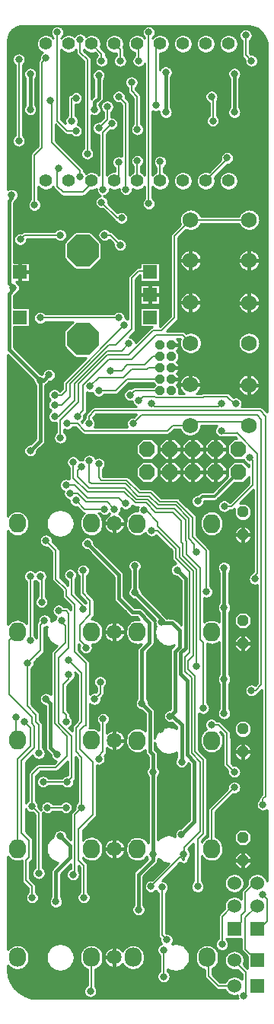
<source format=gbl>
G04 DipTrace 3.3.0.0*
G04 mBrane_02.GBL*
%MOIN*%
G04 #@! TF.FileFunction,Copper,L2,Bot*
G04 #@! TF.Part,Single*
%AMOUTLINE39*
4,1,16,
0.0375,0.005,
0.033786,0.02127,
0.023381,0.034319,
0.008345,0.04156,
-0.008345,0.04156,
-0.023381,0.034319,
-0.033786,0.02127,
-0.0375,0.005,
-0.0375,-0.005,
-0.033786,-0.02127,
-0.023381,-0.034319,
-0.008345,-0.04156,
0.008345,-0.04156,
0.023381,-0.034319,
0.033786,-0.02127,
0.0375,-0.005,
0.0375,0.005,
0*%
%AMOUTLINE42*
4,1,8,
-0.034184,0.014159,
-0.014159,0.034184,
0.014159,0.034184,
0.034184,0.014159,
0.034184,-0.014159,
0.014159,-0.034184,
-0.014159,-0.034184,
-0.034184,-0.014159,
-0.034184,0.014159,
0*%
%AMOUTLINE45*
4,1,8,
0.008419,0.020325,
0.020325,0.008419,
0.020325,-0.008419,
0.008419,-0.020325,
-0.008419,-0.020325,
-0.020325,-0.008419,
-0.020325,0.008419,
-0.008419,0.020325,
0.008419,0.020325,
0*%
%AMOUTLINE48*
4,1,8,
0.00995,-0.024021,
0.024021,-0.00995,
0.024021,0.00995,
0.00995,0.024021,
-0.00995,0.024021,
-0.024021,0.00995,
-0.024021,-0.00995,
-0.00995,-0.024021,
0.00995,-0.024021,
0*%
%AMOUTLINE60*
4,1,8,
0.028747,-0.0694,
0.0694,-0.028747,
0.0694,0.028747,
0.028747,0.0694,
-0.028747,0.0694,
-0.0694,0.028747,
-0.0694,-0.028747,
-0.028747,-0.0694,
0.028747,-0.0694,
0*%
G04 #@! TA.AperFunction,CopperBalancing*
%ADD13C,0.015*%
%ADD14C,0.01*%
G04 #@! TA.AperFunction,Conductor*
%ADD16C,0.007*%
%ADD17C,0.012*%
G04 #@! TA.AperFunction,ComponentPad*
%ADD29C,0.056*%
%ADD34C,0.065*%
%ADD35O,0.075X0.085*%
%ADD36R,0.06X0.06*%
%ADD37C,0.06*%
%ADD40R,0.05937X0.05937*%
%ADD41C,0.069*%
G04 #@! TA.AperFunction,ViaPad*
%ADD43C,0.031496*%
G04 #@! TA.AperFunction,ComponentPad*
%ADD121OUTLINE39*%
%ADD124OUTLINE42*%
%ADD127OUTLINE45*%
%ADD130OUTLINE48*%
%ADD142OUTLINE60*%
%FSLAX26Y26*%
G04*
G70*
G90*
G75*
G01*
G04 Bottom*
%LPD*%
X1106458Y4469001D2*
D13*
Y4294001D1*
X1406458D2*
Y4462750D1*
X812709Y4456501D2*
Y4356501D1*
X793958Y4337750D1*
Y4306501D1*
X512709D2*
Y4462750D1*
X593958Y3144001D2*
X568958Y3119001D1*
X556458D1*
X431458Y3931501D2*
Y3919001D1*
X418958Y3906501D1*
Y3544000D1*
X437708Y3525250D1*
Y3519000D1*
X418958Y3500250D1*
Y3256501D1*
X556458Y3119001D1*
Y2856502D1*
X512708Y2812752D1*
X1050208Y1406501D2*
Y1482039D1*
X1037294Y1494951D1*
Y1669963D1*
X1001814Y1705445D1*
Y1939357D1*
X1034775Y1972317D1*
Y2059435D1*
X989226Y2104984D1*
X961717D1*
X900209Y2166492D1*
Y2269001D1*
X762709Y2406501D1*
X986940Y802732D2*
Y957022D1*
X1050208Y1020291D1*
Y1043933D1*
Y1406501D1*
X1361877Y1811920D2*
Y2125494D1*
Y2300250D1*
Y1811920D2*
Y1662618D1*
X512708Y2262752D2*
D16*
Y1981501D1*
X562708Y2150250D2*
Y2256502D1*
X556458Y2262752D1*
X743958Y2119001D2*
X756458D1*
X693958Y2181501D1*
Y2262750D1*
X687708Y2269001D1*
X743958Y2287752D2*
Y2187750D1*
X775208Y2156501D1*
Y2094000D1*
X731458Y2050250D1*
Y1981501D1*
X756458Y1956501D1*
Y1950250D1*
X668958Y2662752D2*
X706457D1*
X762708Y2606501D1*
X900208D1*
X925208Y2581501D1*
X931458D1*
X687708Y2625250D2*
X718960D1*
X756458Y2587752D1*
X850208D1*
X881458Y2556501D1*
X837709D2*
X750208D1*
X712708Y2594001D1*
X837708Y3756501D2*
X862709D1*
X906458Y3712752D1*
X900209Y3394001D2*
X556458D1*
X712709Y4356501D2*
X693958D1*
Y4256501D1*
X1312708D2*
Y4356501D1*
X1306458Y4362750D1*
X831458Y3956501D2*
Y4206501D1*
X868958Y4244001D1*
X931458Y3956501D2*
Y4331504D1*
X900210Y4362752D1*
X731458Y4012752D2*
Y4037752D1*
X606458Y4162752D1*
Y4337752D1*
X600209Y4344001D1*
X618958Y3056501D2*
X650209D1*
X668958Y3075250D1*
Y3106501D1*
X925209Y3362752D1*
X618958Y3012752D2*
X650209D1*
X687708Y3050250D1*
Y3106500D1*
X856458Y3275250D1*
X887708D1*
X956458Y3344001D1*
Y3569001D1*
X987708Y3600250D1*
X1031458D1*
X1037708Y3594001D1*
X771329Y2768481D2*
Y2676804D1*
X780000Y2668132D1*
X930317D1*
X984655Y2613794D1*
X1033409D1*
X1073225Y2573977D1*
X1151090D1*
X1208252Y2516815D1*
Y2427396D1*
X1231801Y2403847D1*
Y2376841D1*
X1241153Y2367489D1*
X812445Y2755223D2*
Y2694410D1*
X824545Y2682311D1*
X935309D1*
X990175Y2627445D1*
X1041785D1*
X1079378Y2589853D1*
X1153797D1*
X1224004Y2519645D1*
Y2434245D1*
X1282149Y2376101D1*
Y2196412D1*
X1284102Y2194459D1*
X700238Y2762502D2*
Y2693760D1*
X762731Y2631266D1*
X925214D1*
X972472Y2584009D1*
X1019447D1*
X1059680Y2543775D1*
X1137692D1*
X1175188Y2506279D1*
Y2412539D1*
X1181813Y2405914D1*
Y2353336D1*
X1241680Y2293468D1*
Y1869287D1*
X737734Y2743754D2*
X718986Y2725006D1*
Y2700009D1*
X768981Y2650014D1*
X926382D1*
X976565Y2599832D1*
X1025962D1*
X1065945Y2559849D1*
X1143464D1*
X1193079Y2510233D1*
Y2418992D1*
X1196304Y2415767D1*
Y2360244D1*
X1256208Y2300340D1*
Y1985610D1*
X1269756Y1972061D1*
Y1685403D1*
X1081460Y3125250D2*
X937709D1*
X887709Y3075250D1*
X812708D1*
X862708Y3162752D2*
X912709D1*
X937709Y3187752D1*
X1012709D1*
X1050208Y3225250D1*
X1081460D1*
Y3175250D2*
X1031458D1*
X1025209Y3169001D1*
X956458D1*
X918958Y3131501D1*
X812708D1*
X775208Y3094001D1*
X1081460Y3075250D2*
X968958D1*
X950209Y3056501D1*
X1362708Y2569001D2*
X1393957D1*
X1487708Y2662752D1*
Y2769002D1*
X1475208Y2781502D1*
X1412708Y3019001D2*
X1406458D1*
X1375209Y3050250D1*
X1271874D1*
Y3044001D1*
X1062708D1*
X1056458Y3050250D1*
X1006457D1*
X987708Y3031501D1*
X1497245Y2251324D2*
Y2266036D1*
X1506458Y2275250D1*
Y2800252D1*
X1415658Y2891052D1*
X1412356Y2887752D1*
X1362708D1*
X1350208Y2900252D1*
Y3019000D2*
X1337709Y3006501D1*
X1056457D1*
X1043958Y3019000D1*
X1481457Y1762750D2*
X1500208D1*
X1525208Y1787750D1*
Y2950252D1*
X1506458Y2969001D1*
X1000209D1*
X962709Y2931501D1*
X1531458Y1262750D2*
Y1287750D1*
X1543958Y1300250D1*
Y2962752D1*
X1518958Y2987752D1*
X793958D1*
X768958Y2962752D1*
Y2931501D1*
X1043958Y2462752D2*
X1068958D1*
X1150209Y2381501D1*
Y2343644D1*
X1210296Y2283557D1*
Y1929102D1*
X1190834Y1909640D1*
Y1845934D1*
X1218958Y1817809D1*
Y1487750D1*
X1256458Y1450250D1*
Y1144001D1*
X1187708Y1075250D1*
Y1022746D1*
X1184826Y1019865D1*
X1170619Y1034071D1*
X1041355Y904807D1*
X1184826Y1019865D2*
Y1044371D1*
X1011953Y2550846D2*
X1020588D1*
X1071603Y2499832D1*
Y2481092D1*
X1168269Y2384425D1*
Y2344354D1*
X1225987Y2286636D1*
Y1915061D1*
X1204827Y1893900D1*
Y1854071D1*
X1233848Y1825050D1*
Y1494253D1*
X1269777Y1458324D1*
Y1137013D1*
X1245515Y1112750D1*
Y904144D1*
X1031458Y3894001D2*
Y4644001D1*
X550209Y962752D2*
Y1225250D1*
X518958Y1256501D1*
X651011Y2069001D2*
Y2060963D1*
X667393Y2044582D1*
Y1973685D1*
X618958Y1925250D1*
Y1619001D1*
X675208Y1562752D1*
Y1475249D1*
X625209Y1425250D1*
X550209D1*
X518958Y1394000D1*
Y1256501D1*
X531458Y3887752D2*
Y4106500D1*
X562708Y4137749D1*
Y4512750D1*
X581458Y4531501D1*
X912709Y3831501D2*
X893958D1*
X825209Y3900250D1*
X643958Y3756501D2*
X487708D1*
X468958Y3737752D1*
X1352415Y650778D2*
Y772800D1*
X1398616Y819001D1*
X1406458D1*
X780958Y594001D2*
Y451256D1*
X775718Y446015D1*
X1448645Y426668D2*
X1455901Y433924D1*
Y528846D1*
X1406458Y578288D1*
Y581501D1*
X1506458D2*
X1503207D1*
X1455199Y629509D1*
Y767741D1*
X1506458Y819001D1*
X825209Y4519001D2*
Y4550250D1*
X781458Y4594001D1*
Y3994001D2*
Y3981501D1*
X743958Y3944001D1*
X656458D1*
X631458Y3969001D1*
Y4044001D1*
X637708Y4050250D1*
X1062708Y4325250D2*
Y4575250D1*
X1081458Y4594001D1*
X987708Y4519001D2*
Y4594001D1*
X981458D1*
X881458Y3994001D2*
X900208D1*
Y4075250D1*
X981458Y3994001D2*
Y4081501D1*
X1081458Y4077466D2*
Y3994001D1*
X1375209Y4094001D2*
Y4087752D1*
X1281458Y3994001D1*
X906458Y4519001D2*
Y4569001D1*
X881458Y4594001D1*
X812709Y4225252D2*
X850208Y4262750D1*
Y4319001D1*
X462709Y4169001D2*
Y4525250D1*
X712709Y4212752D2*
X675208D1*
X631458Y4256501D1*
Y4644001D1*
X1456458Y4631501D2*
Y4544001D1*
X1481458Y4519001D1*
X762709Y4112752D2*
Y4525250D1*
X731458Y4556501D1*
Y4612752D1*
X981458Y4219001D2*
Y4362750D1*
X956458Y4387750D1*
Y4425250D1*
X1306424Y1612623D2*
X1337671D1*
X1375167Y1575127D1*
Y1437641D1*
X1406414Y1406395D1*
X812708Y1462750D2*
Y1475250D1*
X831458Y1494001D1*
Y1637750D1*
X1306944Y1068930D2*
Y1238182D1*
X1406414Y1337652D1*
X793958Y1725250D2*
X818958Y1750250D1*
Y1800250D1*
X455958Y1069001D2*
Y1462250D1*
X512708Y1519000D1*
Y1600252D1*
X487708Y1625252D1*
X521204Y856501D2*
Y904256D1*
X493958Y931501D1*
Y1019001D1*
X506458Y1031501D1*
Y1106501D1*
X475208Y1137752D1*
Y1456500D1*
X531458Y1512750D1*
Y1606501D1*
X518958Y1619001D1*
Y1644001D1*
X418958Y1744001D1*
Y1982001D1*
X455958Y2019001D1*
X1425207Y2719001D2*
D17*
Y2719000D1*
X1318958Y2612752D1*
X1266944D1*
X1245930Y2591737D1*
X747483Y856501D2*
D16*
Y996727D1*
X725209Y1019001D1*
Y1156502D1*
X787708Y1219001D1*
Y1450252D1*
X731458Y1506501D1*
Y1587750D1*
X751952Y1608244D1*
X756458D1*
Y1881501D1*
X706458Y1931501D1*
Y2137752D1*
X668958Y2175252D1*
Y2206501D1*
X625209Y2250250D1*
Y2375250D1*
X581458Y2419001D1*
X700208Y956501D2*
X706458D1*
Y1219001D1*
X737708Y1250250D1*
Y1469001D1*
X712708Y1494001D1*
Y1600250D1*
X737708Y1625250D1*
Y1837752D1*
X681458Y1894001D1*
X500208Y1881501D2*
X556458Y1937752D1*
Y2050250D1*
X575209Y2069001D1*
X500208Y1881501D2*
Y1694001D1*
X537708Y1656501D1*
Y1625250D1*
X550208Y1612750D1*
Y1487752D1*
X668958Y1625250D2*
Y1656501D1*
X660811Y1664648D1*
X656458D1*
Y1787750D1*
X681458Y1812750D1*
Y1831501D1*
X455958Y1544001D2*
Y1557001D1*
X450208Y1562752D1*
Y1644001D1*
X1110460Y671052D2*
X1089174Y692338D1*
Y900959D1*
X1506458Y919001D2*
X1494725D1*
X1453696Y877972D1*
Y795509D1*
X1436998Y778811D1*
Y749540D1*
X1406458Y719001D1*
X1506458D2*
X1515574D1*
X1549263Y752691D1*
Y847842D1*
X1529640Y867467D1*
X1096960Y626601D2*
Y509643D1*
X1406458Y469001D2*
X1337709D1*
X1293958Y512752D1*
Y587250D1*
X1287208Y594001D1*
X618958Y2962752D2*
X637709D1*
X706458Y3031501D1*
Y3106500D1*
X850209Y3250250D1*
X912708D1*
X943958Y3281501D1*
X1468958Y2923085D2*
Y2937752D1*
X1213053D1*
Y2923085D1*
X1135544D1*
X1112709Y2900250D1*
X750209D1*
X718958Y2931501D1*
X675208D1*
X718958Y2962750D2*
X743958Y2987750D1*
Y3100252D1*
X856458Y3212752D1*
X956458D1*
X1062708Y3319001D1*
X1179293D1*
X1214923Y3283371D1*
X1470829Y3823036D2*
X1214923D1*
X643958Y2869001D2*
Y2944001D1*
X725208Y3025250D1*
Y3106500D1*
X850209Y3231501D1*
X943958D1*
X1050209Y3337752D1*
X1087710D1*
X1143958Y3394000D1*
Y3752072D1*
X1214923Y3823036D1*
X970329Y2307871D2*
D13*
Y2191249D1*
X1087708Y2062750D2*
X1093268Y2068310D1*
X970329Y2191249D1*
X1087708Y2062750D2*
X1090353D1*
Y2059165D1*
X1132280D1*
X1165759Y2025686D1*
Y1953334D1*
X1146284Y1933859D1*
Y1671704D1*
X1124831Y1650252D1*
X1137708D1*
X1176260Y1611699D1*
Y1450250D1*
X581458Y1725252D2*
X600208Y1706502D1*
Y1512752D1*
X631458Y1481501D1*
X1155573Y2290228D2*
X1192952Y2252849D1*
Y1948660D1*
X1171955Y1927662D1*
Y1834716D1*
X1199671Y1807000D1*
Y1482038D1*
X1231458Y1450250D1*
Y1187752D1*
X1175208Y1131501D1*
X625209Y837750D2*
Y969002D1*
X687708Y1031501D1*
Y1081501D1*
X643958Y1125250D1*
X675209Y1362752D2*
D16*
X568958D1*
X587708Y1250252D2*
X668958D1*
X637708Y2112752D2*
X668958D1*
X681458Y2100252D1*
Y1950252D1*
X637708Y1906501D1*
Y1619002D1*
X693958Y1562752D1*
Y1381501D1*
X675209Y1362752D1*
D43*
X1106458Y4469001D3*
Y4294001D3*
X1406458D3*
Y4462750D3*
X812709Y4456501D3*
X793958Y4306501D3*
X512709D3*
Y4462750D3*
X1106458Y4294001D3*
X793958Y4306501D3*
X593958Y3144001D3*
X556458Y3119001D3*
X431458Y3931501D3*
X437708Y3525250D3*
X556458Y3119001D3*
X512708Y2812752D3*
X556458Y3119001D3*
X512708Y2812752D3*
X1050208Y1406501D3*
X1001814Y1705445D3*
X762709Y2406501D3*
X986940Y802732D3*
X1050208Y1406501D3*
X512708Y2812752D3*
X1050208Y1043933D3*
X1361877Y1811920D3*
Y2300250D3*
Y1662618D3*
Y1811920D3*
Y2125494D3*
Y2300250D3*
X512708Y2262752D3*
Y1981501D3*
X562708Y2150250D3*
X556458Y2262752D3*
X743958Y2119001D3*
X687708Y2269001D3*
X743958Y2287752D3*
X756458Y1950250D3*
X668958Y2662752D3*
X931458Y2581501D3*
X687708Y2625250D3*
X881458Y2556501D3*
X837709D3*
X712708Y2594001D3*
X837708Y3756501D3*
X906458Y3712752D3*
X900209Y3394001D3*
X556458D3*
X712709Y4356501D3*
X693958Y4256501D3*
X1312708D3*
X1306458Y4362750D3*
X831458Y3956501D3*
X868958Y4244001D3*
X931458Y3956501D3*
X900210Y4362752D3*
X731458Y4012752D3*
X600209Y4344001D3*
X618958Y3056501D3*
X925209Y3362752D3*
X618958Y3012752D3*
X771329Y2768481D3*
X1241153Y2367489D3*
X812445Y2755223D3*
X1284102Y2194459D3*
X700238Y2762502D3*
X1241680Y1869287D3*
X737734Y2743754D3*
X1269756Y1685403D3*
X812708Y3075250D3*
X862708Y3162752D3*
X775208Y3094001D3*
X950209Y3056501D3*
X1362708Y2569001D3*
X1475208Y2781502D3*
X1412708Y3019001D3*
X987708Y3031501D3*
X1497245Y2251324D3*
X1350208Y2900252D3*
Y3019000D3*
X1043958D3*
X1481457Y1762750D3*
X962709Y2931501D3*
X1531458Y1262750D3*
X768958Y2931501D3*
X1043958Y2462752D3*
X1041355Y904807D3*
X1184826Y1044371D3*
X1011953Y2550846D3*
X1245515Y904144D3*
X1031458Y3894001D3*
Y4644001D3*
X550209Y962752D3*
X518958Y1256501D3*
X651011Y2069001D3*
X531458Y3887752D3*
X581458Y4531501D3*
X912709Y3831501D3*
X825209Y3900250D3*
X643958Y3756501D3*
X468958Y3737752D3*
X1352415Y650778D3*
X775718Y446015D3*
X1448645Y426668D3*
X825209Y4519001D3*
X637708Y4050250D3*
X1062708Y4325250D3*
X987708Y4519001D3*
X900208Y4075250D3*
X981458Y4081501D3*
X1081458Y4077466D3*
X1375209Y4094001D3*
X906458Y4519001D3*
X812709Y4225252D3*
X850208Y4319001D3*
X462709Y4169001D3*
Y4525250D3*
X712709Y4212752D3*
X631458Y4644001D3*
X1456458Y4631501D3*
X1481458Y4519001D3*
X762709Y4112752D3*
X731458Y4612752D3*
X981458Y4219001D3*
X956458Y4425250D3*
X1306424Y1612623D3*
X1406414Y1406395D3*
X812708Y1462750D3*
X831458Y1637750D3*
X1406414Y1337652D3*
X793958Y1725250D3*
X818958Y1800250D3*
X487708Y1625252D3*
X521204Y856501D3*
X1245930Y2591737D3*
X581458Y2419001D3*
X747483Y856501D3*
X700208Y956501D3*
X737708Y1250250D3*
X681458Y1894001D3*
X500208Y1881501D3*
X575209Y2069001D3*
X550208Y1487752D3*
X500208Y1881501D3*
X681458Y1831501D3*
X668958Y1625250D3*
X681458Y1831501D3*
X450208Y1644001D3*
X1110460Y671052D3*
X1089174Y900959D3*
X1529640Y867467D3*
X1096960Y626601D3*
Y509643D3*
X618958Y2962752D3*
X943958Y3281501D3*
X675208Y2931501D3*
X718958Y2962750D3*
X643958Y2869001D3*
X970329Y2307871D3*
Y2191249D3*
X1087708Y2062750D3*
X1124831Y1650252D3*
X1087708Y2062750D3*
X1176260Y1450250D3*
D3*
X581458Y1725252D3*
X631458Y1481501D3*
X1155573Y2290228D3*
X1175208Y1131501D3*
X625209Y837750D3*
X643958Y1125250D3*
X675209Y1362752D3*
X568958D3*
D3*
X668958Y1250252D3*
X587708D3*
X637708Y2112752D3*
X675209Y1362752D3*
X1170489Y460813D3*
X475817Y464702D3*
X1084197Y1590635D3*
X1135100Y1354354D3*
X1137095Y1229987D3*
X781458Y3012752D3*
X431458Y2994001D3*
X587708Y2756501D3*
X812709Y2869001D3*
X562708Y2475252D3*
X812708Y2950252D3*
X1331458Y3100250D3*
X500209Y2631501D3*
X656458Y3231501D3*
X562708Y1800250D3*
X687709Y1687752D3*
X606458Y1312752D3*
X568958Y1631501D3*
X512708Y4244001D3*
X862708Y4112750D3*
X662708Y4350252D3*
X1256458Y4462752D3*
X431458Y4437752D3*
X1525209Y4212752D3*
X1450209Y4112752D3*
X668958Y3575252D3*
X949070Y1266233D3*
X1329489Y1307933D3*
X447061Y4663681D2*
D14*
X608948D1*
X653956D2*
X1008948D1*
X1053956D2*
X1500061D1*
X434327Y4653812D2*
X603010D1*
X659913D2*
X1003010D1*
X1059913D2*
X1436702D1*
X1476221D2*
X1515198D1*
X426339Y4643943D2*
X601311D1*
X661612D2*
X1001311D1*
X1061612D2*
X1429104D1*
X1483819D2*
X1525608D1*
X421319Y4634074D2*
X570061D1*
X592862D2*
X603049D1*
X659874D2*
X670061D1*
X692862D2*
X710589D1*
X752335D2*
X770061D1*
X792862D2*
X870061D1*
X892862D2*
X970061D1*
X992862D2*
X1003049D1*
X1059874D2*
X1070061D1*
X1092862D2*
X1170061D1*
X1192862D2*
X1270061D1*
X1292862D2*
X1370061D1*
X1392862D2*
X1426428D1*
X1486495D2*
X1533889D1*
X417315Y4624206D2*
X552151D1*
X810772D2*
X852151D1*
X910772D2*
X952151D1*
X1110772D2*
X1152151D1*
X1210772D2*
X1252151D1*
X1310772D2*
X1352151D1*
X1410772D2*
X1427229D1*
X1485674D2*
X1539006D1*
X416143Y4614337D2*
X544397D1*
X818526D2*
X844397D1*
X918526D2*
X944397D1*
X1118526D2*
X1144397D1*
X1218526D2*
X1244397D1*
X1318526D2*
X1344397D1*
X1418526D2*
X1431897D1*
X1481026D2*
X1543538D1*
X415030Y4604468D2*
X540413D1*
X822510D2*
X840413D1*
X922510D2*
X940413D1*
X1122510D2*
X1140413D1*
X1222510D2*
X1240413D1*
X1322510D2*
X1340413D1*
X1422510D2*
X1438557D1*
X1474366D2*
X1546057D1*
X415030Y4594599D2*
X539065D1*
X823858D2*
X839065D1*
X923858D2*
X939065D1*
X1123858D2*
X1139065D1*
X1223858D2*
X1239065D1*
X1323858D2*
X1339065D1*
X1423858D2*
X1438557D1*
X1474366D2*
X1547893D1*
X415030Y4584731D2*
X540100D1*
X822803D2*
X840100D1*
X922803D2*
X940100D1*
X1122803D2*
X1140100D1*
X1222803D2*
X1240100D1*
X1322803D2*
X1340100D1*
X1422803D2*
X1438557D1*
X1474366D2*
X1547893D1*
X415030Y4574862D2*
X543753D1*
X825499D2*
X843753D1*
X923311D2*
X943753D1*
X1119171D2*
X1143753D1*
X1219171D2*
X1243753D1*
X1319171D2*
X1343753D1*
X1419171D2*
X1438557D1*
X1474366D2*
X1547893D1*
X415030Y4564993D2*
X550921D1*
X835362D2*
X850921D1*
X924366D2*
X950921D1*
X1112003D2*
X1150921D1*
X1212003D2*
X1250921D1*
X1312003D2*
X1350921D1*
X1412003D2*
X1438557D1*
X1474366D2*
X1547893D1*
X415030Y4555124D2*
X563381D1*
X649366D2*
X666233D1*
X696690D2*
X713616D1*
X757745D2*
X766233D1*
X842393D2*
X866233D1*
X924366D2*
X966233D1*
X1096690D2*
X1166233D1*
X1196690D2*
X1266233D1*
X1296690D2*
X1366233D1*
X1396690D2*
X1438557D1*
X1474366D2*
X1547893D1*
X415030Y4545256D2*
X440510D1*
X484913D2*
X554768D1*
X649366D2*
X717835D1*
X767608D2*
X805296D1*
X843116D2*
X888557D1*
X924366D2*
X969807D1*
X1080616D2*
X1438557D1*
X1495128D2*
X1547893D1*
X415030Y4535387D2*
X434378D1*
X491046D2*
X551565D1*
X649366D2*
X727678D1*
X777237D2*
X800100D1*
X850323D2*
X881350D1*
X931573D2*
X962600D1*
X1080616D2*
X1440921D1*
X1506573D2*
X1547893D1*
X415030Y4525518D2*
X432561D1*
X492862D2*
X550569D1*
X649366D2*
X737542D1*
X780616D2*
X795803D1*
X854620D2*
X877053D1*
X935870D2*
X958303D1*
X1080616D2*
X1450042D1*
X1510870D2*
X1547893D1*
X415030Y4515649D2*
X434182D1*
X491221D2*
X545061D1*
X649366D2*
X744807D1*
X780616D2*
X795256D1*
X855167D2*
X876506D1*
X936417D2*
X957756D1*
X1080616D2*
X1451506D1*
X1511417D2*
X1547893D1*
X415030Y4505781D2*
X440022D1*
X485401D2*
X544807D1*
X649366D2*
X744807D1*
X780616D2*
X798225D1*
X852178D2*
X879475D1*
X933428D2*
X960725D1*
X1080616D2*
X1454475D1*
X1508428D2*
X1547893D1*
X415030Y4495912D2*
X444807D1*
X480616D2*
X544807D1*
X649366D2*
X744807D1*
X780616D2*
X806428D1*
X843995D2*
X887659D1*
X925245D2*
X968909D1*
X1006495D2*
X1013557D1*
X1080616D2*
X1094260D1*
X1118663D2*
X1462659D1*
X1500245D2*
X1547893D1*
X415030Y4486043D2*
X444807D1*
X480616D2*
X494182D1*
X531241D2*
X544807D1*
X649366D2*
X744807D1*
X780616D2*
X1013557D1*
X1131104D2*
X1387932D1*
X1424991D2*
X1547893D1*
X415030Y4476174D2*
X444807D1*
X480616D2*
X485834D1*
X539581D2*
X544807D1*
X649366D2*
X744807D1*
X780616D2*
X790198D1*
X835225D2*
X1013557D1*
X1135714D2*
X1379592D1*
X1433331D2*
X1547893D1*
X415030Y4466305D2*
X444807D1*
X649366D2*
X744807D1*
X841163D2*
X1013557D1*
X1136475D2*
X1376526D1*
X1436397D2*
X1547893D1*
X415030Y4456437D2*
X444807D1*
X649366D2*
X744807D1*
X842862D2*
X1013557D1*
X1133760D2*
X1376995D1*
X1435909D2*
X1547893D1*
X415030Y4446568D2*
X444807D1*
X480616D2*
X487451D1*
X537960D2*
X544807D1*
X649366D2*
X744807D1*
X841104D2*
X935589D1*
X977335D2*
X1013557D1*
X1128350D2*
X1381214D1*
X1431710D2*
X1547893D1*
X415030Y4436699D2*
X444807D1*
X480616D2*
X490803D1*
X534600D2*
X544807D1*
X649366D2*
X744807D1*
X780616D2*
X790315D1*
X835089D2*
X928655D1*
X984268D2*
X1013557D1*
X1128350D2*
X1384553D1*
X1428350D2*
X1547893D1*
X415030Y4426830D2*
X444807D1*
X480616D2*
X490803D1*
X534600D2*
X544807D1*
X649366D2*
X744807D1*
X780616D2*
X790803D1*
X834600D2*
X926350D1*
X986573D2*
X1013557D1*
X1128350D2*
X1384553D1*
X1428350D2*
X1547893D1*
X415030Y4416962D2*
X444807D1*
X480616D2*
X490803D1*
X534600D2*
X544807D1*
X649366D2*
X744807D1*
X780616D2*
X790803D1*
X834600D2*
X927522D1*
X985401D2*
X1013557D1*
X1128350D2*
X1384553D1*
X1428350D2*
X1547893D1*
X415030Y4407093D2*
X444807D1*
X480616D2*
X490803D1*
X534600D2*
X544807D1*
X649366D2*
X744807D1*
X780616D2*
X790803D1*
X834600D2*
X932659D1*
X980264D2*
X1013557D1*
X1128350D2*
X1384553D1*
X1428350D2*
X1547893D1*
X415030Y4397224D2*
X444807D1*
X480616D2*
X490803D1*
X534600D2*
X544807D1*
X649366D2*
X744807D1*
X780616D2*
X790803D1*
X834600D2*
X938557D1*
X974366D2*
X1013557D1*
X1128350D2*
X1384553D1*
X1428350D2*
X1547893D1*
X415030Y4387355D2*
X444807D1*
X480616D2*
X490803D1*
X534600D2*
X544807D1*
X649366D2*
X744807D1*
X780616D2*
X790803D1*
X834600D2*
X883577D1*
X916846D2*
X938557D1*
X981749D2*
X1013557D1*
X1128350D2*
X1289827D1*
X1323077D2*
X1384553D1*
X1428350D2*
X1547893D1*
X415030Y4377487D2*
X444807D1*
X480616D2*
X490803D1*
X534600D2*
X544807D1*
X649366D2*
X691487D1*
X733936D2*
X744807D1*
X780616D2*
X790803D1*
X834600D2*
X874065D1*
X926358D2*
X942034D1*
X991631D2*
X1013557D1*
X1128350D2*
X1280315D1*
X1332608D2*
X1384553D1*
X1428350D2*
X1547893D1*
X415030Y4367618D2*
X444807D1*
X480616D2*
X490803D1*
X534600D2*
X544807D1*
X649366D2*
X680237D1*
X780616D2*
X790803D1*
X834600D2*
X870471D1*
X929952D2*
X951682D1*
X998643D2*
X1013557D1*
X1128350D2*
X1276721D1*
X1336202D2*
X1384553D1*
X1428350D2*
X1547893D1*
X415030Y4357749D2*
X444807D1*
X480616D2*
X490803D1*
X534600D2*
X544807D1*
X649366D2*
X676096D1*
X834600D2*
X870491D1*
X930108D2*
X961565D1*
X999366D2*
X1013557D1*
X1128350D2*
X1276741D1*
X1336182D2*
X1384553D1*
X1428350D2*
X1547893D1*
X415030Y4347880D2*
X444807D1*
X480616D2*
X490803D1*
X534600D2*
X544807D1*
X649366D2*
X676057D1*
X832745D2*
X845256D1*
X855167D2*
X874143D1*
X939991D2*
X963557D1*
X999366D2*
X1013557D1*
X1128350D2*
X1280393D1*
X1332530D2*
X1384553D1*
X1428350D2*
X1547893D1*
X415030Y4338012D2*
X444807D1*
X480616D2*
X490803D1*
X534600D2*
X544807D1*
X649366D2*
X676057D1*
X736241D2*
X744807D1*
X873311D2*
X883792D1*
X948057D2*
X963557D1*
X999366D2*
X1013557D1*
X1128350D2*
X1290042D1*
X1330616D2*
X1384553D1*
X1428350D2*
X1547893D1*
X415030Y4328143D2*
X444807D1*
X480616D2*
X490803D1*
X534600D2*
X544807D1*
X649366D2*
X676057D1*
X720440D2*
X744807D1*
X815850D2*
X821534D1*
X878878D2*
X909924D1*
X949366D2*
X963557D1*
X999366D2*
X1013557D1*
X1128350D2*
X1294807D1*
X1330616D2*
X1384553D1*
X1428350D2*
X1547893D1*
X415030Y4318274D2*
X444807D1*
X649366D2*
X676057D1*
X711866D2*
X744807D1*
X880342D2*
X913557D1*
X949366D2*
X963557D1*
X999366D2*
X1013557D1*
X1128350D2*
X1294807D1*
X1330616D2*
X1384553D1*
X1428350D2*
X1547893D1*
X415030Y4308405D2*
X444807D1*
X649366D2*
X676057D1*
X711866D2*
X744807D1*
X878370D2*
X913557D1*
X949366D2*
X963557D1*
X999366D2*
X1013557D1*
X1132803D2*
X1294807D1*
X1330616D2*
X1380120D1*
X1432803D2*
X1547893D1*
X415030Y4298536D2*
X444807D1*
X649366D2*
X676057D1*
X711866D2*
X744807D1*
X822999D2*
X828460D1*
X871964D2*
X913557D1*
X949366D2*
X963557D1*
X999366D2*
X1013557D1*
X1136260D2*
X1294807D1*
X1330616D2*
X1376663D1*
X1436260D2*
X1547893D1*
X415030Y4288668D2*
X444807D1*
X480616D2*
X488655D1*
X536768D2*
X544807D1*
X649366D2*
X676057D1*
X711866D2*
X744807D1*
X818018D2*
X832307D1*
X868116D2*
X913557D1*
X949366D2*
X963557D1*
X999366D2*
X1013557D1*
X1049366D2*
X1076799D1*
X1136124D2*
X1294807D1*
X1330616D2*
X1376799D1*
X1436124D2*
X1547893D1*
X415030Y4278799D2*
X444807D1*
X480616D2*
X502639D1*
X522784D2*
X544807D1*
X649366D2*
X674182D1*
X713741D2*
X744807D1*
X804034D2*
X832307D1*
X868116D2*
X913557D1*
X949366D2*
X963557D1*
X999366D2*
X1013557D1*
X1049366D2*
X1080589D1*
X1132335D2*
X1292932D1*
X1332471D2*
X1380589D1*
X1432335D2*
X1547893D1*
X415030Y4268930D2*
X444807D1*
X480616D2*
X544807D1*
X649366D2*
X666585D1*
X721319D2*
X744807D1*
X780616D2*
X831487D1*
X885069D2*
X913557D1*
X949366D2*
X963557D1*
X999366D2*
X1013557D1*
X1049366D2*
X1090589D1*
X1122335D2*
X1285335D1*
X1340069D2*
X1390589D1*
X1422335D2*
X1547893D1*
X415030Y4259061D2*
X444807D1*
X480616D2*
X544807D1*
X653799D2*
X663928D1*
X723995D2*
X744807D1*
X780616D2*
X821624D1*
X894913D2*
X913557D1*
X949366D2*
X963557D1*
X999366D2*
X1013557D1*
X1049366D2*
X1282678D1*
X1342745D2*
X1547893D1*
X415030Y4249193D2*
X444807D1*
X480616D2*
X544807D1*
X723174D2*
X744807D1*
X780616D2*
X795081D1*
X898643D2*
X913557D1*
X949366D2*
X963557D1*
X999366D2*
X1013557D1*
X1049366D2*
X1283499D1*
X1341924D2*
X1547893D1*
X415030Y4239324D2*
X444807D1*
X480616D2*
X544807D1*
X725694D2*
X744807D1*
X780616D2*
X786165D1*
X898721D2*
X913557D1*
X949366D2*
X959573D1*
X1003350D2*
X1013557D1*
X1049366D2*
X1288167D1*
X1337256D2*
X1547893D1*
X415030Y4229455D2*
X444807D1*
X480616D2*
X544807D1*
X624366D2*
X633596D1*
X737589D2*
X744807D1*
X895225D2*
X913557D1*
X1049366D2*
X1300842D1*
X1324581D2*
X1547893D1*
X415030Y4219586D2*
X444807D1*
X480616D2*
X544807D1*
X624366D2*
X643479D1*
X885889D2*
X913557D1*
X1049366D2*
X1547893D1*
X415030Y4209718D2*
X444807D1*
X480616D2*
X544807D1*
X624366D2*
X653342D1*
X780616D2*
X787047D1*
X859581D2*
X913557D1*
X1049366D2*
X1547893D1*
X415030Y4199849D2*
X444807D1*
X480616D2*
X544807D1*
X624366D2*
X663284D1*
X780616D2*
X797424D1*
X849698D2*
X913557D1*
X949366D2*
X958479D1*
X1004424D2*
X1013557D1*
X1049366D2*
X1547893D1*
X415030Y4189980D2*
X441467D1*
X483936D2*
X544807D1*
X624366D2*
X693518D1*
X731905D2*
X744807D1*
X780616D2*
X813557D1*
X849366D2*
X913557D1*
X949366D2*
X977737D1*
X985186D2*
X1013557D1*
X1049366D2*
X1547893D1*
X415030Y4180111D2*
X434768D1*
X490655D2*
X544807D1*
X624366D2*
X744807D1*
X780616D2*
X813557D1*
X849366D2*
X913557D1*
X949366D2*
X1013557D1*
X1049366D2*
X1547893D1*
X415030Y4170242D2*
X432581D1*
X492823D2*
X544807D1*
X624366D2*
X744807D1*
X780616D2*
X813557D1*
X849366D2*
X913557D1*
X949366D2*
X1013557D1*
X1049366D2*
X1547893D1*
X415030Y4160374D2*
X433870D1*
X491553D2*
X544807D1*
X633741D2*
X744807D1*
X780616D2*
X813557D1*
X849366D2*
X913557D1*
X949366D2*
X1013557D1*
X1049366D2*
X1547893D1*
X415030Y4150505D2*
X439182D1*
X486241D2*
X544807D1*
X643604D2*
X744807D1*
X780616D2*
X813557D1*
X849366D2*
X913557D1*
X949366D2*
X1013557D1*
X1049366D2*
X1547893D1*
X415030Y4140636D2*
X455003D1*
X470421D2*
X540686D1*
X653467D2*
X744807D1*
X780616D2*
X813557D1*
X849366D2*
X913557D1*
X949366D2*
X1013557D1*
X1049366D2*
X1547893D1*
X415030Y4130767D2*
X530823D1*
X663350D2*
X738792D1*
X786631D2*
X813557D1*
X849366D2*
X913557D1*
X949366D2*
X1013557D1*
X1049366D2*
X1547893D1*
X415030Y4120899D2*
X520960D1*
X673214D2*
X733714D1*
X791690D2*
X813557D1*
X849366D2*
X913557D1*
X949366D2*
X1013557D1*
X1049366D2*
X1362971D1*
X1387432D2*
X1547893D1*
X415030Y4111030D2*
X514182D1*
X683077D2*
X732620D1*
X792803D2*
X813557D1*
X849366D2*
X913557D1*
X949366D2*
X1013557D1*
X1049366D2*
X1350549D1*
X1399874D2*
X1547893D1*
X415030Y4101161D2*
X513557D1*
X692940D2*
X734964D1*
X790460D2*
X813557D1*
X849366D2*
X885862D1*
X949366D2*
X958948D1*
X1003975D2*
X1013557D1*
X1049366D2*
X1063479D1*
X1099424D2*
X1345960D1*
X1404464D2*
X1547893D1*
X415030Y4091292D2*
X513557D1*
X702823D2*
X741975D1*
X783428D2*
X813557D1*
X849366D2*
X874866D1*
X1049366D2*
X1054807D1*
X1108116D2*
X1345178D1*
X1405225D2*
X1547893D1*
X415030Y4081424D2*
X513557D1*
X712686D2*
X813557D1*
X849366D2*
X870725D1*
X1111339D2*
X1343987D1*
X1402510D2*
X1547893D1*
X415030Y4071555D2*
X513557D1*
X722549D2*
X813557D1*
X849366D2*
X870296D1*
X1111006D2*
X1334104D1*
X1394796D2*
X1547893D1*
X415030Y4061686D2*
X513557D1*
X732432D2*
X813557D1*
X849366D2*
X873401D1*
X949366D2*
X959085D1*
X1003839D2*
X1013557D1*
X1049366D2*
X1055960D1*
X1106964D2*
X1324241D1*
X1374053D2*
X1547893D1*
X415030Y4051817D2*
X513557D1*
X742296D2*
X813557D1*
X849366D2*
X881878D1*
X949366D2*
X963557D1*
X999366D2*
X1013557D1*
X1049366D2*
X1063557D1*
X1099366D2*
X1314378D1*
X1364171D2*
X1547893D1*
X415030Y4041949D2*
X513557D1*
X748839D2*
X813557D1*
X849366D2*
X882307D1*
X949366D2*
X963557D1*
X999366D2*
X1013557D1*
X1049366D2*
X1063557D1*
X1099366D2*
X1304514D1*
X1354307D2*
X1547893D1*
X415030Y4032080D2*
X513557D1*
X754268D2*
X764202D1*
X798702D2*
X813557D1*
X849366D2*
X864202D1*
X949366D2*
X963557D1*
X999366D2*
X1013557D1*
X1049366D2*
X1063557D1*
X1099366D2*
X1164202D1*
X1198702D2*
X1264202D1*
X1344444D2*
X1364202D1*
X1398702D2*
X1547893D1*
X415030Y4022211D2*
X513557D1*
X1112764D2*
X1150159D1*
X1212764D2*
X1250159D1*
X1334561D2*
X1350159D1*
X1412764D2*
X1547893D1*
X415030Y4012342D2*
X513557D1*
X1119581D2*
X1143342D1*
X1219581D2*
X1243342D1*
X1324698D2*
X1343342D1*
X1419581D2*
X1547893D1*
X415030Y4002473D2*
X513557D1*
X1122979D2*
X1139944D1*
X1222979D2*
X1239944D1*
X1322979D2*
X1339944D1*
X1422979D2*
X1547893D1*
X415030Y3992605D2*
X513557D1*
X1123839D2*
X1139085D1*
X1223839D2*
X1239085D1*
X1323839D2*
X1339085D1*
X1423839D2*
X1547893D1*
X415030Y3982736D2*
X513557D1*
X1122296D2*
X1140628D1*
X1222296D2*
X1240628D1*
X1322296D2*
X1340628D1*
X1422296D2*
X1547893D1*
X415030Y3972867D2*
X513557D1*
X1118057D2*
X1144866D1*
X1218057D2*
X1244866D1*
X1318057D2*
X1344866D1*
X1418057D2*
X1547893D1*
X415030Y3962998D2*
X513557D1*
X1109893D2*
X1153030D1*
X1209893D2*
X1253030D1*
X1309893D2*
X1353030D1*
X1409893D2*
X1547893D1*
X452003Y3953130D2*
X513557D1*
X549366D2*
X573870D1*
X589053D2*
X622424D1*
X789053D2*
X801506D1*
X861417D2*
X873870D1*
X889053D2*
X901506D1*
X961417D2*
X973870D1*
X989053D2*
X1013557D1*
X1049366D2*
X1073870D1*
X1089053D2*
X1173870D1*
X1189053D2*
X1273870D1*
X1289053D2*
X1373870D1*
X1389053D2*
X1547893D1*
X459131Y3943261D2*
X513557D1*
X549366D2*
X632307D1*
X768116D2*
X804495D1*
X858428D2*
X904495D1*
X958428D2*
X1013557D1*
X1049366D2*
X1547893D1*
X461553Y3933392D2*
X513557D1*
X549366D2*
X642171D1*
X758253D2*
X812698D1*
X850225D2*
X912698D1*
X950225D2*
X1013557D1*
X1049366D2*
X1547893D1*
X460499Y3923523D2*
X513557D1*
X549366D2*
X806663D1*
X843760D2*
X1013557D1*
X1049366D2*
X1547893D1*
X455499Y3913655D2*
X513557D1*
X549366D2*
X798323D1*
X852100D2*
X1008928D1*
X1053975D2*
X1547893D1*
X446807Y3903786D2*
X506116D1*
X556807D2*
X795276D1*
X855147D2*
X1003010D1*
X1059913D2*
X1547893D1*
X440850Y3893917D2*
X501975D1*
X560948D2*
X795764D1*
X856436D2*
X1001311D1*
X1061612D2*
X1547893D1*
X440850Y3884048D2*
X501546D1*
X561378D2*
X799983D1*
X866319D2*
X1003069D1*
X1059854D2*
X1547893D1*
X440850Y3874179D2*
X504671D1*
X558253D2*
X811174D1*
X876182D2*
X1009085D1*
X1053839D2*
X1547893D1*
X440850Y3864311D2*
X513128D1*
X549776D2*
X836253D1*
X886046D2*
X1189612D1*
X1240225D2*
X1445530D1*
X1496143D2*
X1547893D1*
X440850Y3854442D2*
X846116D1*
X931690D2*
X1177756D1*
X1252100D2*
X1433655D1*
X1507999D2*
X1547893D1*
X440850Y3844573D2*
X855979D1*
X939756D2*
X1171135D1*
X1258702D2*
X1427034D1*
X1514620D2*
X1547893D1*
X440850Y3834704D2*
X865862D1*
X942686D2*
X1167464D1*
X1518292D2*
X1547893D1*
X440850Y3824836D2*
X875725D1*
X942081D2*
X1166057D1*
X1519698D2*
X1547893D1*
X440850Y3814967D2*
X887698D1*
X937706D2*
X1166702D1*
X1519053D2*
X1547893D1*
X440850Y3805098D2*
X899358D1*
X926065D2*
X1169514D1*
X1260342D2*
X1425413D1*
X1516241D2*
X1547893D1*
X440850Y3795229D2*
X1162210D1*
X1254932D2*
X1430823D1*
X1510831D2*
X1547893D1*
X440850Y3785361D2*
X638870D1*
X649037D2*
X832620D1*
X842803D2*
X1152346D1*
X1245499D2*
X1440256D1*
X1501417D2*
X1547893D1*
X440850Y3775492D2*
X620842D1*
X667061D2*
X814592D1*
X860811D2*
X1142483D1*
X1192276D2*
X1208108D1*
X1221749D2*
X1464006D1*
X1477647D2*
X1547893D1*
X440850Y3765623D2*
X459436D1*
X672647D2*
X701467D1*
X783389D2*
X809026D1*
X878487D2*
X1132600D1*
X1182413D2*
X1547893D1*
X674092Y3755754D2*
X691604D1*
X793272D2*
X807561D1*
X888350D2*
X1126467D1*
X1172549D2*
X1547893D1*
X672100Y3745886D2*
X681721D1*
X803135D2*
X809553D1*
X898233D2*
X1126057D1*
X1162667D2*
X1547893D1*
X499053Y3736017D2*
X622229D1*
X665694D2*
X671873D1*
X925010D2*
X1126057D1*
X1161866D2*
X1547893D1*
X496690Y3726148D2*
X662034D1*
X822842D2*
X868167D1*
X933350D2*
X1126057D1*
X1161866D2*
X1547893D1*
X440850Y3716279D2*
X448245D1*
X489678D2*
X658635D1*
X826241D2*
X876526D1*
X936397D2*
X1126057D1*
X1161866D2*
X1547893D1*
X440850Y3706410D2*
X658635D1*
X826241D2*
X877014D1*
X935909D2*
X1126057D1*
X1161866D2*
X1547893D1*
X440850Y3696542D2*
X658635D1*
X826241D2*
X881233D1*
X931690D2*
X1126057D1*
X1161866D2*
X1547893D1*
X440850Y3686673D2*
X658635D1*
X826241D2*
X892444D1*
X920479D2*
X1126057D1*
X1161866D2*
X1188831D1*
X1241006D2*
X1445471D1*
X1496280D2*
X1547893D1*
X440850Y3676804D2*
X658635D1*
X826241D2*
X1126057D1*
X1161866D2*
X1177346D1*
X1252491D2*
X1433655D1*
X1508096D2*
X1547893D1*
X440850Y3666935D2*
X658635D1*
X826241D2*
X1126057D1*
X1161866D2*
X1170901D1*
X1258936D2*
X1427053D1*
X1514698D2*
X1547893D1*
X440850Y3657067D2*
X658909D1*
X825967D2*
X1126057D1*
X1161866D2*
X1167335D1*
X1262491D2*
X1423401D1*
X1518350D2*
X1547893D1*
X440850Y3647198D2*
X665628D1*
X819229D2*
X1126057D1*
X1263799D2*
X1422014D1*
X1519737D2*
X1547893D1*
X440850Y3637329D2*
X675491D1*
X809366D2*
X1126057D1*
X1263057D2*
X1422678D1*
X1519073D2*
X1547893D1*
X510928Y3627460D2*
X685354D1*
X799503D2*
X993616D1*
X1081788D2*
X1126057D1*
X1161866D2*
X1169710D1*
X1260147D2*
X1425491D1*
X1516260D2*
X1547893D1*
X510928Y3617592D2*
X695237D1*
X789639D2*
X993616D1*
X1081788D2*
X1126057D1*
X1161866D2*
X1175256D1*
X1254581D2*
X1430921D1*
X1510831D2*
X1547893D1*
X510928Y3607723D2*
X705589D1*
X779268D2*
X970276D1*
X1081788D2*
X1126057D1*
X1161866D2*
X1184964D1*
X1244893D2*
X1440374D1*
X1501378D2*
X1547893D1*
X510928Y3597854D2*
X960413D1*
X1081788D2*
X1126057D1*
X1161866D2*
X1464514D1*
X1477237D2*
X1547893D1*
X510928Y3587985D2*
X950549D1*
X1081788D2*
X1126057D1*
X1161866D2*
X1547893D1*
X510928Y3578116D2*
X941233D1*
X1081788D2*
X1126057D1*
X1161866D2*
X1547893D1*
X510928Y3568248D2*
X938557D1*
X980596D2*
X993616D1*
X1081788D2*
X1126057D1*
X1161866D2*
X1547893D1*
X510928Y3558379D2*
X938557D1*
X974366D2*
X993616D1*
X1081788D2*
X1126057D1*
X1161866D2*
X1547893D1*
X456280Y3548510D2*
X938557D1*
X974366D2*
X1126057D1*
X1161866D2*
X1547893D1*
X464600Y3538641D2*
X938557D1*
X974366D2*
X993616D1*
X1081788D2*
X1126057D1*
X1161866D2*
X1547893D1*
X467647Y3528773D2*
X938557D1*
X974366D2*
X993616D1*
X1081788D2*
X1126057D1*
X1161866D2*
X1547893D1*
X467159Y3518904D2*
X938557D1*
X974366D2*
X993616D1*
X1081788D2*
X1126057D1*
X1161866D2*
X1547893D1*
X462921Y3509035D2*
X938557D1*
X974366D2*
X993616D1*
X1081788D2*
X1126057D1*
X1161866D2*
X1547893D1*
X451710Y3499166D2*
X938557D1*
X974366D2*
X993616D1*
X1081788D2*
X1126057D1*
X1161866D2*
X1185003D1*
X1244756D2*
X1441506D1*
X1500147D2*
X1547893D1*
X440850Y3489298D2*
X938557D1*
X974366D2*
X993616D1*
X1081788D2*
X1126057D1*
X1161866D2*
X1175256D1*
X1254483D2*
X1431526D1*
X1510128D2*
X1547893D1*
X440850Y3479429D2*
X938557D1*
X974366D2*
X993616D1*
X1081788D2*
X1126057D1*
X1161866D2*
X1169690D1*
X1260069D2*
X1425803D1*
X1515850D2*
X1547893D1*
X440850Y3469560D2*
X938557D1*
X974366D2*
X993616D1*
X1081788D2*
X1126057D1*
X1262999D2*
X1422796D1*
X1518878D2*
X1547893D1*
X440850Y3459691D2*
X938557D1*
X974366D2*
X993616D1*
X1081788D2*
X1126057D1*
X1263760D2*
X1421936D1*
X1519717D2*
X1547893D1*
X440850Y3449823D2*
X938557D1*
X974366D2*
X1126057D1*
X1161866D2*
X1167272D1*
X1262471D2*
X1423147D1*
X1518506D2*
X1547893D1*
X510928Y3439954D2*
X938557D1*
X974366D2*
X993616D1*
X1081788D2*
X1126057D1*
X1161866D2*
X1170823D1*
X1258936D2*
X1426585D1*
X1515089D2*
X1547893D1*
X510928Y3430085D2*
X938557D1*
X974366D2*
X993616D1*
X1081788D2*
X1126057D1*
X1161866D2*
X1177249D1*
X1252510D2*
X1432854D1*
X1508799D2*
X1547893D1*
X510928Y3420216D2*
X542717D1*
X570206D2*
X886467D1*
X913956D2*
X938557D1*
X974366D2*
X993616D1*
X1081788D2*
X1126057D1*
X1161866D2*
X1188674D1*
X1241065D2*
X1443967D1*
X1497686D2*
X1547893D1*
X510928Y3410347D2*
X531331D1*
X925342D2*
X938557D1*
X974366D2*
X993616D1*
X1081788D2*
X1126057D1*
X1161866D2*
X1547893D1*
X510928Y3400479D2*
X527034D1*
X929620D2*
X938557D1*
X974366D2*
X993616D1*
X1081788D2*
X1125530D1*
X1161866D2*
X1547893D1*
X510928Y3390610D2*
X526506D1*
X974366D2*
X993616D1*
X1081788D2*
X1115667D1*
X1161514D2*
X1547893D1*
X510928Y3380741D2*
X529495D1*
X974366D2*
X993616D1*
X1081788D2*
X1105803D1*
X1155596D2*
X1547893D1*
X510928Y3370872D2*
X537717D1*
X575206D2*
X692542D1*
X974366D2*
X993616D1*
X1081788D2*
X1095940D1*
X1145733D2*
X1547893D1*
X510928Y3361004D2*
X682678D1*
X974366D2*
X993616D1*
X1135870D2*
X1547893D1*
X440850Y3351135D2*
X672815D1*
X974366D2*
X1038889D1*
X1125987D2*
X1547893D1*
X440850Y3341266D2*
X662932D1*
X974131D2*
X1028831D1*
X1116124D2*
X1547893D1*
X440850Y3331397D2*
X658635D1*
X968760D2*
X1018948D1*
X1191788D2*
X1547893D1*
X440850Y3321529D2*
X658635D1*
X958878D2*
X1009085D1*
X1244874D2*
X1440881D1*
X1500792D2*
X1547893D1*
X440850Y3311660D2*
X658635D1*
X949014D2*
X999221D1*
X1254581D2*
X1431174D1*
X1510479D2*
X1547893D1*
X440850Y3301791D2*
X658635D1*
X965889D2*
X989339D1*
X1153604D2*
X1169710D1*
X1260147D2*
X1425608D1*
X1516046D2*
X1547893D1*
X440850Y3291922D2*
X658635D1*
X972178D2*
X979475D1*
X1263057D2*
X1422698D1*
X1518956D2*
X1547893D1*
X440850Y3282053D2*
X658635D1*
X1263799D2*
X1421956D1*
X1519717D2*
X1547893D1*
X440850Y3272185D2*
X658753D1*
X1262491D2*
X1423245D1*
X1518409D2*
X1547893D1*
X443702Y3262316D2*
X664690D1*
X1165401D2*
X1170897D1*
X1258956D2*
X1426799D1*
X1514854D2*
X1547893D1*
X453565Y3252447D2*
X674553D1*
X1157354D2*
X1177346D1*
X1252510D2*
X1433245D1*
X1508409D2*
X1547893D1*
X463448Y3242578D2*
X684417D1*
X1162784D2*
X1188811D1*
X1241026D2*
X1444729D1*
X1496944D2*
X1547893D1*
X473311Y3232710D2*
X694280D1*
X1166182D2*
X1547893D1*
X415030Y3222841D2*
X422064D1*
X483174D2*
X704260D1*
X1166182D2*
X1547893D1*
X415030Y3212972D2*
X431936D1*
X493038D2*
X750530D1*
X1165616D2*
X1547893D1*
X415030Y3203103D2*
X441799D1*
X502921D2*
X740667D1*
X1157999D2*
X1547893D1*
X415030Y3193235D2*
X451663D1*
X512784D2*
X730784D1*
X1162178D2*
X1547893D1*
X415030Y3183366D2*
X461546D1*
X522647D2*
X720921D1*
X1166182D2*
X1547893D1*
X415030Y3173497D2*
X471409D1*
X532510D2*
X711057D1*
X1166182D2*
X1547893D1*
X415030Y3163628D2*
X481272D1*
X542393D2*
X571409D1*
X616514D2*
X701194D1*
X1165792D2*
X1547893D1*
X415030Y3153760D2*
X491135D1*
X552256D2*
X565491D1*
X622432D2*
X691311D1*
X1158663D2*
X1547893D1*
X415030Y3143891D2*
X501018D1*
X624112D2*
X681448D1*
X1161514D2*
X1191370D1*
X1234659D2*
X1448206D1*
X1489698D2*
X1547893D1*
X415030Y3134022D2*
X510881D1*
X622354D2*
X671585D1*
X1166182D2*
X1177620D1*
X1248389D2*
X1433987D1*
X1503936D2*
X1547893D1*
X415030Y3124153D2*
X520745D1*
X616299D2*
X661702D1*
X1255753D2*
X1426448D1*
X1511475D2*
X1547893D1*
X415030Y3114284D2*
X526702D1*
X594796D2*
X652952D1*
X1259932D2*
X1422151D1*
X1515753D2*
X1547893D1*
X415030Y3104416D2*
X530217D1*
X584932D2*
X651057D1*
X941768D2*
X1053596D1*
X1261768D2*
X1420237D1*
X1517686D2*
X1547893D1*
X415030Y3094547D2*
X534553D1*
X578350D2*
X651057D1*
X931905D2*
X1052053D1*
X1261514D2*
X1420393D1*
X1517510D2*
X1547893D1*
X415030Y3084678D2*
X534553D1*
X578350D2*
X610491D1*
X627413D2*
X651057D1*
X922042D2*
X941741D1*
X1259151D2*
X1422659D1*
X1515264D2*
X1547893D1*
X415030Y3074809D2*
X534553D1*
X578350D2*
X595276D1*
X912178D2*
X926526D1*
X1166182D2*
X1171691D1*
X1254327D2*
X1427366D1*
X1510538D2*
X1547893D1*
X415030Y3064941D2*
X534553D1*
X578350D2*
X590061D1*
X761866D2*
X771956D1*
X778468D2*
X784436D1*
X902296D2*
X921311D1*
X1166046D2*
X1180100D1*
X1245909D2*
X1262522D1*
X1384561D2*
X1435589D1*
X1502335D2*
X1547893D1*
X415030Y3055072D2*
X534553D1*
X578350D2*
X588850D1*
X761866D2*
X790667D1*
X834737D2*
X920100D1*
X1395284D2*
X1452034D1*
X1485870D2*
X1547893D1*
X415030Y3045203D2*
X534553D1*
X578350D2*
X591096D1*
X761866D2*
X922346D1*
X1426475D2*
X1547893D1*
X415030Y3035334D2*
X534553D1*
X578350D2*
X597913D1*
X761866D2*
X929163D1*
X1437842D2*
X1547893D1*
X415030Y3025466D2*
X534553D1*
X578350D2*
X591721D1*
X761866D2*
X958186D1*
X1442139D2*
X1547893D1*
X415030Y3015597D2*
X534553D1*
X578350D2*
X588948D1*
X761866D2*
X962288D1*
X1442647D2*
X1547893D1*
X415030Y3005728D2*
X534553D1*
X578350D2*
X589671D1*
X761866D2*
X973089D1*
X1439659D2*
X1547893D1*
X415030Y2995859D2*
X534553D1*
X578350D2*
X594202D1*
X761866D2*
X777171D1*
X1535753D2*
X1547893D1*
X415030Y2985991D2*
X534553D1*
X578350D2*
X600374D1*
X761768D2*
X767295D1*
X415030Y2976122D2*
X534553D1*
X578350D2*
X592053D1*
X415030Y2966253D2*
X534553D1*
X578350D2*
X589026D1*
X797354D2*
X972561D1*
X415030Y2956384D2*
X534553D1*
X578350D2*
X589514D1*
X787491D2*
X946526D1*
X415030Y2946515D2*
X534553D1*
X578350D2*
X593753D1*
X794932D2*
X936721D1*
X415030Y2936647D2*
X534553D1*
X578350D2*
X604983D1*
X798643D2*
X933010D1*
X415030Y2926778D2*
X534553D1*
X578350D2*
X626057D1*
X798721D2*
X932952D1*
X415030Y2916909D2*
X534553D1*
X578350D2*
X626057D1*
X1261553D2*
X1325296D1*
X415030Y2907040D2*
X534553D1*
X578350D2*
X626057D1*
X692061D2*
X718518D1*
X1259190D2*
X1320862D1*
X415030Y2897172D2*
X534553D1*
X578350D2*
X626057D1*
X661866D2*
X728381D1*
X1134522D2*
X1171760D1*
X1254346D2*
X1320217D1*
X415030Y2887303D2*
X534553D1*
X578350D2*
X620276D1*
X667647D2*
X738342D1*
X1124561D2*
X1180217D1*
X1245889D2*
X1323089D1*
X415030Y2877434D2*
X534553D1*
X578350D2*
X615061D1*
X672862D2*
X1197542D1*
X1228565D2*
X1331077D1*
X415030Y2867565D2*
X534553D1*
X578350D2*
X613850D1*
X674073D2*
X1414241D1*
X415030Y2857697D2*
X527092D1*
X578350D2*
X616096D1*
X671827D2*
X995608D1*
X1054796D2*
X1095608D1*
X1154796D2*
X1195608D1*
X1254796D2*
X1295608D1*
X1354796D2*
X1395608D1*
X415030Y2847828D2*
X517229D1*
X576475D2*
X622932D1*
X664991D2*
X985745D1*
X1064678D2*
X1085745D1*
X1164678D2*
X1185745D1*
X1264678D2*
X1285745D1*
X1364678D2*
X1385745D1*
X415030Y2837959D2*
X497073D1*
X568467D2*
X977503D1*
X415030Y2828090D2*
X486917D1*
X558604D2*
X976624D1*
X415030Y2818221D2*
X483069D1*
X548741D2*
X976624D1*
X415030Y2808353D2*
X482893D1*
X542530D2*
X976624D1*
X415030Y2798484D2*
X486292D1*
X539131D2*
X978225D1*
X1072178D2*
X1078225D1*
X1172178D2*
X1178225D1*
X1272178D2*
X1278225D1*
X1372178D2*
X1378225D1*
X415030Y2788615D2*
X495374D1*
X530049D2*
X686292D1*
X714190D2*
X749260D1*
X793409D2*
X987307D1*
X1063116D2*
X1087307D1*
X1163116D2*
X1187307D1*
X1263116D2*
X1287307D1*
X1363116D2*
X1387307D1*
X415030Y2778746D2*
X675042D1*
X725440D2*
X743049D1*
X830655D2*
X997171D1*
X1053253D2*
X1097171D1*
X1153253D2*
X1197171D1*
X1253253D2*
X1297171D1*
X1353253D2*
X1397171D1*
X415030Y2768878D2*
X670803D1*
X839190D2*
X1447932D1*
X415030Y2759009D2*
X670296D1*
X842354D2*
X996917D1*
X1053487D2*
X1096917D1*
X1153487D2*
X1196917D1*
X1253487D2*
X1296917D1*
X1353487D2*
X1396917D1*
X415030Y2749140D2*
X673342D1*
X841944D2*
X987053D1*
X1063370D2*
X1087053D1*
X1163370D2*
X1187053D1*
X1263370D2*
X1287053D1*
X1363370D2*
X1387053D1*
X1463370D2*
X1469807D1*
X415030Y2739271D2*
X681624D1*
X837842D2*
X978089D1*
X1072315D2*
X1078089D1*
X1172315D2*
X1178089D1*
X1272315D2*
X1278089D1*
X1372315D2*
X1378089D1*
X415030Y2729403D2*
X682346D1*
X830342D2*
X976624D1*
X415030Y2719534D2*
X682346D1*
X830342D2*
X976624D1*
X415030Y2709665D2*
X682346D1*
X830342D2*
X976624D1*
X415030Y2699796D2*
X682346D1*
X831964D2*
X977600D1*
X415030Y2689928D2*
X657424D1*
X952589D2*
X985979D1*
X1064424D2*
X1085979D1*
X1164424D2*
X1185979D1*
X1264424D2*
X1285979D1*
X1464424D2*
X1469807D1*
X415030Y2680059D2*
X644514D1*
X962452D2*
X995862D1*
X1054561D2*
X1095862D1*
X1154561D2*
X1195862D1*
X1254561D2*
X1295862D1*
X1454561D2*
X1469807D1*
X415030Y2670190D2*
X639768D1*
X972335D2*
X1347952D1*
X1404835D2*
X1469807D1*
X415030Y2660321D2*
X638909D1*
X982198D2*
X1338089D1*
X1394971D2*
X1460374D1*
X415030Y2650452D2*
X641526D1*
X992061D2*
X1328225D1*
X1385089D2*
X1450510D1*
X415030Y2640584D2*
X649026D1*
X1053409D2*
X1318362D1*
X1375225D2*
X1440647D1*
X415030Y2630715D2*
X658069D1*
X1063409D2*
X1258616D1*
X1365362D2*
X1430764D1*
X1480577D2*
X1488557D1*
X415030Y2620846D2*
X657893D1*
X1073292D2*
X1243421D1*
X1355479D2*
X1420901D1*
X1470694D2*
X1488557D1*
X415030Y2610977D2*
X661292D1*
X1083155D2*
X1223030D1*
X1345616D2*
X1411038D1*
X1460831D2*
X1488557D1*
X415030Y2601109D2*
X670374D1*
X1167432D2*
X1217327D1*
X1335753D2*
X1401155D1*
X1450967D2*
X1488557D1*
X415030Y2591240D2*
X682698D1*
X1177315D2*
X1215784D1*
X1276065D2*
X1342874D1*
X1382549D2*
X1391292D1*
X1441104D2*
X1488557D1*
X415030Y2581371D2*
X685432D1*
X1187178D2*
X1217678D1*
X1274171D2*
X1335315D1*
X1456085D2*
X1488557D1*
X415030Y2571502D2*
X693167D1*
X1197042D2*
X1223948D1*
X1267901D2*
X1332659D1*
X1470381D2*
X1488557D1*
X415030Y2561634D2*
X720178D1*
X953780D2*
X983870D1*
X1206924D2*
X1333499D1*
X1479952D2*
X1488557D1*
X415030Y2551765D2*
X621155D1*
X666807D2*
X730042D1*
X911221D2*
X981819D1*
X1216788D2*
X1338206D1*
X1387217D2*
X1405530D1*
X1482374D2*
X1488557D1*
X415030Y2541896D2*
X428889D1*
X483038D2*
X604065D1*
X683897D2*
X740706D1*
X907686D2*
X955335D1*
X1226651D2*
X1280335D1*
X1333565D2*
X1350979D1*
X1374424D2*
X1405530D1*
X1482374D2*
X1488557D1*
X494522Y2532027D2*
X594221D1*
X693741D2*
X742405D1*
X908331D2*
X943557D1*
X1236514D2*
X1268557D1*
X1345323D2*
X1405686D1*
X1482217D2*
X1488557D1*
X502237Y2522158D2*
X588440D1*
X699522D2*
X734671D1*
X827237D2*
X843714D1*
X919014D2*
X935803D1*
X1241710D2*
X1260803D1*
X1353096D2*
X1411878D1*
X1476046D2*
X1488557D1*
X505167Y2512290D2*
X583831D1*
X704131D2*
X731741D1*
X830167D2*
X837847D1*
X924952D2*
X932776D1*
X1241905D2*
X1257776D1*
X1356104D2*
X1421741D1*
X1466163D2*
X1488557D1*
X507432Y2502421D2*
X582171D1*
X705792D2*
X729495D1*
X1241905D2*
X1255530D1*
X1358350D2*
X1488557D1*
X507862Y2492552D2*
X581116D1*
X706846D2*
X729065D1*
X1241905D2*
X1255042D1*
X1358839D2*
X1488557D1*
X506768Y2482683D2*
X582620D1*
X705342D2*
X730159D1*
X1241905D2*
X1256096D1*
X1357803D2*
X1488557D1*
X504503Y2472815D2*
X584885D1*
X703057D2*
X732405D1*
X829503D2*
X839241D1*
X923780D2*
X933342D1*
X1241905D2*
X1258342D1*
X1355538D2*
X1418850D1*
X1469073D2*
X1488557D1*
X500089Y2462946D2*
X589905D1*
X698057D2*
X736839D1*
X825089D2*
X846155D1*
X916944D2*
X937639D1*
X1241905D2*
X1262639D1*
X1351241D2*
X1409006D1*
X1478917D2*
X1488557D1*
X492217Y2453077D2*
X597092D1*
X690870D2*
X744710D1*
X817217D2*
X859182D1*
X904151D2*
X945510D1*
X1241905D2*
X1270510D1*
X1343370D2*
X1405530D1*
X1482374D2*
X1488557D1*
X415030Y2443208D2*
X434905D1*
X477022D2*
X564221D1*
X598702D2*
X607620D1*
X680342D2*
X759905D1*
X802022D2*
X960432D1*
X1003467D2*
X1021331D1*
X1241905D2*
X1285432D1*
X1328467D2*
X1405530D1*
X1482374D2*
X1488557D1*
X415030Y2433340D2*
X555081D1*
X607842D2*
X633655D1*
X654307D2*
X750335D1*
X775089D2*
X1073479D1*
X1249815D2*
X1405549D1*
X1482354D2*
X1488557D1*
X415030Y2423471D2*
X551663D1*
X611260D2*
X738010D1*
X787413D2*
X1083342D1*
X1259678D2*
X1410569D1*
X1477354D2*
X1488557D1*
X415030Y2413602D2*
X551819D1*
X611749D2*
X733440D1*
X791983D2*
X1093206D1*
X1269542D2*
X1420432D1*
X1467491D2*
X1488557D1*
X415030Y2403733D2*
X555628D1*
X621631D2*
X732698D1*
X796026D2*
X1103069D1*
X1279424D2*
X1488557D1*
X415030Y2393865D2*
X565706D1*
X631495D2*
X735452D1*
X805909D2*
X1112952D1*
X1289288D2*
X1488557D1*
X415030Y2383996D2*
X591565D1*
X640674D2*
X743186D1*
X815772D2*
X1122815D1*
X1298096D2*
X1488557D1*
X415030Y2374127D2*
X601428D1*
X643116D2*
X764534D1*
X825635D2*
X1132307D1*
X1300049D2*
X1488557D1*
X415030Y2364258D2*
X607307D1*
X643116D2*
X774397D1*
X835518D2*
X1132307D1*
X1300049D2*
X1488557D1*
X415030Y2354389D2*
X607307D1*
X643116D2*
X784260D1*
X845381D2*
X1132307D1*
X1300049D2*
X1488557D1*
X415030Y2344521D2*
X607307D1*
X643116D2*
X794124D1*
X855245D2*
X1132307D1*
X1300049D2*
X1488557D1*
X415030Y2334652D2*
X607307D1*
X643116D2*
X804006D1*
X865108D2*
X957815D1*
X982842D2*
X1134905D1*
X1300049D2*
X1488557D1*
X415030Y2324783D2*
X607307D1*
X643116D2*
X813870D1*
X874991D2*
X945589D1*
X995069D2*
X1144163D1*
X1300049D2*
X1345139D1*
X1378624D2*
X1488557D1*
X415030Y2314914D2*
X607307D1*
X643116D2*
X732385D1*
X755538D2*
X823733D1*
X884854D2*
X941038D1*
X999620D2*
X1139065D1*
X1300049D2*
X1335686D1*
X1388077D2*
X1488557D1*
X415030Y2305046D2*
X607307D1*
X643116D2*
X719495D1*
X768428D2*
X833616D1*
X894717D2*
X940315D1*
X1000342D2*
X1129475D1*
X1300049D2*
X1332131D1*
X1391631D2*
X1488557D1*
X415030Y2295177D2*
X607307D1*
X643116D2*
X673889D1*
X701534D2*
X714768D1*
X773135D2*
X843479D1*
X904581D2*
X943089D1*
X997569D2*
X1125842D1*
X1300049D2*
X1332171D1*
X1391573D2*
X1488557D1*
X415030Y2285308D2*
X493245D1*
X575928D2*
X607307D1*
X643116D2*
X662542D1*
X773995D2*
X853342D1*
X914464D2*
X948421D1*
X992237D2*
X1125842D1*
X1300049D2*
X1335842D1*
X1387901D2*
X1488557D1*
X415030Y2275439D2*
X485471D1*
X583702D2*
X607307D1*
X643116D2*
X658284D1*
X771378D2*
X863206D1*
X921085D2*
X948421D1*
X992237D2*
X1129456D1*
X1300049D2*
X1339983D1*
X1383780D2*
X1479866D1*
X415030Y2265571D2*
X482698D1*
X586475D2*
X607307D1*
X643116D2*
X657756D1*
X717647D2*
X724046D1*
X763878D2*
X873089D1*
X922100D2*
X948421D1*
X992237D2*
X1139026D1*
X1300049D2*
X1339983D1*
X1383780D2*
X1470823D1*
X415030Y2255702D2*
X483421D1*
X585733D2*
X607307D1*
X644659D2*
X660764D1*
X714639D2*
X726057D1*
X761866D2*
X878303D1*
X922100D2*
X948421D1*
X992237D2*
X1159534D1*
X1300049D2*
X1339983D1*
X1383780D2*
X1467424D1*
X415030Y2245833D2*
X487971D1*
X581202D2*
X607893D1*
X654522D2*
X669026D1*
X711866D2*
X726057D1*
X761866D2*
X878303D1*
X922100D2*
X948421D1*
X992237D2*
X1169417D1*
X1300049D2*
X1339983D1*
X1383780D2*
X1467620D1*
X415030Y2235964D2*
X494807D1*
X530616D2*
X543967D1*
X580616D2*
X614592D1*
X664405D2*
X676057D1*
X711866D2*
X726057D1*
X761866D2*
X878303D1*
X922100D2*
X948421D1*
X992237D2*
X1171057D1*
X1300049D2*
X1339983D1*
X1383780D2*
X1471467D1*
X415030Y2226095D2*
X494807D1*
X530616D2*
X544807D1*
X580616D2*
X624456D1*
X711866D2*
X726057D1*
X761866D2*
X878303D1*
X922100D2*
X948421D1*
X992237D2*
X1171057D1*
X1300049D2*
X1339983D1*
X1383780D2*
X1481643D1*
X415030Y2216227D2*
X494807D1*
X530616D2*
X544807D1*
X580616D2*
X634339D1*
X711866D2*
X726057D1*
X761866D2*
X878303D1*
X922100D2*
X948421D1*
X992237D2*
X1171057D1*
X1304483D2*
X1339983D1*
X1383780D2*
X1507307D1*
X415030Y2206358D2*
X494807D1*
X530616D2*
X544807D1*
X580616D2*
X644202D1*
X711866D2*
X726057D1*
X761866D2*
X878303D1*
X922100D2*
X944397D1*
X996260D2*
X1171057D1*
X1311710D2*
X1339983D1*
X1383780D2*
X1507307D1*
X415030Y2196489D2*
X494807D1*
X530616D2*
X544807D1*
X580616D2*
X651057D1*
X711866D2*
X726057D1*
X761866D2*
X878303D1*
X922100D2*
X940647D1*
X1000010D2*
X1171057D1*
X1314171D2*
X1339983D1*
X1383780D2*
X1507307D1*
X415030Y2186620D2*
X494807D1*
X530616D2*
X544807D1*
X580616D2*
X651057D1*
X713741D2*
X726096D1*
X769991D2*
X878303D1*
X922100D2*
X940549D1*
X1005518D2*
X1171057D1*
X1313174D2*
X1339983D1*
X1383780D2*
X1507307D1*
X415030Y2176752D2*
X494807D1*
X530616D2*
X544807D1*
X580616D2*
X651057D1*
X723604D2*
X730120D1*
X779854D2*
X878303D1*
X922100D2*
X944046D1*
X1015381D2*
X1171057D1*
X1308253D2*
X1339983D1*
X1383780D2*
X1507307D1*
X415030Y2166883D2*
X494807D1*
X530616D2*
X537781D1*
X587647D2*
X653284D1*
X733467D2*
X739924D1*
X789542D2*
X878303D1*
X930381D2*
X953323D1*
X1025245D2*
X1171057D1*
X1294542D2*
X1339983D1*
X1383780D2*
X1507307D1*
X415030Y2157014D2*
X494807D1*
X592061D2*
X662288D1*
X743350D2*
X749788D1*
X793096D2*
X880589D1*
X940245D2*
X974006D1*
X1035128D2*
X1171057D1*
X1274112D2*
X1339983D1*
X1383780D2*
X1507307D1*
X415030Y2147145D2*
X494807D1*
X592686D2*
X672171D1*
X793116D2*
X889006D1*
X950108D2*
X983870D1*
X1044991D2*
X1171057D1*
X1274112D2*
X1339983D1*
X1383780D2*
X1507307D1*
X415030Y2137277D2*
X494807D1*
X589815D2*
X620960D1*
X654464D2*
X682034D1*
X793116D2*
X898870D1*
X959991D2*
X993753D1*
X1054854D2*
X1171057D1*
X1274112D2*
X1334221D1*
X1389542D2*
X1507307D1*
X415030Y2127408D2*
X494807D1*
X530616D2*
X543596D1*
X581807D2*
X611506D1*
X678370D2*
X688557D1*
X793116D2*
X908733D1*
X969854D2*
X1003616D1*
X1064717D2*
X1171057D1*
X1274112D2*
X1331799D1*
X1391964D2*
X1507307D1*
X415030Y2117539D2*
X494807D1*
X530616D2*
X607952D1*
X793116D2*
X918596D1*
X1007237D2*
X1013479D1*
X1074600D2*
X1171057D1*
X1274112D2*
X1332835D1*
X1390909D2*
X1507307D1*
X415030Y2107670D2*
X494807D1*
X530616D2*
X608010D1*
X793116D2*
X928479D1*
X1017100D2*
X1023342D1*
X1084464D2*
X1171057D1*
X1274112D2*
X1337815D1*
X1385948D2*
X1507307D1*
X415030Y2097802D2*
X494807D1*
X530616D2*
X569729D1*
X580694D2*
X611682D1*
X793116D2*
X938342D1*
X1026964D2*
X1033225D1*
X1094327D2*
X1171057D1*
X1274112D2*
X1339983D1*
X1383780D2*
X1418831D1*
X1469073D2*
X1507307D1*
X415030Y2087933D2*
X494807D1*
X530616D2*
X552053D1*
X598370D2*
X621428D1*
X791983D2*
X948635D1*
X1036827D2*
X1043089D1*
X1104210D2*
X1171057D1*
X1274112D2*
X1339983D1*
X1383780D2*
X1408987D1*
X1478917D2*
X1507307D1*
X415030Y2078064D2*
X494807D1*
X530616D2*
X546506D1*
X603917D2*
X622307D1*
X784171D2*
X985589D1*
X1046710D2*
X1052971D1*
X1142198D2*
X1171057D1*
X1274112D2*
X1339983D1*
X1383780D2*
X1405530D1*
X1482374D2*
X1507307D1*
X415030Y2068195D2*
X431585D1*
X480342D2*
X494807D1*
X530616D2*
X545081D1*
X805342D2*
X957913D1*
X1157256D2*
X1171057D1*
X1274112D2*
X1282913D1*
X1330967D2*
X1339983D1*
X1383780D2*
X1405530D1*
X1482374D2*
X1507307D1*
X530616Y2058326D2*
X540608D1*
X818487D2*
X856292D1*
X906339D2*
X944553D1*
X1383780D2*
X1405549D1*
X1482354D2*
X1507307D1*
X530616Y2048458D2*
X538557D1*
X826358D2*
X844749D1*
X917999D2*
X936682D1*
X1383780D2*
X1410589D1*
X1477335D2*
X1507307D1*
X530616Y2038589D2*
X538557D1*
X574366D2*
X584241D1*
X829874D2*
X838440D1*
X924366D2*
X933069D1*
X1383780D2*
X1420452D1*
X1467471D2*
X1507307D1*
X530616Y2028720D2*
X538557D1*
X574366D2*
X582366D1*
X1383780D2*
X1507307D1*
X530616Y2018851D2*
X538557D1*
X574366D2*
X581057D1*
X1383780D2*
X1507307D1*
X530616Y2008983D2*
X538557D1*
X574366D2*
X582424D1*
X1383780D2*
X1507307D1*
X574366Y1999114D2*
X584339D1*
X829796D2*
X838596D1*
X924385D2*
X933049D1*
X1383780D2*
X1420159D1*
X1467764D2*
X1507307D1*
X574366Y1989245D2*
X589241D1*
X826124D2*
X845003D1*
X918038D2*
X936643D1*
X1056671D2*
X1064104D1*
X1383780D2*
X1410276D1*
X1477628D2*
X1507307D1*
X574366Y1979376D2*
X595803D1*
X818253D2*
X856799D1*
X906397D2*
X944514D1*
X1056671D2*
X1070569D1*
X1383780D2*
X1405549D1*
X1482374D2*
X1507307D1*
X574366Y1969508D2*
X605803D1*
X804717D2*
X957835D1*
X1056495D2*
X1080530D1*
X1331046D2*
X1339983D1*
X1383780D2*
X1405530D1*
X1482374D2*
X1507307D1*
X574366Y1959639D2*
X625608D1*
X785049D2*
X991546D1*
X1052393D2*
X1099827D1*
X1287647D2*
X1339983D1*
X1383780D2*
X1405530D1*
X1482374D2*
X1507307D1*
X574366Y1949770D2*
X618577D1*
X786612D2*
X982698D1*
X1042784D2*
X1131643D1*
X1287647D2*
X1339983D1*
X1383780D2*
X1409280D1*
X1478643D2*
X1507307D1*
X574366Y1939901D2*
X608714D1*
X784698D2*
X979924D1*
X1032921D2*
X1125276D1*
X1287647D2*
X1339983D1*
X1383780D2*
X1419143D1*
X1468780D2*
X1507307D1*
X572491Y1930033D2*
X601741D1*
X778448D2*
X979905D1*
X1023721D2*
X1124378D1*
X1287647D2*
X1339983D1*
X1383780D2*
X1507307D1*
X563780Y1920164D2*
X601057D1*
X742706D2*
X979905D1*
X1023721D2*
X1124378D1*
X1287647D2*
X1339983D1*
X1383780D2*
X1507307D1*
X553897Y1910295D2*
X601057D1*
X752569D2*
X979905D1*
X1023721D2*
X1124378D1*
X1287647D2*
X1339983D1*
X1383780D2*
X1507307D1*
X544034Y1900426D2*
X601057D1*
X762432D2*
X979905D1*
X1023721D2*
X1124378D1*
X1287647D2*
X1339983D1*
X1383780D2*
X1507307D1*
X534171Y1890557D2*
X601057D1*
X771729D2*
X979905D1*
X1023721D2*
X1124378D1*
X1287647D2*
X1339983D1*
X1383780D2*
X1507307D1*
X530342Y1880689D2*
X601057D1*
X774366D2*
X979905D1*
X1023721D2*
X1124378D1*
X1287647D2*
X1339983D1*
X1383780D2*
X1507307D1*
X528331Y1870820D2*
X601057D1*
X774366D2*
X979905D1*
X1023721D2*
X1124378D1*
X1287647D2*
X1339983D1*
X1383780D2*
X1507307D1*
X521885Y1860951D2*
X601057D1*
X774366D2*
X979905D1*
X1023721D2*
X1124378D1*
X1287647D2*
X1339983D1*
X1383780D2*
X1507307D1*
X518116Y1851082D2*
X601057D1*
X774366D2*
X979905D1*
X1023721D2*
X1124378D1*
X1287647D2*
X1339983D1*
X1383780D2*
X1507307D1*
X518116Y1841214D2*
X601057D1*
X774366D2*
X979905D1*
X1023721D2*
X1124378D1*
X1287647D2*
X1339983D1*
X1383780D2*
X1507307D1*
X518116Y1831345D2*
X601057D1*
X711612D2*
X719221D1*
X774366D2*
X979905D1*
X1023721D2*
X1124378D1*
X1287647D2*
X1339143D1*
X1384600D2*
X1507307D1*
X518116Y1821476D2*
X601057D1*
X709835D2*
X719807D1*
X774366D2*
X797991D1*
X839932D2*
X979905D1*
X1023721D2*
X1124378D1*
X1287647D2*
X1333342D1*
X1390421D2*
X1507307D1*
X518116Y1811607D2*
X601057D1*
X703760D2*
X719807D1*
X774366D2*
X791116D1*
X846807D2*
X979905D1*
X1023721D2*
X1124378D1*
X1287647D2*
X1331721D1*
X1392022D2*
X1507307D1*
X518116Y1801739D2*
X601057D1*
X695284D2*
X719807D1*
X774366D2*
X788850D1*
X849073D2*
X979905D1*
X1023721D2*
X1124378D1*
X1287647D2*
X1333557D1*
X1390186D2*
X1507307D1*
X518116Y1791870D2*
X601057D1*
X685479D2*
X719807D1*
X774366D2*
X790042D1*
X847881D2*
X979905D1*
X1023721D2*
X1124378D1*
X1287647D2*
X1339729D1*
X1384034D2*
X1504436D1*
X518116Y1782001D2*
X601057D1*
X675616D2*
X719807D1*
X774366D2*
X795237D1*
X842686D2*
X979905D1*
X1023721D2*
X1124378D1*
X1287647D2*
X1339983D1*
X1383780D2*
X1458577D1*
X518116Y1772132D2*
X601057D1*
X674366D2*
X719807D1*
X774366D2*
X801057D1*
X836866D2*
X979905D1*
X1023721D2*
X1124378D1*
X1287647D2*
X1339983D1*
X1383780D2*
X1452854D1*
X518116Y1762263D2*
X601057D1*
X674366D2*
X719807D1*
X774366D2*
X801057D1*
X836866D2*
X979905D1*
X1023721D2*
X1124378D1*
X1287647D2*
X1339983D1*
X1383780D2*
X1451311D1*
X518116Y1752395D2*
X569827D1*
X593077D2*
X601057D1*
X674366D2*
X719807D1*
X774366D2*
X782346D1*
X836866D2*
X979905D1*
X1023721D2*
X1124378D1*
X1287647D2*
X1339983D1*
X1383780D2*
X1453206D1*
X1514756D2*
X1526057D1*
X518116Y1742526D2*
X556975D1*
X674366D2*
X719807D1*
X834991D2*
X979905D1*
X1023721D2*
X1124378D1*
X1287647D2*
X1339983D1*
X1383780D2*
X1459475D1*
X1503448D2*
X1526057D1*
X518116Y1732657D2*
X552268D1*
X674366D2*
X719807D1*
X826260D2*
X979905D1*
X1023721D2*
X1124378D1*
X1287647D2*
X1339983D1*
X1383780D2*
X1526057D1*
X518116Y1722788D2*
X551409D1*
X674366D2*
X719807D1*
X823995D2*
X977385D1*
X1026241D2*
X1124378D1*
X1287647D2*
X1339983D1*
X1383780D2*
X1526057D1*
X518116Y1712920D2*
X554046D1*
X674366D2*
X719807D1*
X821378D2*
X972639D1*
X1030987D2*
X1124378D1*
X1287647D2*
X1339983D1*
X1383780D2*
X1526057D1*
X518116Y1703051D2*
X561565D1*
X674366D2*
X719807D1*
X813839D2*
X971760D1*
X1034756D2*
X1124378D1*
X1293956D2*
X1339983D1*
X1383780D2*
X1526057D1*
X525928Y1693182D2*
X578303D1*
X674366D2*
X719807D1*
X774366D2*
X974378D1*
X1044639D2*
X1124378D1*
X1298839D2*
X1339983D1*
X1383780D2*
X1526057D1*
X535792Y1683313D2*
X578303D1*
X674366D2*
X719807D1*
X774366D2*
X981839D1*
X1054366D2*
X1124378D1*
X1299835D2*
X1339983D1*
X1383780D2*
X1526057D1*
X545655Y1673445D2*
X578303D1*
X676924D2*
X719807D1*
X774366D2*
X1003264D1*
X1058897D2*
X1106174D1*
X1297335D2*
X1333811D1*
X1389932D2*
X1526057D1*
X554053Y1663576D2*
X578303D1*
X685303D2*
X719807D1*
X774366D2*
X816936D1*
X845967D2*
X1013128D1*
X1059190D2*
X1097913D1*
X1290069D2*
X1331741D1*
X1392003D2*
X1526057D1*
X555616Y1653707D2*
X578303D1*
X686866D2*
X719807D1*
X774366D2*
X806057D1*
X856846D2*
X1015393D1*
X1059190D2*
X1094885D1*
X1251749D2*
X1333128D1*
X1390635D2*
X1526057D1*
X555616Y1643838D2*
X578303D1*
X692413D2*
X719807D1*
X774366D2*
X801956D1*
X860967D2*
X1015393D1*
X1059190D2*
X1095393D1*
X1251749D2*
X1338577D1*
X1385167D2*
X1526057D1*
X555616Y1633970D2*
X578303D1*
X697764D2*
X719807D1*
X774366D2*
X801565D1*
X861358D2*
X1015393D1*
X1059190D2*
X1099651D1*
X1251749D2*
X1285569D1*
X1327276D2*
X1355510D1*
X1368253D2*
X1526057D1*
X563721Y1624101D2*
X578303D1*
X699092D2*
X711663D1*
X774366D2*
X804710D1*
X858214D2*
X1015393D1*
X1059190D2*
X1110960D1*
X1251749D2*
X1278635D1*
X1351085D2*
X1420139D1*
X1467784D2*
X1526057D1*
X568038Y1614232D2*
X578303D1*
X774366D2*
X813245D1*
X849678D2*
X1015393D1*
X1059190D2*
X1143167D1*
X1251749D2*
X1276311D1*
X1360967D2*
X1410276D1*
X1477647D2*
X1526057D1*
X568116Y1604363D2*
X578303D1*
X690284D2*
X695301D1*
X773917D2*
X813557D1*
X849366D2*
X1015393D1*
X1059190D2*
X1107464D1*
X1130381D2*
X1153030D1*
X1251749D2*
X1277464D1*
X1370831D2*
X1405549D1*
X1482374D2*
X1526057D1*
X568116Y1594494D2*
X578303D1*
X687120D2*
X694807D1*
X802628D2*
X813557D1*
X849366D2*
X960510D1*
X1003370D2*
X1015393D1*
X1059190D2*
X1082288D1*
X1251749D2*
X1282600D1*
X1380694D2*
X1405530D1*
X1482374D2*
X1526057D1*
X568116Y1584626D2*
X578303D1*
X849366D2*
X858596D1*
X904073D2*
X945549D1*
X1059190D2*
X1071858D1*
X1251749D2*
X1270549D1*
X1390147D2*
X1405530D1*
X1482374D2*
X1526057D1*
X568116Y1574757D2*
X578303D1*
X916905D2*
X937678D1*
X1059190D2*
X1064768D1*
X1251749D2*
X1262678D1*
X1393077D2*
X1409280D1*
X1478624D2*
X1526057D1*
X568116Y1564888D2*
X578303D1*
X923760D2*
X933362D1*
X1251749D2*
X1258362D1*
X1393077D2*
X1419143D1*
X1468760D2*
X1526057D1*
X568116Y1555019D2*
X578303D1*
X1393077D2*
X1526057D1*
X568116Y1545151D2*
X578303D1*
X1393077D2*
X1526057D1*
X568116Y1535282D2*
X578303D1*
X1393077D2*
X1526057D1*
X568116Y1525413D2*
X578303D1*
X924971D2*
X932776D1*
X1251749D2*
X1257778D1*
X1393077D2*
X1421448D1*
X1466475D2*
X1526057D1*
X568116Y1515544D2*
X578303D1*
X919053D2*
X935764D1*
X1251749D2*
X1260764D1*
X1393077D2*
X1411585D1*
X1476339D2*
X1526057D1*
X574190Y1505676D2*
X579534D1*
X849366D2*
X854710D1*
X908389D2*
X943518D1*
X1059190D2*
X1069339D1*
X1251749D2*
X1268518D1*
X1345362D2*
X1357268D1*
X1393077D2*
X1405647D1*
X1482276D2*
X1526057D1*
X579229Y1495807D2*
X586604D1*
X849366D2*
X955237D1*
X1008643D2*
X1015393D1*
X1066924D2*
X1079202D1*
X1257198D2*
X1280237D1*
X1333643D2*
X1357268D1*
X1393077D2*
X1405530D1*
X1482374D2*
X1526057D1*
X580303Y1485938D2*
X596467D1*
X847315D2*
X1017444D1*
X1071749D2*
X1096448D1*
X1141397D2*
X1154358D1*
X1267061D2*
X1357268D1*
X1393077D2*
X1405530D1*
X1482374D2*
X1526057D1*
X577921Y1476069D2*
X601819D1*
X839639D2*
X1025628D1*
X1072100D2*
X1154358D1*
X1276924D2*
X1357268D1*
X1393077D2*
X1408167D1*
X1479737D2*
X1526057D1*
X509815Y1466200D2*
X529573D1*
X570831D2*
X605647D1*
X842647D2*
X1028303D1*
X1072100D2*
X1150862D1*
X1285733D2*
X1357268D1*
X1393077D2*
X1417835D1*
X1470089D2*
X1526057D1*
X499932Y1456332D2*
X615764D1*
X711866D2*
X719807D1*
X842139D2*
X1028303D1*
X1072100D2*
X1146760D1*
X1287686D2*
X1357268D1*
X1393077D2*
X1526057D1*
X493116Y1446463D2*
X621526D1*
X711866D2*
X719807D1*
X837881D2*
X1028303D1*
X1072100D2*
X1146350D1*
X1287686D2*
X1357268D1*
X1393077D2*
X1526057D1*
X493116Y1436594D2*
X536643D1*
X661456D2*
X676057D1*
X711866D2*
X719807D1*
X826573D2*
X1028303D1*
X1072100D2*
X1149514D1*
X1203018D2*
X1209553D1*
X1287686D2*
X1357307D1*
X1401124D2*
X1526057D1*
X493116Y1426725D2*
X526780D1*
X651592D2*
X676057D1*
X711866D2*
X719807D1*
X805616D2*
X1028225D1*
X1072198D2*
X1158049D1*
X1194464D2*
X1209553D1*
X1287686D2*
X1361272D1*
X1428292D2*
X1526057D1*
X493116Y1416857D2*
X516917D1*
X641710D2*
X676057D1*
X711866D2*
X719807D1*
X805616D2*
X1021956D1*
X1078448D2*
X1209553D1*
X1287686D2*
X1371057D1*
X1434620D2*
X1526057D1*
X493116Y1406988D2*
X507053D1*
X556846D2*
X676057D1*
X711866D2*
X719807D1*
X805616D2*
X1020061D1*
X1080342D2*
X1209553D1*
X1287686D2*
X1376272D1*
X1436553D2*
X1526057D1*
X493116Y1397119D2*
X501350D1*
X546983D2*
X676057D1*
X711866D2*
X719807D1*
X805616D2*
X1021604D1*
X1078799D2*
X1209553D1*
X1287686D2*
X1377776D1*
X1435049D2*
X1526057D1*
X493116Y1387250D2*
X501057D1*
X537100D2*
X552171D1*
X585753D2*
X658421D1*
X711866D2*
X719807D1*
X805616D2*
X1027327D1*
X1073096D2*
X1209553D1*
X1287686D2*
X1383440D1*
X1429385D2*
X1526057D1*
X493116Y1377382D2*
X501057D1*
X536866D2*
X542749D1*
X711358D2*
X719807D1*
X805616D2*
X1028303D1*
X1072100D2*
X1209553D1*
X1287686D2*
X1402620D1*
X1410206D2*
X1526057D1*
X493116Y1367513D2*
X501057D1*
X704971D2*
X719807D1*
X805616D2*
X1028303D1*
X1072100D2*
X1209553D1*
X1287686D2*
X1526057D1*
X493116Y1357644D2*
X501057D1*
X704913D2*
X719807D1*
X805616D2*
X1028303D1*
X1072100D2*
X1209553D1*
X1287686D2*
X1384202D1*
X1428624D2*
X1526057D1*
X493116Y1347775D2*
X501057D1*
X536866D2*
X542941D1*
X701221D2*
X719807D1*
X805616D2*
X1028303D1*
X1072100D2*
X1209553D1*
X1287686D2*
X1378089D1*
X1434756D2*
X1526057D1*
X493116Y1337907D2*
X501057D1*
X536866D2*
X552717D1*
X585206D2*
X658967D1*
X691456D2*
X719807D1*
X805616D2*
X1028303D1*
X1072100D2*
X1209553D1*
X1287686D2*
X1376272D1*
X1436553D2*
X1526057D1*
X493116Y1328038D2*
X501057D1*
X536866D2*
X719807D1*
X805616D2*
X1028303D1*
X1072100D2*
X1209553D1*
X1287686D2*
X1371897D1*
X1434932D2*
X1526057D1*
X493116Y1318169D2*
X501057D1*
X536866D2*
X719807D1*
X805616D2*
X1028303D1*
X1072100D2*
X1209553D1*
X1287686D2*
X1362034D1*
X1429092D2*
X1526057D1*
X493116Y1308300D2*
X501057D1*
X536866D2*
X719807D1*
X805616D2*
X1028303D1*
X1072100D2*
X1209553D1*
X1287686D2*
X1352171D1*
X1401964D2*
X1526057D1*
X493116Y1298431D2*
X501057D1*
X536866D2*
X719807D1*
X805616D2*
X1028303D1*
X1072100D2*
X1209553D1*
X1287686D2*
X1342288D1*
X1392100D2*
X1517366D1*
X493116Y1288563D2*
X501057D1*
X536866D2*
X719807D1*
X805616D2*
X1028303D1*
X1072100D2*
X1209553D1*
X1287686D2*
X1332424D1*
X1382217D2*
X1513577D1*
X493116Y1278694D2*
X499065D1*
X538858D2*
X580335D1*
X595089D2*
X661585D1*
X676339D2*
X719807D1*
X805616D2*
X1028303D1*
X1072100D2*
X1209553D1*
X1287686D2*
X1322561D1*
X1372354D2*
X1506057D1*
X546378Y1268825D2*
X564241D1*
X611163D2*
X645491D1*
X692432D2*
X714241D1*
X805616D2*
X1028303D1*
X1072100D2*
X1209553D1*
X1287686D2*
X1312678D1*
X1362491D2*
X1501956D1*
X548995Y1258956D2*
X558889D1*
X697784D2*
X708889D1*
X805616D2*
X1028303D1*
X1072100D2*
X1209553D1*
X1287686D2*
X1302815D1*
X1352628D2*
X1501565D1*
X551280Y1249088D2*
X557593D1*
X699092D2*
X707581D1*
X805616D2*
X1028303D1*
X1072100D2*
X1209553D1*
X1287686D2*
X1293030D1*
X1342745D2*
X1504710D1*
X805616Y1239219D2*
X1028303D1*
X1072100D2*
X1209553D1*
X1332881D2*
X1513264D1*
X493116Y1229350D2*
X507346D1*
X609014D2*
X647639D1*
X805616D2*
X1028303D1*
X1072100D2*
X1209553D1*
X1324835D2*
X1547893D1*
X493116Y1219481D2*
X531077D1*
X568116D2*
X688557D1*
X805616D2*
X1028303D1*
X1072100D2*
X1209553D1*
X1324835D2*
X1547893D1*
X493116Y1209613D2*
X532307D1*
X568116D2*
X688557D1*
X802764D2*
X1028303D1*
X1072100D2*
X1209553D1*
X1324835D2*
X1547893D1*
X493116Y1199744D2*
X532307D1*
X568116D2*
X688557D1*
X793350D2*
X1028303D1*
X1072100D2*
X1209553D1*
X1324835D2*
X1547893D1*
X493116Y1189875D2*
X532307D1*
X568116D2*
X688557D1*
X783487D2*
X1028303D1*
X1072100D2*
X1203030D1*
X1324835D2*
X1547893D1*
X493116Y1180006D2*
X532307D1*
X568116D2*
X688557D1*
X773604D2*
X1028303D1*
X1072100D2*
X1193147D1*
X1324835D2*
X1547893D1*
X493116Y1170137D2*
X532307D1*
X568116D2*
X688557D1*
X763741D2*
X1028303D1*
X1072100D2*
X1183284D1*
X1324835D2*
X1547893D1*
X493116Y1160269D2*
X532307D1*
X568116D2*
X688557D1*
X753878D2*
X1028303D1*
X1072100D2*
X1169514D1*
X1324835D2*
X1547893D1*
X493116Y1150400D2*
X532307D1*
X568116D2*
X628225D1*
X659698D2*
X688557D1*
X744014D2*
X1028303D1*
X1072100D2*
X1152014D1*
X1324835D2*
X1421428D1*
X1466475D2*
X1547893D1*
X497335Y1140531D2*
X532307D1*
X568116D2*
X618128D1*
X669776D2*
X688557D1*
X743116D2*
X1028303D1*
X1072100D2*
X1146487D1*
X1324835D2*
X1411565D1*
X1476358D2*
X1547893D1*
X507198Y1130662D2*
X532307D1*
X568116D2*
X614319D1*
X673604D2*
X688557D1*
X743116D2*
X1028303D1*
X1072100D2*
X1115354D1*
X1122490D2*
X1145081D1*
X1324835D2*
X1405647D1*
X1482276D2*
X1547893D1*
X517061Y1120794D2*
X532307D1*
X568116D2*
X609436D1*
X678975D2*
X688557D1*
X743116D2*
X761975D1*
X799932D2*
X963108D1*
X1000772D2*
X1028303D1*
X1072100D2*
X1084514D1*
X1278467D2*
X1288108D1*
X1325772D2*
X1405530D1*
X1482374D2*
X1547893D1*
X523760Y1110925D2*
X532307D1*
X568116D2*
X598108D1*
X816417D2*
X861272D1*
X901475D2*
X946546D1*
X1017335D2*
X1028303D1*
X1342335D2*
X1405530D1*
X1482374D2*
X1547893D1*
X524366Y1101056D2*
X532307D1*
X568116D2*
X590413D1*
X824288D2*
X847112D1*
X915733D2*
X938674D1*
X1350206D2*
X1408186D1*
X1479737D2*
X1547893D1*
X524366Y1091187D2*
X532307D1*
X568116D2*
X585393D1*
X829288D2*
X839768D1*
X923096D2*
X933635D1*
X1355245D2*
X1417854D1*
X1470069D2*
X1547893D1*
X524366Y1081319D2*
X532307D1*
X568116D2*
X582776D1*
X1218682D2*
X1227620D1*
X1357510D2*
X1547893D1*
X524366Y1071450D2*
X532307D1*
X568116D2*
X581214D1*
X1208799D2*
X1227620D1*
X1358839D2*
X1547893D1*
X524366Y1061581D2*
X532307D1*
X568116D2*
X582014D1*
X1209346D2*
X1227620D1*
X1358643D2*
X1547893D1*
X524366Y1051712D2*
X532307D1*
X568116D2*
X583596D1*
X830401D2*
X837438D1*
X925499D2*
X932481D1*
X1214034D2*
X1227620D1*
X1356397D2*
X1422756D1*
X1465167D2*
X1547893D1*
X524366Y1041844D2*
X532307D1*
X568116D2*
X587932D1*
X827784D2*
X842952D1*
X919991D2*
X935081D1*
X1214874D2*
X1227620D1*
X1353799D2*
X1412874D1*
X1475030D2*
X1547893D1*
X524366Y1031975D2*
X532307D1*
X568116D2*
X593362D1*
X820323D2*
X852835D1*
X910167D2*
X942522D1*
X1212198D2*
X1227620D1*
X1346358D2*
X1405881D1*
X1482042D2*
X1547893D1*
X415030Y1022106D2*
X426799D1*
X521514D2*
X532307D1*
X568116D2*
X603069D1*
X810108D2*
X952639D1*
X1011241D2*
X1021467D1*
X1072100D2*
X1077943D1*
X1205596D2*
X1227620D1*
X1263409D2*
X1277639D1*
X1336241D2*
X1405530D1*
X1482374D2*
X1547893D1*
X415030Y1012237D2*
X476057D1*
X512100D2*
X532307D1*
X568116D2*
X619202D1*
X756866D2*
X1011604D1*
X1070499D2*
X1093987D1*
X1201944D2*
X1227620D1*
X1263409D2*
X1405530D1*
X1482374D2*
X1547893D1*
X415030Y1002368D2*
X476057D1*
X511866D2*
X532307D1*
X568116D2*
X628010D1*
X764405D2*
X1001721D1*
X1062842D2*
X1114006D1*
X1163819D2*
X1227620D1*
X1263409D2*
X1407327D1*
X1480596D2*
X1547893D1*
X415030Y992500D2*
X476057D1*
X511866D2*
X532307D1*
X568116D2*
X618147D1*
X679268D2*
X688557D1*
X765381D2*
X991858D1*
X1052979D2*
X1104143D1*
X1153956D2*
X1227620D1*
X1263409D2*
X1416546D1*
X1471378D2*
X1547893D1*
X415030Y982631D2*
X476057D1*
X511866D2*
X527893D1*
X572530D2*
X608362D1*
X669385D2*
X686292D1*
X724366D2*
X729592D1*
X765381D2*
X981995D1*
X1043096D2*
X1094280D1*
X1144073D2*
X1227620D1*
X1263409D2*
X1427815D1*
X1460108D2*
X1547893D1*
X415030Y972762D2*
X476057D1*
X511866D2*
X521839D1*
X578585D2*
X603655D1*
X659522D2*
X675022D1*
X765381D2*
X972131D1*
X1033233D2*
X1084417D1*
X1134210D2*
X1227620D1*
X1263409D2*
X1547893D1*
X415030Y962893D2*
X476057D1*
X511866D2*
X520061D1*
X580362D2*
X603303D1*
X649659D2*
X670764D1*
X765381D2*
X965881D1*
X1023370D2*
X1074534D1*
X1124346D2*
X1227620D1*
X1263409D2*
X1547893D1*
X415030Y953025D2*
X476057D1*
X511866D2*
X521741D1*
X578682D2*
X603303D1*
X647100D2*
X670276D1*
X765381D2*
X965042D1*
X1013506D2*
X1064671D1*
X1114464D2*
X1227620D1*
X1263409D2*
X1378518D1*
X1434405D2*
X1478518D1*
X1534405D2*
X1547893D1*
X415030Y943156D2*
X476057D1*
X511866D2*
X527639D1*
X572784D2*
X603303D1*
X647100D2*
X673303D1*
X765381D2*
X965042D1*
X1008839D2*
X1054807D1*
X1104600D2*
X1227620D1*
X1263409D2*
X1369397D1*
X1443506D2*
X1469397D1*
X415030Y933287D2*
X476057D1*
X517081D2*
X603303D1*
X647100D2*
X681585D1*
X718839D2*
X729592D1*
X765381D2*
X965042D1*
X1008839D2*
X1034143D1*
X1094737D2*
X1227620D1*
X1263409D2*
X1364475D1*
X1448448D2*
X1464475D1*
X415030Y923418D2*
X478108D1*
X526944D2*
X603303D1*
X647100D2*
X729592D1*
X765381D2*
X965042D1*
X1008839D2*
X1017913D1*
X1108760D2*
X1222659D1*
X1268389D2*
X1362288D1*
X1450635D2*
X1462288D1*
X415030Y913550D2*
X487014D1*
X536319D2*
X603303D1*
X647100D2*
X729592D1*
X765381D2*
X965042D1*
X1116456D2*
X1216917D1*
X1274112D2*
X1362405D1*
X1450518D2*
X1462405D1*
X415030Y903681D2*
X496878D1*
X539112D2*
X603303D1*
X647100D2*
X729592D1*
X765381D2*
X965042D1*
X1119190D2*
X1215374D1*
X1275655D2*
X1364846D1*
X1448057D2*
X1454495D1*
X415030Y893812D2*
X503303D1*
X539112D2*
X603303D1*
X647100D2*
X729592D1*
X765381D2*
X965042D1*
X1118428D2*
X1217268D1*
X1273780D2*
X1370120D1*
X415030Y883943D2*
X503303D1*
X539112D2*
X603303D1*
X647100D2*
X729592D1*
X765381D2*
X965042D1*
X1008839D2*
X1020003D1*
X1113839D2*
X1223499D1*
X1267530D2*
X1379866D1*
X415030Y874074D2*
X496956D1*
X545460D2*
X603303D1*
X647100D2*
X723225D1*
X771729D2*
X965042D1*
X1008839D2*
X1071272D1*
X1107081D2*
X1435803D1*
X415030Y864206D2*
X492092D1*
X550323D2*
X603303D1*
X647100D2*
X718381D1*
X776592D2*
X965042D1*
X1008839D2*
X1071272D1*
X1107081D2*
X1435803D1*
X415030Y854337D2*
X491135D1*
X551280D2*
X600237D1*
X650186D2*
X717424D1*
X777549D2*
X965042D1*
X1008839D2*
X1071272D1*
X1107081D2*
X1380256D1*
X415030Y844468D2*
X493655D1*
X548760D2*
X595842D1*
X654581D2*
X719944D1*
X775030D2*
X965042D1*
X1008839D2*
X1071272D1*
X1107081D2*
X1370315D1*
X415030Y834599D2*
X500979D1*
X541436D2*
X595237D1*
X655186D2*
X727249D1*
X767725D2*
X965042D1*
X1008839D2*
X1071272D1*
X1107081D2*
X1364964D1*
X415030Y824731D2*
X598128D1*
X652296D2*
X965042D1*
X1008839D2*
X1071272D1*
X1107081D2*
X1362444D1*
X415030Y814862D2*
X606155D1*
X644249D2*
X959436D1*
X1014444D2*
X1071272D1*
X1107081D2*
X1362249D1*
X415030Y804993D2*
X956878D1*
X1017003D2*
X1071272D1*
X1107081D2*
X1359710D1*
X415030Y795124D2*
X957796D1*
X1016085D2*
X1071272D1*
X1107081D2*
X1349846D1*
X415030Y785256D2*
X962620D1*
X1011260D2*
X1071272D1*
X1107081D2*
X1339964D1*
X415030Y775387D2*
X975842D1*
X998038D2*
X1071272D1*
X1107081D2*
X1334710D1*
X415030Y765518D2*
X1071272D1*
X1107081D2*
X1334514D1*
X415030Y755649D2*
X1071272D1*
X1107081D2*
X1334514D1*
X415030Y745781D2*
X1071272D1*
X1107081D2*
X1334514D1*
X415030Y735912D2*
X1071272D1*
X1107081D2*
X1334514D1*
X415030Y726043D2*
X1071272D1*
X1107081D2*
X1334514D1*
X415030Y716174D2*
X1071272D1*
X1107081D2*
X1334514D1*
X415030Y706305D2*
X1071272D1*
X1107081D2*
X1334514D1*
X415030Y696437D2*
X1071272D1*
X1125792D2*
X1334514D1*
X415030Y686568D2*
X1072288D1*
X1136143D2*
X1334514D1*
X415030Y676699D2*
X1079905D1*
X1140049D2*
X1334514D1*
X415030Y666830D2*
X1080628D1*
X1140303D2*
X1327092D1*
X1377745D2*
X1437307D1*
X415030Y656962D2*
X1083948D1*
X1136983D2*
X1322932D1*
X1381905D2*
X1437307D1*
X415030Y647093D2*
X438284D1*
X473624D2*
X611975D1*
X675967D2*
X763284D1*
X798624D2*
X944534D1*
X979874D2*
X1075237D1*
X1182217D2*
X1269534D1*
X1304874D2*
X1322503D1*
X1382335D2*
X1437307D1*
X415030Y637224D2*
X421362D1*
X490577D2*
X599397D1*
X688565D2*
X746350D1*
X815577D2*
X864514D1*
X897413D2*
X927600D1*
X996827D2*
X1068811D1*
X1194796D2*
X1252600D1*
X1379229D2*
X1437307D1*
X499229Y627355D2*
X591077D1*
X696885D2*
X737678D1*
X824229D2*
X848421D1*
X913487D2*
X918928D1*
X1005479D2*
X1066819D1*
X1203116D2*
X1243928D1*
X1370772D2*
X1437444D1*
X504385Y617487D2*
X586057D1*
X701905D2*
X732542D1*
X829385D2*
X840530D1*
X1010635D2*
X1068264D1*
X1208135D2*
X1238792D1*
X1335635D2*
X1381194D1*
X1431729D2*
X1442327D1*
X507120Y607618D2*
X582991D1*
X704971D2*
X729788D1*
X1013370D2*
X1073850D1*
X1211202D2*
X1236038D1*
X1338370D2*
X1370803D1*
X1442120D2*
X1452190D1*
X507862Y597749D2*
X581428D1*
X706534D2*
X729065D1*
X1014112D2*
X1079065D1*
X1212764D2*
X1235315D1*
X1339112D2*
X1365217D1*
X1447706D2*
X1462053D1*
X507842Y587880D2*
X581799D1*
X706163D2*
X729065D1*
X1014092D2*
X1079065D1*
X1212393D2*
X1235315D1*
X1339092D2*
X1362522D1*
X1450381D2*
X1462053D1*
X506651Y578012D2*
X583362D1*
X704600D2*
X730256D1*
X831651D2*
X836925D1*
X1012901D2*
X1079065D1*
X1210831D2*
X1236506D1*
X1337901D2*
X1362190D1*
X1450714D2*
X1462053D1*
X503389Y568143D2*
X587268D1*
X700694D2*
X733538D1*
X828389D2*
X842034D1*
X1009639D2*
X1079065D1*
X1206924D2*
X1239768D1*
X1334639D2*
X1364163D1*
X1448760D2*
X1462053D1*
X497530Y558274D2*
X592424D1*
X695538D2*
X739378D1*
X822530D2*
X851135D1*
X910772D2*
X920628D1*
X1003780D2*
X1079065D1*
X1201768D2*
X1245628D1*
X1328780D2*
X1368792D1*
X1451378D2*
X1462053D1*
X415030Y548405D2*
X424260D1*
X487667D2*
X601780D1*
X686182D2*
X749260D1*
X812667D2*
X874690D1*
X887237D2*
X930510D1*
X993917D2*
X1079065D1*
X1192413D2*
X1255510D1*
X1318917D2*
X1377385D1*
X415128Y538536D2*
X448323D1*
X463604D2*
X616643D1*
X671319D2*
X763049D1*
X798858D2*
X954573D1*
X969854D2*
X1079065D1*
X1114854D2*
X1122874D1*
X1177549D2*
X1276057D1*
X1311866D2*
X1399319D1*
X1413585D2*
X1421311D1*
X416592Y528668D2*
X763049D1*
X798858D2*
X1073870D1*
X1120049D2*
X1276057D1*
X1311866D2*
X1431174D1*
X418077Y518799D2*
X763049D1*
X798858D2*
X1068284D1*
X1125635D2*
X1276057D1*
X1312803D2*
X1438010D1*
X419932Y508930D2*
X763049D1*
X798858D2*
X1066819D1*
X1127100D2*
X1276487D1*
X1322686D2*
X1388460D1*
X1424464D2*
X1438010D1*
X423721Y499061D2*
X763049D1*
X798858D2*
X1068792D1*
X1125128D2*
X1282756D1*
X1332549D2*
X1374163D1*
X427530Y489193D2*
X763049D1*
X798858D2*
X1075198D1*
X1118721D2*
X1292620D1*
X1342413D2*
X1367034D1*
X432667Y479324D2*
X763049D1*
X798858D2*
X1302483D1*
X439229Y469455D2*
X757385D1*
X798858D2*
X1312346D1*
X446143Y459586D2*
X748928D1*
X802510D2*
X1322229D1*
X456436Y449718D2*
X745803D1*
X805635D2*
X1366585D1*
X467354Y439849D2*
X746233D1*
X805206D2*
X1373303D1*
X483624Y429980D2*
X750374D1*
X801065D2*
X1386467D1*
X507881Y420111D2*
X761350D1*
X790089D2*
X1419241D1*
X1422731Y3990753D2*
X1422349Y3987525D1*
X1421715Y3984336D1*
X1420832Y3981208D1*
X1419707Y3978158D1*
X1418346Y3975206D1*
X1416758Y3972370D1*
X1414952Y3969667D1*
X1412939Y3967114D1*
X1410733Y3964727D1*
X1408346Y3962520D1*
X1405793Y3960508D1*
X1403090Y3958702D1*
X1400254Y3957113D1*
X1397302Y3955752D1*
X1394252Y3954627D1*
X1391123Y3953745D1*
X1387935Y3953111D1*
X1384707Y3952729D1*
X1381458Y3952601D1*
X1378210Y3952729D1*
X1374982Y3953111D1*
X1371794Y3953745D1*
X1368665Y3954627D1*
X1365615Y3955752D1*
X1362663Y3957113D1*
X1359827Y3958702D1*
X1357124Y3960508D1*
X1354571Y3962520D1*
X1352184Y3964727D1*
X1349978Y3967114D1*
X1347965Y3969667D1*
X1346159Y3972370D1*
X1344571Y3975206D1*
X1343210Y3978158D1*
X1342085Y3981208D1*
X1341202Y3984336D1*
X1340568Y3987525D1*
X1340186Y3990753D1*
X1340058Y3994001D1*
X1340186Y3997249D1*
X1340568Y4000477D1*
X1341202Y4003666D1*
X1342085Y4006794D1*
X1343210Y4009844D1*
X1344571Y4012796D1*
X1346159Y4015632D1*
X1347965Y4018335D1*
X1349978Y4020888D1*
X1352184Y4023275D1*
X1354571Y4025482D1*
X1357124Y4027494D1*
X1359827Y4029300D1*
X1362663Y4030889D1*
X1365615Y4032250D1*
X1368665Y4033375D1*
X1371794Y4034257D1*
X1374982Y4034891D1*
X1378210Y4035273D1*
X1381458Y4035401D1*
X1384707Y4035273D1*
X1387935Y4034891D1*
X1391123Y4034257D1*
X1394252Y4033375D1*
X1397302Y4032250D1*
X1400254Y4030889D1*
X1403090Y4029300D1*
X1405793Y4027494D1*
X1408346Y4025482D1*
X1410733Y4023275D1*
X1412939Y4020888D1*
X1414952Y4018335D1*
X1416758Y4015632D1*
X1418346Y4012796D1*
X1419707Y4009844D1*
X1420832Y4006794D1*
X1421715Y4003666D1*
X1422349Y4000477D1*
X1422731Y3997249D1*
X1422858Y3994001D1*
X1422731Y3990753D1*
X1322731D2*
X1322349Y3987525D1*
X1321715Y3984336D1*
X1320832Y3981208D1*
X1319707Y3978158D1*
X1318346Y3975206D1*
X1316758Y3972370D1*
X1314952Y3969667D1*
X1312939Y3967114D1*
X1310733Y3964727D1*
X1308346Y3962520D1*
X1305793Y3960508D1*
X1303090Y3958702D1*
X1300254Y3957113D1*
X1297302Y3955752D1*
X1294252Y3954627D1*
X1291123Y3953745D1*
X1287935Y3953111D1*
X1284707Y3952729D1*
X1281458Y3952601D1*
X1278210Y3952729D1*
X1274982Y3953111D1*
X1271794Y3953745D1*
X1268665Y3954627D1*
X1265615Y3955752D1*
X1262663Y3957113D1*
X1259827Y3958702D1*
X1257124Y3960508D1*
X1254571Y3962520D1*
X1252184Y3964727D1*
X1249978Y3967114D1*
X1247965Y3969667D1*
X1246159Y3972370D1*
X1244571Y3975206D1*
X1243210Y3978158D1*
X1242085Y3981208D1*
X1241202Y3984336D1*
X1240568Y3987525D1*
X1240186Y3990753D1*
X1240058Y3994001D1*
X1240186Y3997249D1*
X1240568Y4000477D1*
X1241202Y4003666D1*
X1242085Y4006794D1*
X1243210Y4009844D1*
X1244571Y4012796D1*
X1246159Y4015632D1*
X1247965Y4018335D1*
X1249978Y4020888D1*
X1252184Y4023275D1*
X1254571Y4025482D1*
X1257124Y4027494D1*
X1259827Y4029300D1*
X1262663Y4030889D1*
X1265615Y4032250D1*
X1268665Y4033375D1*
X1271794Y4034257D1*
X1274982Y4034891D1*
X1278210Y4035273D1*
X1281458Y4035401D1*
X1284707Y4035273D1*
X1287935Y4034891D1*
X1291123Y4034257D1*
X1296217Y4032650D1*
X1347746Y4084189D1*
X1346866Y4087197D1*
X1346151Y4091714D1*
Y4096288D1*
X1346866Y4100805D1*
X1348280Y4105155D1*
X1350356Y4109231D1*
X1353045Y4112931D1*
X1356279Y4116165D1*
X1359979Y4118854D1*
X1364055Y4120930D1*
X1368405Y4122344D1*
X1372922Y4123059D1*
X1377496D1*
X1382014Y4122344D1*
X1386364Y4120930D1*
X1390439Y4118854D1*
X1394139Y4116165D1*
X1397373Y4112931D1*
X1400062Y4109231D1*
X1402138Y4105155D1*
X1403552Y4100805D1*
X1404267Y4096288D1*
Y4091714D1*
X1403552Y4087197D1*
X1402138Y4082847D1*
X1400062Y4078771D1*
X1397373Y4075071D1*
X1394139Y4071837D1*
X1390439Y4069148D1*
X1386364Y4067072D1*
X1382014Y4065658D1*
X1377496Y4064943D1*
X1376254Y4064894D1*
X1320136Y4008778D1*
X1321715Y4003666D1*
X1322349Y4000477D1*
X1322731Y3997249D1*
X1322858Y3994001D1*
X1322731Y3990753D1*
X1222731D2*
X1222349Y3987525D1*
X1221715Y3984336D1*
X1220832Y3981208D1*
X1219707Y3978158D1*
X1218346Y3975206D1*
X1216758Y3972370D1*
X1214952Y3969667D1*
X1212939Y3967114D1*
X1210733Y3964727D1*
X1208346Y3962520D1*
X1205793Y3960508D1*
X1203090Y3958702D1*
X1200254Y3957113D1*
X1197302Y3955752D1*
X1194252Y3954627D1*
X1191123Y3953745D1*
X1187935Y3953111D1*
X1184707Y3952729D1*
X1181458Y3952601D1*
X1178210Y3952729D1*
X1174982Y3953111D1*
X1171794Y3953745D1*
X1168665Y3954627D1*
X1165615Y3955752D1*
X1162663Y3957113D1*
X1159827Y3958702D1*
X1157124Y3960508D1*
X1154571Y3962520D1*
X1152184Y3964727D1*
X1149978Y3967114D1*
X1147965Y3969667D1*
X1146159Y3972370D1*
X1144571Y3975206D1*
X1143210Y3978158D1*
X1142085Y3981208D1*
X1141202Y3984336D1*
X1140568Y3987525D1*
X1140186Y3990753D1*
X1140058Y3994001D1*
X1140186Y3997249D1*
X1140568Y4000477D1*
X1141202Y4003666D1*
X1142085Y4006794D1*
X1143210Y4009844D1*
X1144571Y4012796D1*
X1146159Y4015632D1*
X1147965Y4018335D1*
X1149978Y4020888D1*
X1152184Y4023275D1*
X1154571Y4025482D1*
X1157124Y4027494D1*
X1159827Y4029300D1*
X1162663Y4030889D1*
X1165615Y4032250D1*
X1168665Y4033375D1*
X1171794Y4034257D1*
X1174982Y4034891D1*
X1178210Y4035273D1*
X1181458Y4035401D1*
X1184707Y4035273D1*
X1187935Y4034891D1*
X1191123Y4034257D1*
X1194252Y4033375D1*
X1197302Y4032250D1*
X1200254Y4030889D1*
X1203090Y4029300D1*
X1205793Y4027494D1*
X1208346Y4025482D1*
X1210733Y4023275D1*
X1212939Y4020888D1*
X1214952Y4018335D1*
X1216758Y4015632D1*
X1218346Y4012796D1*
X1219707Y4009844D1*
X1220832Y4006794D1*
X1221715Y4003666D1*
X1222349Y4000477D1*
X1222731Y3997249D1*
X1222858Y3994001D1*
X1222731Y3990753D1*
X1122731D2*
X1122349Y3987525D1*
X1121715Y3984336D1*
X1120832Y3981208D1*
X1119707Y3978158D1*
X1118346Y3975206D1*
X1116758Y3972370D1*
X1114952Y3969667D1*
X1112939Y3967114D1*
X1110733Y3964727D1*
X1108346Y3962520D1*
X1105793Y3960508D1*
X1103090Y3958702D1*
X1100254Y3957113D1*
X1097302Y3955752D1*
X1094252Y3954627D1*
X1091123Y3953745D1*
X1087935Y3953111D1*
X1084707Y3952729D1*
X1081458Y3952601D1*
X1078210Y3952729D1*
X1074982Y3953111D1*
X1071794Y3953745D1*
X1068665Y3954627D1*
X1065615Y3955752D1*
X1062663Y3957113D1*
X1059827Y3958702D1*
X1057124Y3960508D1*
X1054571Y3962520D1*
X1052184Y3964727D1*
X1048366Y3969158D1*
X1048359Y3917731D1*
X1050389Y3916165D1*
X1053623Y3912931D1*
X1056311Y3909231D1*
X1058388Y3905155D1*
X1059801Y3900805D1*
X1060517Y3896288D1*
Y3891714D1*
X1059801Y3887197D1*
X1058388Y3882847D1*
X1056311Y3878771D1*
X1053623Y3875071D1*
X1050389Y3871837D1*
X1046688Y3869148D1*
X1042613Y3867072D1*
X1038263Y3865658D1*
X1033745Y3864943D1*
X1029172D1*
X1024654Y3865658D1*
X1020304Y3867072D1*
X1016229Y3869148D1*
X1012528Y3871837D1*
X1009294Y3875071D1*
X1006606Y3878771D1*
X1004529Y3882847D1*
X1003116Y3887197D1*
X1002400Y3891714D1*
Y3896288D1*
X1003116Y3900805D1*
X1004529Y3905155D1*
X1006606Y3909231D1*
X1009294Y3912931D1*
X1012528Y3916165D1*
X1014556Y3917736D1*
X1014558Y3969138D1*
X1010733Y3964727D1*
X1008346Y3962520D1*
X1005793Y3960508D1*
X1003090Y3958702D1*
X1000254Y3957113D1*
X997302Y3955752D1*
X994252Y3954627D1*
X991123Y3953745D1*
X987935Y3953111D1*
X984707Y3952729D1*
X981458Y3952601D1*
X978210Y3952729D1*
X974982Y3953111D1*
X971794Y3953745D1*
X968665Y3954627D1*
X965615Y3955752D1*
X960547Y3958298D1*
X960517Y3954214D1*
X959801Y3949697D1*
X958388Y3945347D1*
X956311Y3941271D1*
X953623Y3937571D1*
X950389Y3934337D1*
X946688Y3931648D1*
X942613Y3929572D1*
X938263Y3928158D1*
X933745Y3927443D1*
X929172D1*
X924654Y3928158D1*
X920304Y3929572D1*
X916229Y3931648D1*
X912528Y3934337D1*
X909294Y3937571D1*
X906606Y3941271D1*
X904529Y3945347D1*
X903116Y3949697D1*
X902400Y3954214D1*
X902380Y3958279D1*
X897302Y3955752D1*
X894252Y3954627D1*
X891123Y3953745D1*
X887935Y3953111D1*
X884707Y3952729D1*
X881458Y3952601D1*
X878210Y3952729D1*
X874982Y3953111D1*
X871794Y3953745D1*
X868665Y3954627D1*
X865615Y3955752D1*
X860547Y3958298D1*
X860517Y3954214D1*
X859801Y3949697D1*
X858388Y3945347D1*
X856311Y3941271D1*
X853623Y3937571D1*
X850389Y3934337D1*
X846688Y3931648D1*
X842613Y3929572D1*
X838263Y3928158D1*
X835228Y3927618D1*
X838442Y3926221D1*
X842342Y3923832D1*
X845820Y3920861D1*
X848790Y3917383D1*
X851180Y3913483D1*
X852931Y3909258D1*
X853998Y3904810D1*
X854357Y3900250D1*
X853944Y3895419D1*
X894847Y3854513D1*
X897479Y3856354D1*
X901555Y3858430D1*
X905905Y3859844D1*
X910422Y3860559D1*
X914996D1*
X919514Y3859844D1*
X923864Y3858430D1*
X927939Y3856354D1*
X931639Y3853665D1*
X934873Y3850431D1*
X937562Y3846731D1*
X939638Y3842655D1*
X941052Y3838305D1*
X941767Y3833788D1*
Y3829214D1*
X941052Y3824697D1*
X939638Y3820347D1*
X937562Y3816271D1*
X934873Y3812571D1*
X931639Y3809337D1*
X927939Y3806648D1*
X923864Y3804572D1*
X919514Y3803158D1*
X914996Y3802443D1*
X910422D1*
X905905Y3803158D1*
X901555Y3804572D1*
X897479Y3806648D1*
X893779Y3809337D1*
X890545Y3812571D1*
X888328Y3815565D1*
X885128Y3817091D1*
X882983Y3818650D1*
X853724Y3847835D1*
X830039Y3871520D1*
X827496Y3871192D1*
X822922D1*
X818405Y3871908D1*
X814055Y3873321D1*
X809979Y3875398D1*
X806279Y3878086D1*
X803045Y3881320D1*
X800356Y3885021D1*
X798280Y3889096D1*
X796866Y3893446D1*
X796151Y3897963D1*
Y3902537D1*
X796866Y3907055D1*
X798280Y3911405D1*
X800356Y3915480D1*
X803045Y3919180D1*
X806279Y3922415D1*
X809979Y3925103D1*
X814055Y3927180D1*
X818405Y3928593D1*
X821440Y3929133D1*
X818226Y3930530D1*
X814326Y3932920D1*
X810848Y3935890D1*
X807877Y3939368D1*
X805487Y3943268D1*
X803737Y3947494D1*
X802669Y3951941D1*
X802310Y3956501D1*
X802380Y3958279D1*
X797302Y3955752D1*
X794252Y3954627D1*
X791123Y3953745D1*
X787935Y3953111D1*
X784707Y3952729D1*
X781458Y3952601D1*
X776760Y3952900D1*
X754934Y3931150D1*
X752789Y3929591D1*
X750426Y3928387D1*
X747904Y3927568D1*
X745284Y3927153D1*
X703958Y3927101D1*
X655133Y3927153D1*
X652513Y3927568D1*
X649991Y3928387D1*
X647628Y3929591D1*
X645483Y3931150D1*
X619508Y3957051D1*
X617786Y3959067D1*
X616400Y3961329D1*
X615386Y3963779D1*
X614766Y3966357D1*
X614558Y3969138D1*
X610733Y3964727D1*
X608346Y3962520D1*
X605793Y3960508D1*
X603090Y3958702D1*
X600254Y3957113D1*
X597302Y3955752D1*
X594252Y3954627D1*
X591123Y3953745D1*
X587935Y3953111D1*
X584707Y3952729D1*
X581458Y3952601D1*
X578210Y3952729D1*
X574982Y3953111D1*
X571794Y3953745D1*
X568665Y3954627D1*
X565615Y3955752D1*
X562663Y3957113D1*
X559827Y3958702D1*
X557124Y3960508D1*
X554571Y3962520D1*
X552184Y3964727D1*
X548366Y3969158D1*
X548359Y3911519D1*
X552069Y3908362D1*
X555040Y3904884D1*
X557430Y3900985D1*
X559180Y3896759D1*
X560248Y3892311D1*
X560607Y3887752D1*
X560248Y3883192D1*
X559180Y3878744D1*
X557430Y3874519D1*
X555040Y3870619D1*
X552069Y3867141D1*
X548591Y3864170D1*
X544691Y3861781D1*
X540466Y3860030D1*
X536018Y3858962D1*
X531458Y3858604D1*
X526899Y3858962D1*
X522451Y3860030D1*
X518226Y3861781D1*
X514326Y3864170D1*
X510848Y3867141D1*
X507877Y3870619D1*
X505487Y3874519D1*
X503737Y3878744D1*
X502669Y3883192D1*
X502310Y3887752D1*
X502669Y3892311D1*
X503737Y3896759D1*
X505487Y3900985D1*
X507877Y3904884D1*
X510848Y3908362D1*
X514556Y3911487D1*
X514611Y4107826D1*
X515025Y4110445D1*
X515845Y4112967D1*
X517049Y4115330D1*
X518608Y4117475D1*
X545818Y4144759D1*
X545860Y4514076D1*
X546275Y4516696D1*
X547094Y4519218D1*
X548298Y4521581D1*
X549857Y4523726D1*
X552705Y4526648D1*
X552310Y4531501D1*
X552669Y4536061D1*
X553737Y4540508D1*
X555487Y4544734D1*
X557877Y4548634D1*
X560848Y4552112D1*
X564326Y4555082D1*
X565433Y4555822D1*
X559827Y4558702D1*
X557124Y4560508D1*
X554571Y4562520D1*
X552184Y4564727D1*
X549978Y4567114D1*
X547965Y4569667D1*
X546159Y4572370D1*
X544571Y4575206D1*
X543210Y4578158D1*
X542085Y4581208D1*
X541202Y4584336D1*
X540568Y4587525D1*
X540186Y4590753D1*
X540058Y4594001D1*
X540186Y4597249D1*
X540568Y4600477D1*
X541202Y4603666D1*
X542085Y4606794D1*
X543210Y4609844D1*
X544571Y4612796D1*
X546159Y4615632D1*
X547965Y4618335D1*
X549978Y4620888D1*
X552184Y4623275D1*
X554571Y4625482D1*
X557124Y4627494D1*
X559827Y4629300D1*
X562663Y4630889D1*
X565615Y4632250D1*
X568665Y4633375D1*
X571794Y4634257D1*
X574982Y4634891D1*
X578210Y4635273D1*
X581458Y4635401D1*
X584707Y4635273D1*
X587935Y4634891D1*
X591123Y4634257D1*
X594252Y4633375D1*
X597302Y4632250D1*
X600254Y4630889D1*
X603090Y4629300D1*
X605793Y4627494D1*
X608346Y4625482D1*
X610733Y4623275D1*
X614551Y4618844D1*
X614326Y4620420D1*
X610848Y4623390D1*
X607877Y4626868D1*
X605487Y4630768D1*
X603737Y4634994D1*
X602669Y4639441D1*
X602310Y4644001D1*
X602669Y4648561D1*
X603737Y4653008D1*
X605487Y4657234D1*
X607877Y4661134D1*
X610848Y4664612D1*
X614326Y4667582D1*
X618226Y4669972D1*
X622451Y4671722D1*
X626899Y4672790D1*
X631458Y4673149D1*
X636018Y4672790D1*
X640466Y4671722D1*
X644691Y4669972D1*
X648591Y4667582D1*
X652069Y4664612D1*
X655040Y4661134D1*
X657430Y4657234D1*
X659180Y4653008D1*
X660248Y4648561D1*
X660607Y4644001D1*
X660248Y4639441D1*
X659180Y4634994D1*
X657430Y4630768D1*
X655040Y4626868D1*
X652069Y4623390D1*
X648361Y4620266D1*
X648359Y4618864D1*
X652184Y4623275D1*
X654571Y4625482D1*
X657124Y4627494D1*
X659827Y4629300D1*
X662663Y4630889D1*
X665615Y4632250D1*
X668665Y4633375D1*
X671794Y4634257D1*
X674982Y4634891D1*
X678210Y4635273D1*
X681458Y4635401D1*
X684707Y4635273D1*
X687935Y4634891D1*
X691123Y4634257D1*
X694252Y4633375D1*
X697302Y4632250D1*
X700254Y4630889D1*
X703090Y4629300D1*
X706142Y4627219D1*
X707877Y4629884D1*
X710848Y4633362D1*
X714326Y4636333D1*
X718226Y4638723D1*
X722451Y4640473D1*
X726899Y4641541D1*
X731458Y4641900D1*
X736018Y4641541D1*
X740466Y4640473D1*
X744691Y4638723D1*
X748591Y4636333D1*
X752069Y4633362D1*
X755040Y4629884D1*
X756744Y4627209D1*
X759827Y4629300D1*
X762663Y4630889D1*
X765615Y4632250D1*
X768665Y4633375D1*
X771794Y4634257D1*
X774982Y4634891D1*
X778210Y4635273D1*
X781458Y4635401D1*
X784707Y4635273D1*
X787935Y4634891D1*
X791123Y4634257D1*
X794252Y4633375D1*
X797302Y4632250D1*
X800254Y4630889D1*
X803090Y4629300D1*
X805793Y4627494D1*
X808346Y4625482D1*
X810733Y4623275D1*
X812939Y4620888D1*
X814952Y4618335D1*
X816758Y4615632D1*
X818346Y4612796D1*
X819707Y4609844D1*
X820832Y4606794D1*
X821715Y4603666D1*
X822349Y4600477D1*
X822731Y4597249D1*
X822858Y4594001D1*
X822731Y4590753D1*
X822349Y4587525D1*
X821715Y4584336D1*
X820107Y4579242D1*
X838060Y4561226D1*
X839619Y4559081D1*
X840823Y4556718D1*
X841642Y4554196D1*
X842057Y4551576D1*
X842109Y4542731D1*
X844139Y4541165D1*
X847373Y4537931D1*
X850062Y4534231D1*
X852138Y4530155D1*
X853552Y4525805D1*
X854267Y4521288D1*
Y4516714D1*
X853552Y4512197D1*
X852138Y4507847D1*
X850062Y4503771D1*
X847373Y4500071D1*
X844139Y4496837D1*
X840439Y4494148D1*
X836364Y4492072D1*
X832014Y4490658D1*
X827496Y4489943D1*
X822922D1*
X818405Y4490658D1*
X814055Y4492072D1*
X809979Y4494148D1*
X806279Y4496837D1*
X803045Y4500071D1*
X800356Y4503771D1*
X798280Y4507847D1*
X796866Y4512197D1*
X796151Y4516714D1*
Y4521288D1*
X796866Y4525805D1*
X798280Y4530155D1*
X800356Y4534231D1*
X803045Y4537931D1*
X806279Y4541165D1*
X808307Y4542736D1*
X806188Y4545371D1*
X796230Y4555329D1*
X791123Y4553745D1*
X787935Y4553111D1*
X784707Y4552729D1*
X781458Y4552601D1*
X778210Y4552729D1*
X774982Y4553111D1*
X771794Y4553745D1*
X768665Y4554627D1*
X765615Y4555752D1*
X762663Y4557113D1*
X759827Y4558702D1*
X757124Y4560508D1*
X754571Y4562520D1*
X752184Y4564727D1*
X748366Y4569158D1*
X748359Y4563513D1*
X775560Y4536226D1*
X777119Y4534081D1*
X778323Y4531718D1*
X779142Y4529196D1*
X779557Y4526576D1*
X779609Y4485250D1*
Y4352965D1*
X791817Y4365166D1*
X791809Y4436169D1*
X789128Y4439368D1*
X786738Y4443268D1*
X784988Y4447494D1*
X783920Y4451941D1*
X783561Y4456501D1*
X783920Y4461061D1*
X784988Y4465508D1*
X786738Y4469734D1*
X789128Y4473634D1*
X792098Y4477112D1*
X795576Y4480082D1*
X799476Y4482472D1*
X803702Y4484222D1*
X808149Y4485290D1*
X812709Y4485649D1*
X817269Y4485290D1*
X821716Y4484222D1*
X825942Y4482472D1*
X829842Y4480082D1*
X833320Y4477112D1*
X836290Y4473634D1*
X838680Y4469734D1*
X840431Y4465508D1*
X841498Y4461061D1*
X841857Y4456501D1*
X841498Y4451941D1*
X840431Y4447494D1*
X838680Y4443268D1*
X836290Y4439368D1*
X833605Y4436199D1*
X833545Y4354861D1*
X833032Y4351622D1*
X832018Y4348503D1*
X830529Y4345581D1*
X828602Y4342928D1*
X814851Y4329086D1*
X814858Y4326832D1*
X817540Y4323634D1*
X819930Y4319734D1*
X821126Y4317010D1*
X821150Y4321288D1*
X821865Y4325805D1*
X823279Y4330155D1*
X825355Y4334231D1*
X828043Y4337931D1*
X831278Y4341165D1*
X834978Y4343854D1*
X839053Y4345930D1*
X843403Y4347344D1*
X847921Y4348059D1*
X852495D1*
X857012Y4347344D1*
X861362Y4345930D1*
X865438Y4343854D1*
X869138Y4341165D1*
X872372Y4337931D1*
X875061Y4334231D1*
X877137Y4330155D1*
X878550Y4325805D1*
X879266Y4321288D1*
Y4316714D1*
X878550Y4312197D1*
X877137Y4307847D1*
X875061Y4303771D1*
X872372Y4300071D1*
X869138Y4296837D1*
X867110Y4295266D1*
X867108Y4273083D1*
X871245Y4273059D1*
X875763Y4272344D1*
X880113Y4270930D1*
X884188Y4268854D1*
X887889Y4266165D1*
X891123Y4262931D1*
X893811Y4259231D1*
X895888Y4255155D1*
X897301Y4250805D1*
X898017Y4246288D1*
Y4241714D1*
X897301Y4237197D1*
X895888Y4232847D1*
X893811Y4228771D1*
X891123Y4225071D1*
X887889Y4221837D1*
X884188Y4219148D1*
X880113Y4217072D1*
X875763Y4215658D1*
X871245Y4214943D1*
X866672D1*
X864127Y4215266D1*
X848357Y4199499D1*
X848359Y4018864D1*
X852184Y4023275D1*
X854571Y4025482D1*
X857124Y4027494D1*
X859827Y4029300D1*
X862663Y4030889D1*
X865615Y4032250D1*
X868665Y4033375D1*
X871794Y4034257D1*
X874982Y4034891D1*
X878210Y4035273D1*
X883298Y4035329D1*
X883308Y4051521D1*
X881278Y4053086D1*
X878043Y4056320D1*
X875355Y4060021D1*
X873279Y4064096D1*
X871865Y4068446D1*
X871150Y4072963D1*
Y4077537D1*
X871865Y4082055D1*
X873279Y4086405D1*
X875355Y4090480D1*
X878043Y4094180D1*
X881278Y4097415D1*
X884978Y4100103D1*
X889053Y4102180D1*
X893403Y4103593D1*
X897921Y4104309D1*
X902495D1*
X907012Y4103593D1*
X911362Y4102180D1*
X914556Y4100597D1*
X914558Y4324489D1*
X905049Y4334013D1*
X900210Y4333604D1*
X895651Y4333962D1*
X891203Y4335030D1*
X886978Y4336781D1*
X883078Y4339170D1*
X879600Y4342141D1*
X876629Y4345619D1*
X874239Y4349519D1*
X872489Y4353744D1*
X871421Y4358192D1*
X871062Y4362752D1*
X871421Y4367311D1*
X872489Y4371759D1*
X874239Y4375985D1*
X876629Y4379884D1*
X879600Y4383362D1*
X883078Y4386333D1*
X886978Y4388723D1*
X891203Y4390473D1*
X895651Y4391541D1*
X900210Y4391900D1*
X904770Y4391541D1*
X909218Y4390473D1*
X913443Y4388723D1*
X917343Y4386333D1*
X920821Y4383362D1*
X923792Y4379884D1*
X926182Y4375985D1*
X927932Y4371759D1*
X929000Y4367311D1*
X929358Y4362752D1*
X928946Y4357920D1*
X944309Y4342479D1*
X945868Y4340334D1*
X947072Y4337971D1*
X947892Y4335449D1*
X948306Y4332830D1*
X948359Y4291504D1*
Y4018867D1*
X952184Y4023275D1*
X954571Y4025482D1*
X957124Y4027494D1*
X959827Y4029300D1*
X964566Y4031766D1*
X964558Y4057771D1*
X962528Y4059337D1*
X959294Y4062571D1*
X956606Y4066271D1*
X954529Y4070347D1*
X953116Y4074697D1*
X952400Y4079214D1*
Y4083788D1*
X953116Y4088305D1*
X954529Y4092655D1*
X956606Y4096731D1*
X959294Y4100431D1*
X962528Y4103665D1*
X966229Y4106354D1*
X970304Y4108430D1*
X974654Y4109844D1*
X979172Y4110559D1*
X983745D1*
X988263Y4109844D1*
X992613Y4108430D1*
X996688Y4106354D1*
X1000389Y4103665D1*
X1003623Y4100431D1*
X1006311Y4096731D1*
X1008388Y4092655D1*
X1009801Y4088305D1*
X1010517Y4083788D1*
Y4079214D1*
X1009801Y4074697D1*
X1008388Y4070347D1*
X1006311Y4066271D1*
X1003623Y4062571D1*
X1000389Y4059337D1*
X998361Y4057766D1*
X998358Y4031794D1*
X1003090Y4029300D1*
X1005793Y4027494D1*
X1008346Y4025482D1*
X1010733Y4023275D1*
X1014551Y4018844D1*
X1014558Y4507653D1*
X1012561Y4503771D1*
X1009872Y4500071D1*
X1006638Y4496837D1*
X1002938Y4494148D1*
X998862Y4492072D1*
X994512Y4490658D1*
X989995Y4489943D1*
X985421D1*
X980903Y4490658D1*
X976553Y4492072D1*
X972478Y4494148D1*
X968778Y4496837D1*
X965543Y4500071D1*
X962855Y4503771D1*
X960779Y4507847D1*
X959365Y4512197D1*
X958650Y4516714D1*
Y4521288D1*
X959365Y4525805D1*
X960779Y4530155D1*
X962855Y4534231D1*
X965543Y4537931D1*
X968778Y4541165D1*
X970805Y4542736D1*
X970808Y4553981D1*
X965615Y4555752D1*
X962663Y4557113D1*
X959827Y4558702D1*
X957124Y4560508D1*
X954571Y4562520D1*
X952184Y4564727D1*
X949978Y4567114D1*
X947965Y4569667D1*
X946159Y4572370D1*
X944571Y4575206D1*
X943210Y4578158D1*
X942085Y4581208D1*
X941202Y4584336D1*
X940568Y4587525D1*
X940186Y4590753D1*
X940058Y4594001D1*
X940186Y4597249D1*
X940568Y4600477D1*
X941202Y4603666D1*
X942085Y4606794D1*
X943210Y4609844D1*
X944571Y4612796D1*
X946159Y4615632D1*
X947965Y4618335D1*
X949978Y4620888D1*
X952184Y4623275D1*
X954571Y4625482D1*
X957124Y4627494D1*
X959827Y4629300D1*
X962663Y4630889D1*
X965615Y4632250D1*
X968665Y4633375D1*
X971794Y4634257D1*
X974982Y4634891D1*
X978210Y4635273D1*
X981458Y4635401D1*
X984707Y4635273D1*
X987935Y4634891D1*
X991123Y4634257D1*
X994252Y4633375D1*
X997302Y4632250D1*
X1000254Y4630889D1*
X1003090Y4629300D1*
X1005793Y4627494D1*
X1008346Y4625482D1*
X1010733Y4623275D1*
X1014551Y4618844D1*
X1014558Y4620271D1*
X1012528Y4621837D1*
X1009294Y4625071D1*
X1006606Y4628771D1*
X1004529Y4632847D1*
X1003116Y4637197D1*
X1002400Y4641714D1*
Y4646288D1*
X1003116Y4650805D1*
X1004529Y4655155D1*
X1006606Y4659231D1*
X1009294Y4662931D1*
X1012528Y4666165D1*
X1016229Y4668854D1*
X1020304Y4670930D1*
X1024654Y4672344D1*
X1029172Y4673059D1*
X1033745D1*
X1038263Y4672344D1*
X1042613Y4670930D1*
X1046688Y4668854D1*
X1050389Y4666165D1*
X1053623Y4662931D1*
X1056311Y4659231D1*
X1058388Y4655155D1*
X1059801Y4650805D1*
X1060517Y4646288D1*
Y4641714D1*
X1059801Y4637197D1*
X1058388Y4632847D1*
X1056311Y4628771D1*
X1053623Y4625071D1*
X1050389Y4621837D1*
X1048361Y4620266D1*
X1048359Y4618864D1*
X1052184Y4623275D1*
X1054571Y4625482D1*
X1057124Y4627494D1*
X1059827Y4629300D1*
X1062663Y4630889D1*
X1065615Y4632250D1*
X1068665Y4633375D1*
X1071794Y4634257D1*
X1074982Y4634891D1*
X1078210Y4635273D1*
X1081458Y4635401D1*
X1084707Y4635273D1*
X1087935Y4634891D1*
X1091123Y4634257D1*
X1094252Y4633375D1*
X1097302Y4632250D1*
X1100254Y4630889D1*
X1103090Y4629300D1*
X1105793Y4627494D1*
X1108346Y4625482D1*
X1110733Y4623275D1*
X1112939Y4620888D1*
X1114952Y4618335D1*
X1116758Y4615632D1*
X1118346Y4612796D1*
X1119707Y4609844D1*
X1120832Y4606794D1*
X1121715Y4603666D1*
X1122349Y4600477D1*
X1122731Y4597249D1*
X1122858Y4594001D1*
X1122731Y4590753D1*
X1122349Y4587525D1*
X1121715Y4584336D1*
X1120832Y4581208D1*
X1119707Y4578158D1*
X1118346Y4575206D1*
X1116758Y4572370D1*
X1114952Y4569667D1*
X1112939Y4567114D1*
X1110733Y4564727D1*
X1108346Y4562520D1*
X1105793Y4560508D1*
X1103090Y4558702D1*
X1100254Y4557113D1*
X1097302Y4555752D1*
X1094252Y4554627D1*
X1091123Y4553745D1*
X1087935Y4553111D1*
X1084707Y4552729D1*
X1079619Y4552673D1*
X1079608Y4480348D1*
X1081606Y4484231D1*
X1084294Y4487931D1*
X1087528Y4491165D1*
X1091229Y4493854D1*
X1095304Y4495930D1*
X1099654Y4497344D1*
X1104172Y4498059D1*
X1108745D1*
X1113263Y4497344D1*
X1117613Y4495930D1*
X1121688Y4493854D1*
X1125389Y4491165D1*
X1128623Y4487931D1*
X1131311Y4484231D1*
X1133388Y4480155D1*
X1134801Y4475805D1*
X1135517Y4471288D1*
Y4466714D1*
X1134801Y4462197D1*
X1133388Y4457847D1*
X1131311Y4453771D1*
X1128623Y4450071D1*
X1127354Y4448699D1*
X1127359Y4314333D1*
X1130040Y4311134D1*
X1132430Y4307234D1*
X1134180Y4303008D1*
X1135248Y4298561D1*
X1135607Y4294001D1*
X1135248Y4289441D1*
X1134180Y4284994D1*
X1132430Y4280768D1*
X1130040Y4276868D1*
X1127069Y4273390D1*
X1123591Y4270420D1*
X1119691Y4268030D1*
X1115466Y4266280D1*
X1111018Y4265212D1*
X1106458Y4264853D1*
X1101899Y4265212D1*
X1097451Y4266280D1*
X1093226Y4268030D1*
X1089326Y4270420D1*
X1085848Y4273390D1*
X1082877Y4276868D1*
X1080487Y4280768D1*
X1078737Y4284994D1*
X1077669Y4289441D1*
X1077310Y4294001D1*
X1077669Y4298561D1*
X1077938Y4300398D1*
X1073862Y4298321D1*
X1069512Y4296908D1*
X1064995Y4296192D1*
X1060421D1*
X1055903Y4296908D1*
X1051553Y4298321D1*
X1048359Y4299904D1*
Y4018864D1*
X1052184Y4023275D1*
X1054571Y4025482D1*
X1057124Y4027494D1*
X1059827Y4029300D1*
X1064566Y4031766D1*
X1064558Y4053708D1*
X1060848Y4056855D1*
X1057877Y4060333D1*
X1055487Y4064233D1*
X1053737Y4068458D1*
X1052669Y4072906D1*
X1052310Y4077466D1*
X1052669Y4082025D1*
X1053737Y4086473D1*
X1055487Y4090698D1*
X1057877Y4094598D1*
X1060848Y4098076D1*
X1064326Y4101047D1*
X1068226Y4103437D1*
X1072451Y4105187D1*
X1076899Y4106255D1*
X1081458Y4106614D1*
X1086018Y4106255D1*
X1090466Y4105187D1*
X1094691Y4103437D1*
X1098591Y4101047D1*
X1102069Y4098076D1*
X1105040Y4094598D1*
X1107430Y4090698D1*
X1109180Y4086473D1*
X1110248Y4082025D1*
X1110607Y4077466D1*
X1110248Y4072906D1*
X1109180Y4068458D1*
X1107430Y4064233D1*
X1105040Y4060333D1*
X1102069Y4056855D1*
X1098361Y4053730D1*
X1098358Y4031782D1*
X1103090Y4029300D1*
X1105793Y4027494D1*
X1108346Y4025482D1*
X1110733Y4023275D1*
X1112939Y4020888D1*
X1114952Y4018335D1*
X1116758Y4015632D1*
X1118346Y4012796D1*
X1119707Y4009844D1*
X1120832Y4006794D1*
X1121715Y4003666D1*
X1122349Y4000477D1*
X1122731Y3997249D1*
X1122858Y3994001D1*
X1122731Y3990753D1*
X756775Y4027219D2*
X759827Y4029300D1*
X762663Y4030889D1*
X765615Y4032250D1*
X768665Y4033375D1*
X771794Y4034257D1*
X774982Y4034891D1*
X778210Y4035273D1*
X781458Y4035401D1*
X784707Y4035273D1*
X787935Y4034891D1*
X791123Y4034257D1*
X794252Y4033375D1*
X797302Y4032250D1*
X800254Y4030889D1*
X803090Y4029300D1*
X805793Y4027494D1*
X808346Y4025482D1*
X810733Y4023275D1*
X814551Y4018844D1*
X814558Y4196169D1*
X810422Y4196193D1*
X805905Y4196909D1*
X801555Y4198322D1*
X797479Y4200399D1*
X793779Y4203087D1*
X790545Y4206322D1*
X787856Y4210022D1*
X785780Y4214097D1*
X784366Y4218447D1*
X783651Y4222965D1*
Y4227539D1*
X784366Y4232056D1*
X785780Y4236406D1*
X787856Y4240481D1*
X790545Y4244182D1*
X793779Y4247416D1*
X797479Y4250104D1*
X801555Y4252181D1*
X805905Y4253594D1*
X810422Y4254310D1*
X814996D1*
X817541Y4253987D1*
X833311Y4269754D1*
X833308Y4295270D1*
X831278Y4296837D1*
X828043Y4300071D1*
X825355Y4303771D1*
X823279Y4307847D1*
X823040Y4308492D1*
X823017Y4304214D1*
X822301Y4299697D1*
X820888Y4295347D1*
X818811Y4291271D1*
X816123Y4287571D1*
X812889Y4284337D1*
X809188Y4281648D1*
X805113Y4279572D1*
X800763Y4278158D1*
X796245Y4277443D1*
X791672D1*
X787154Y4278158D1*
X782804Y4279572D1*
X779610Y4281155D1*
X779609Y4136481D1*
X781639Y4134916D1*
X784873Y4131682D1*
X787562Y4127981D1*
X789638Y4123906D1*
X791052Y4119556D1*
X791767Y4115039D1*
Y4110465D1*
X791052Y4105947D1*
X789638Y4101597D1*
X787562Y4097522D1*
X784873Y4093822D1*
X781639Y4090587D1*
X777939Y4087899D1*
X773864Y4085822D1*
X769514Y4084409D1*
X764996Y4083693D1*
X760422D1*
X755905Y4084409D1*
X751555Y4085822D1*
X747479Y4087899D1*
X743779Y4090587D1*
X740545Y4093822D1*
X737856Y4097522D1*
X735780Y4101597D1*
X734366Y4105947D1*
X733651Y4110465D1*
Y4115039D1*
X734366Y4119556D1*
X735780Y4123906D1*
X737856Y4127981D1*
X740545Y4131682D1*
X743779Y4134916D1*
X745807Y4136487D1*
X745809Y4518240D1*
X718608Y4545525D1*
X717049Y4547671D1*
X715845Y4550034D1*
X715025Y4552556D1*
X714610Y4555175D1*
X714558Y4569138D1*
X710733Y4564727D1*
X708346Y4562520D1*
X705793Y4560508D1*
X703090Y4558702D1*
X700254Y4557113D1*
X697302Y4555752D1*
X694252Y4554627D1*
X691123Y4553745D1*
X687935Y4553111D1*
X684707Y4552729D1*
X681458Y4552601D1*
X678210Y4552729D1*
X674982Y4553111D1*
X671794Y4553745D1*
X668665Y4554627D1*
X665615Y4555752D1*
X662663Y4557113D1*
X659827Y4558702D1*
X657124Y4560508D1*
X654571Y4562520D1*
X652184Y4564727D1*
X648366Y4569158D1*
X648359Y4263513D1*
X667425Y4244434D1*
X666237Y4247494D1*
X665169Y4251941D1*
X664810Y4256501D1*
X665169Y4261061D1*
X666237Y4265508D1*
X667987Y4269734D1*
X670377Y4273634D1*
X673348Y4277112D1*
X677056Y4280236D1*
X677111Y4357827D1*
X677525Y4360446D1*
X678345Y4362968D1*
X679549Y4365331D1*
X681108Y4367477D1*
X682983Y4369352D1*
X685128Y4370911D1*
X687496Y4372116D1*
X689128Y4373634D1*
X692098Y4377112D1*
X695576Y4380082D1*
X699476Y4382472D1*
X703702Y4384222D1*
X708149Y4385290D1*
X712709Y4385649D1*
X717269Y4385290D1*
X721716Y4384222D1*
X725942Y4382472D1*
X729842Y4380082D1*
X733320Y4377112D1*
X736290Y4373634D1*
X738680Y4369734D1*
X740431Y4365508D1*
X741498Y4361061D1*
X741857Y4356501D1*
X741498Y4351941D1*
X740431Y4347494D1*
X738680Y4343268D1*
X736290Y4339368D1*
X733320Y4335890D1*
X729842Y4332920D1*
X725942Y4330530D1*
X721716Y4328780D1*
X717269Y4327712D1*
X712709Y4327353D1*
X710860Y4327426D1*
X710858Y4280231D1*
X712889Y4278665D1*
X716123Y4275431D1*
X718811Y4271731D1*
X720888Y4267655D1*
X722301Y4263305D1*
X723017Y4258788D1*
Y4254214D1*
X722301Y4249697D1*
X720888Y4245347D1*
X718796Y4241249D1*
X721716Y4240473D1*
X725942Y4238723D1*
X729842Y4236333D1*
X733320Y4233362D1*
X736290Y4229884D1*
X738680Y4225985D1*
X740431Y4221759D1*
X741498Y4217311D1*
X741857Y4212752D1*
X741498Y4208192D1*
X740431Y4203744D1*
X738680Y4199519D1*
X736290Y4195619D1*
X733320Y4192141D1*
X729842Y4189170D1*
X725942Y4186781D1*
X721716Y4185030D1*
X717269Y4183962D1*
X712709Y4183604D1*
X708149Y4183962D1*
X703702Y4185030D1*
X699476Y4186781D1*
X695576Y4189170D1*
X692098Y4192141D1*
X688974Y4195849D1*
X673882Y4195904D1*
X671263Y4196319D1*
X668740Y4197138D1*
X666378Y4198342D1*
X664232Y4199901D1*
X634973Y4229086D1*
X623359Y4240701D1*
Y4169763D1*
X744309Y4048727D1*
X745868Y4046582D1*
X747072Y4044219D1*
X747892Y4041697D1*
X748306Y4039078D1*
X748591Y4036333D1*
X752069Y4033362D1*
X755040Y4029884D1*
X756744Y4027209D1*
X922731Y4590753D2*
X922349Y4587525D1*
X921715Y4584336D1*
X920037Y4579051D1*
X921517Y4576673D1*
X922531Y4574223D1*
X923150Y4571645D1*
X923358Y4568996D1*
X923359Y4542731D1*
X925389Y4541165D1*
X928623Y4537931D1*
X931311Y4534231D1*
X933388Y4530155D1*
X934801Y4525805D1*
X935517Y4521288D1*
Y4516714D1*
X934801Y4512197D1*
X933388Y4507847D1*
X931311Y4503771D1*
X928623Y4500071D1*
X925389Y4496837D1*
X921688Y4494148D1*
X917613Y4492072D1*
X913263Y4490658D1*
X908745Y4489943D1*
X904172D1*
X899654Y4490658D1*
X895304Y4492072D1*
X891229Y4494148D1*
X887528Y4496837D1*
X884294Y4500071D1*
X881606Y4503771D1*
X879529Y4507847D1*
X878116Y4512197D1*
X877400Y4516714D1*
Y4521288D1*
X878116Y4525805D1*
X879529Y4530155D1*
X881606Y4534231D1*
X884294Y4537931D1*
X887528Y4541165D1*
X889556Y4542736D1*
X889558Y4553396D1*
X884707Y4552729D1*
X881458Y4552601D1*
X878210Y4552729D1*
X874982Y4553111D1*
X871794Y4553745D1*
X868665Y4554627D1*
X865615Y4555752D1*
X862663Y4557113D1*
X859827Y4558702D1*
X857124Y4560508D1*
X854571Y4562520D1*
X852184Y4564727D1*
X849978Y4567114D1*
X847965Y4569667D1*
X846159Y4572370D1*
X844571Y4575206D1*
X843210Y4578158D1*
X842085Y4581208D1*
X841202Y4584336D1*
X840568Y4587525D1*
X840186Y4590753D1*
X840058Y4594001D1*
X840186Y4597249D1*
X840568Y4600477D1*
X841202Y4603666D1*
X842085Y4606794D1*
X843210Y4609844D1*
X844571Y4612796D1*
X846159Y4615632D1*
X847965Y4618335D1*
X849978Y4620888D1*
X852184Y4623275D1*
X854571Y4625482D1*
X857124Y4627494D1*
X859827Y4629300D1*
X862663Y4630889D1*
X865615Y4632250D1*
X868665Y4633375D1*
X871794Y4634257D1*
X874982Y4634891D1*
X878210Y4635273D1*
X881458Y4635401D1*
X884707Y4635273D1*
X887935Y4634891D1*
X891123Y4634257D1*
X894252Y4633375D1*
X897302Y4632250D1*
X900254Y4630889D1*
X903090Y4629300D1*
X905793Y4627494D1*
X908346Y4625482D1*
X910733Y4623275D1*
X912939Y4620888D1*
X914952Y4618335D1*
X916758Y4615632D1*
X918346Y4612796D1*
X919707Y4609844D1*
X920832Y4606794D1*
X921715Y4603666D1*
X922349Y4600477D1*
X922731Y4597249D1*
X922858Y4594001D1*
X922731Y4590753D1*
X1222731D2*
X1222349Y4587525D1*
X1221715Y4584336D1*
X1220832Y4581208D1*
X1219707Y4578158D1*
X1218346Y4575206D1*
X1216758Y4572370D1*
X1214952Y4569667D1*
X1212939Y4567114D1*
X1210733Y4564727D1*
X1208346Y4562520D1*
X1205793Y4560508D1*
X1203090Y4558702D1*
X1200254Y4557113D1*
X1197302Y4555752D1*
X1194252Y4554627D1*
X1191123Y4553745D1*
X1187935Y4553111D1*
X1184707Y4552729D1*
X1181458Y4552601D1*
X1178210Y4552729D1*
X1174982Y4553111D1*
X1171794Y4553745D1*
X1168665Y4554627D1*
X1165615Y4555752D1*
X1162663Y4557113D1*
X1159827Y4558702D1*
X1157124Y4560508D1*
X1154571Y4562520D1*
X1152184Y4564727D1*
X1149978Y4567114D1*
X1147965Y4569667D1*
X1146159Y4572370D1*
X1144571Y4575206D1*
X1143210Y4578158D1*
X1142085Y4581208D1*
X1141202Y4584336D1*
X1140568Y4587525D1*
X1140186Y4590753D1*
X1140058Y4594001D1*
X1140186Y4597249D1*
X1140568Y4600477D1*
X1141202Y4603666D1*
X1142085Y4606794D1*
X1143210Y4609844D1*
X1144571Y4612796D1*
X1146159Y4615632D1*
X1147965Y4618335D1*
X1149978Y4620888D1*
X1152184Y4623275D1*
X1154571Y4625482D1*
X1157124Y4627494D1*
X1159827Y4629300D1*
X1162663Y4630889D1*
X1165615Y4632250D1*
X1168665Y4633375D1*
X1171794Y4634257D1*
X1174982Y4634891D1*
X1178210Y4635273D1*
X1181458Y4635401D1*
X1184707Y4635273D1*
X1187935Y4634891D1*
X1191123Y4634257D1*
X1194252Y4633375D1*
X1197302Y4632250D1*
X1200254Y4630889D1*
X1203090Y4629300D1*
X1205793Y4627494D1*
X1208346Y4625482D1*
X1210733Y4623275D1*
X1212939Y4620888D1*
X1214952Y4618335D1*
X1216758Y4615632D1*
X1218346Y4612796D1*
X1219707Y4609844D1*
X1220832Y4606794D1*
X1221715Y4603666D1*
X1222349Y4600477D1*
X1222731Y4597249D1*
X1222858Y4594001D1*
X1222731Y4590753D1*
X1322731D2*
X1322349Y4587525D1*
X1321715Y4584336D1*
X1320832Y4581208D1*
X1319707Y4578158D1*
X1318346Y4575206D1*
X1316758Y4572370D1*
X1314952Y4569667D1*
X1312939Y4567114D1*
X1310733Y4564727D1*
X1308346Y4562520D1*
X1305793Y4560508D1*
X1303090Y4558702D1*
X1300254Y4557113D1*
X1297302Y4555752D1*
X1294252Y4554627D1*
X1291123Y4553745D1*
X1287935Y4553111D1*
X1284707Y4552729D1*
X1281458Y4552601D1*
X1278210Y4552729D1*
X1274982Y4553111D1*
X1271794Y4553745D1*
X1268665Y4554627D1*
X1265615Y4555752D1*
X1262663Y4557113D1*
X1259827Y4558702D1*
X1257124Y4560508D1*
X1254571Y4562520D1*
X1252184Y4564727D1*
X1249978Y4567114D1*
X1247965Y4569667D1*
X1246159Y4572370D1*
X1244571Y4575206D1*
X1243210Y4578158D1*
X1242085Y4581208D1*
X1241202Y4584336D1*
X1240568Y4587525D1*
X1240186Y4590753D1*
X1240058Y4594001D1*
X1240186Y4597249D1*
X1240568Y4600477D1*
X1241202Y4603666D1*
X1242085Y4606794D1*
X1243210Y4609844D1*
X1244571Y4612796D1*
X1246159Y4615632D1*
X1247965Y4618335D1*
X1249978Y4620888D1*
X1252184Y4623275D1*
X1254571Y4625482D1*
X1257124Y4627494D1*
X1259827Y4629300D1*
X1262663Y4630889D1*
X1265615Y4632250D1*
X1268665Y4633375D1*
X1271794Y4634257D1*
X1274982Y4634891D1*
X1278210Y4635273D1*
X1281458Y4635401D1*
X1284707Y4635273D1*
X1287935Y4634891D1*
X1291123Y4634257D1*
X1294252Y4633375D1*
X1297302Y4632250D1*
X1300254Y4630889D1*
X1303090Y4629300D1*
X1305793Y4627494D1*
X1308346Y4625482D1*
X1310733Y4623275D1*
X1312939Y4620888D1*
X1314952Y4618335D1*
X1316758Y4615632D1*
X1318346Y4612796D1*
X1319707Y4609844D1*
X1320832Y4606794D1*
X1321715Y4603666D1*
X1322349Y4600477D1*
X1322731Y4597249D1*
X1322858Y4594001D1*
X1322731Y4590753D1*
X1422731D2*
X1422349Y4587525D1*
X1421715Y4584336D1*
X1420832Y4581208D1*
X1419707Y4578158D1*
X1418346Y4575206D1*
X1416758Y4572370D1*
X1414952Y4569667D1*
X1412939Y4567114D1*
X1410733Y4564727D1*
X1408346Y4562520D1*
X1405793Y4560508D1*
X1403090Y4558702D1*
X1400254Y4557113D1*
X1397302Y4555752D1*
X1394252Y4554627D1*
X1391123Y4553745D1*
X1387935Y4553111D1*
X1384707Y4552729D1*
X1381458Y4552601D1*
X1378210Y4552729D1*
X1374982Y4553111D1*
X1371794Y4553745D1*
X1368665Y4554627D1*
X1365615Y4555752D1*
X1362663Y4557113D1*
X1359827Y4558702D1*
X1357124Y4560508D1*
X1354571Y4562520D1*
X1352184Y4564727D1*
X1349978Y4567114D1*
X1347965Y4569667D1*
X1346159Y4572370D1*
X1344571Y4575206D1*
X1343210Y4578158D1*
X1342085Y4581208D1*
X1341202Y4584336D1*
X1340568Y4587525D1*
X1340186Y4590753D1*
X1340058Y4594001D1*
X1340186Y4597249D1*
X1340568Y4600477D1*
X1341202Y4603666D1*
X1342085Y4606794D1*
X1343210Y4609844D1*
X1344571Y4612796D1*
X1346159Y4615632D1*
X1347965Y4618335D1*
X1349978Y4620888D1*
X1352184Y4623275D1*
X1354571Y4625482D1*
X1357124Y4627494D1*
X1359827Y4629300D1*
X1362663Y4630889D1*
X1365615Y4632250D1*
X1368665Y4633375D1*
X1371794Y4634257D1*
X1374982Y4634891D1*
X1378210Y4635273D1*
X1381458Y4635401D1*
X1384707Y4635273D1*
X1387935Y4634891D1*
X1391123Y4634257D1*
X1394252Y4633375D1*
X1397302Y4632250D1*
X1400254Y4630889D1*
X1403090Y4629300D1*
X1405793Y4627494D1*
X1408346Y4625482D1*
X1410733Y4623275D1*
X1412939Y4620888D1*
X1414952Y4618335D1*
X1416758Y4615632D1*
X1418346Y4612796D1*
X1419707Y4609844D1*
X1420832Y4606794D1*
X1421715Y4603666D1*
X1422349Y4600477D1*
X1422731Y4597249D1*
X1422858Y4594001D1*
X1422731Y4590753D1*
X827813Y2518234D2*
X831817Y2500052D1*
Y2487950D1*
X830410Y2481144D1*
X827534Y2468733D1*
X826248Y2465858D1*
X822104Y2460467D1*
X814128Y2450531D1*
X811721Y2448499D1*
X805649Y2445440D1*
X794153Y2439949D1*
X791103Y2439162D1*
X784304Y2439041D1*
X771562Y2439082D1*
X768472Y2439696D1*
X762294Y2442537D1*
X750834Y2448103D1*
X748317Y2449997D1*
X743984Y2455237D1*
X736072Y2465224D1*
X734627Y2468022D1*
X732996Y2474623D1*
X730201Y2487053D1*
X730058Y2493001D1*
X730100Y2500052D1*
X731507Y2506858D1*
X734383Y2519269D1*
X735669Y2522144D1*
X739813Y2527535D1*
X747789Y2537471D1*
X750199Y2539505D1*
X747564Y2539809D1*
X744985Y2540428D1*
X742535Y2541443D1*
X740274Y2542829D1*
X738258Y2544551D1*
X717555Y2565253D1*
X712708Y2564853D1*
X708148Y2565212D1*
X703701Y2566280D1*
X699475Y2568030D1*
X695575Y2570420D1*
X692097Y2573390D1*
X689127Y2576868D1*
X686737Y2580768D1*
X684986Y2584994D1*
X683919Y2589441D1*
X683560Y2594001D1*
X683661Y2596386D1*
X680903Y2596908D1*
X676553Y2598321D1*
X672478Y2600398D1*
X668778Y2603086D1*
X665543Y2606320D1*
X662855Y2610021D1*
X660779Y2614096D1*
X659365Y2618446D1*
X658650Y2622963D1*
Y2627537D1*
X659365Y2632055D1*
X660237Y2634937D1*
X655726Y2636781D1*
X651826Y2639170D1*
X648348Y2642141D1*
X645377Y2645619D1*
X642987Y2649519D1*
X641237Y2653744D1*
X640169Y2658192D1*
X639810Y2662752D1*
X640169Y2667311D1*
X641237Y2671759D1*
X642987Y2675985D1*
X645377Y2679884D1*
X648348Y2683362D1*
X651826Y2686333D1*
X655726Y2688723D1*
X659951Y2690473D1*
X664399Y2691541D1*
X668958Y2691900D1*
X673518Y2691541D1*
X677966Y2690473D1*
X682191Y2688723D1*
X684612Y2687321D1*
X683805Y2689814D1*
X683390Y2692434D1*
X683338Y2733760D1*
Y2738740D1*
X679627Y2741892D1*
X676657Y2745370D1*
X674267Y2749269D1*
X672517Y2753495D1*
X671449Y2757943D1*
X671090Y2762502D1*
X671449Y2767062D1*
X672517Y2771510D1*
X674267Y2775735D1*
X676657Y2779635D1*
X679627Y2783113D1*
X683105Y2786084D1*
X687005Y2788473D1*
X691231Y2790224D1*
X695678Y2791291D1*
X700238Y2791650D1*
X704798Y2791291D1*
X709245Y2790224D1*
X713471Y2788473D1*
X717371Y2786084D1*
X720849Y2783113D1*
X723819Y2779635D1*
X726209Y2775735D1*
X728035Y2771243D1*
X730930Y2772097D1*
X735447Y2772812D1*
X740021D1*
X742460Y2772510D1*
X742986Y2775286D1*
X744399Y2779636D1*
X746476Y2783711D1*
X749164Y2787411D1*
X752398Y2790646D1*
X756099Y2793334D1*
X760174Y2795411D1*
X764524Y2796824D1*
X769042Y2797539D1*
X773615D1*
X778133Y2796824D1*
X782483Y2795411D1*
X786558Y2793334D1*
X790259Y2790646D1*
X793493Y2787411D1*
X796181Y2783711D1*
X797872Y2780472D1*
X801291Y2782152D1*
X805641Y2783565D1*
X810158Y2784281D1*
X814732D1*
X819250Y2783565D1*
X823600Y2782152D1*
X827675Y2780076D1*
X831375Y2777387D1*
X834610Y2774153D1*
X837298Y2770453D1*
X839375Y2766377D1*
X840788Y2762027D1*
X841504Y2757510D1*
Y2752936D1*
X840788Y2748418D1*
X839375Y2744068D1*
X837298Y2739993D1*
X834610Y2736293D1*
X831375Y2733058D1*
X829348Y2731488D1*
X829345Y2701414D1*
X831536Y2699221D1*
X936635Y2699159D1*
X939254Y2698744D1*
X941776Y2697924D1*
X944139Y2696720D1*
X946285Y2695162D1*
X975543Y2665977D1*
X997185Y2644335D1*
X1043111Y2644293D1*
X1045730Y2643878D1*
X1048252Y2643058D1*
X1050615Y2641854D1*
X1052761Y2640296D1*
X1082020Y2611111D1*
X1086370Y2606761D1*
X1155123Y2606701D1*
X1157742Y2606286D1*
X1160264Y2605466D1*
X1162627Y2604262D1*
X1164773Y2602704D1*
X1194031Y2573519D1*
X1236855Y2530621D1*
X1238414Y2528476D1*
X1239618Y2526113D1*
X1240437Y2523591D1*
X1240852Y2520971D1*
X1240904Y2479645D1*
Y2441227D1*
X1295000Y2387076D1*
X1296558Y2384931D1*
X1297762Y2382568D1*
X1298582Y2380046D1*
X1298997Y2377427D1*
X1299049Y2336101D1*
Y2219480D1*
X1303032Y2216623D1*
X1306266Y2213389D1*
X1308954Y2209689D1*
X1311031Y2205613D1*
X1312444Y2201263D1*
X1313160Y2196746D1*
Y2192172D1*
X1312444Y2187655D1*
X1311031Y2183305D1*
X1308954Y2179229D1*
X1306266Y2175529D1*
X1303032Y2172295D1*
X1299331Y2169606D1*
X1295256Y2167530D1*
X1290906Y2166116D1*
X1286388Y2165401D1*
X1281815D1*
X1277297Y2166116D1*
X1273106Y2167471D1*
X1273108Y2061531D1*
X1275326Y2063719D1*
X1277085Y2064879D1*
X1293749Y2072883D1*
X1296800Y2073670D1*
X1303599Y2073791D1*
X1316341Y2073750D1*
X1319430Y2073135D1*
X1325609Y2070294D1*
X1337069Y2064729D1*
X1339585Y2062834D1*
X1340319Y2062075D1*
X1340977Y2061920D1*
Y2105181D1*
X1338296Y2108362D1*
X1335906Y2112262D1*
X1334156Y2116487D1*
X1333088Y2120935D1*
X1332729Y2125494D1*
X1333088Y2130054D1*
X1334156Y2134502D1*
X1335906Y2138727D1*
X1338296Y2142627D1*
X1340981Y2145797D1*
X1340977Y2279928D1*
X1338296Y2283118D1*
X1335906Y2287017D1*
X1334156Y2291243D1*
X1333088Y2295691D1*
X1332729Y2300250D1*
X1333088Y2304810D1*
X1334156Y2309258D1*
X1335906Y2313483D1*
X1338296Y2317383D1*
X1341266Y2320861D1*
X1344744Y2323832D1*
X1348644Y2326221D1*
X1352870Y2327972D1*
X1357317Y2329040D1*
X1361877Y2329398D1*
X1366437Y2329040D1*
X1370884Y2327972D1*
X1375110Y2326221D1*
X1379010Y2323832D1*
X1382488Y2320861D1*
X1385458Y2317383D1*
X1387848Y2313483D1*
X1389599Y2309258D1*
X1390666Y2304810D1*
X1391025Y2300250D1*
X1390666Y2295691D1*
X1389599Y2291243D1*
X1387848Y2287017D1*
X1385458Y2283118D1*
X1382773Y2279948D1*
X1382777Y2145817D1*
X1385458Y2142627D1*
X1387848Y2138727D1*
X1389599Y2134502D1*
X1390666Y2130054D1*
X1391025Y2125494D1*
X1390666Y2120935D1*
X1389599Y2116487D1*
X1387848Y2112262D1*
X1385458Y2108362D1*
X1382773Y2105192D1*
X1382777Y1832233D1*
X1385458Y1829052D1*
X1387848Y1825153D1*
X1389599Y1820927D1*
X1390666Y1816479D1*
X1391025Y1811920D1*
X1390666Y1807360D1*
X1389599Y1802912D1*
X1387848Y1798687D1*
X1385458Y1794787D1*
X1382773Y1791617D1*
X1382777Y1682916D1*
X1385458Y1679751D1*
X1387848Y1675851D1*
X1389599Y1671625D1*
X1390666Y1667178D1*
X1391025Y1662618D1*
X1390666Y1658058D1*
X1389599Y1653611D1*
X1387848Y1649385D1*
X1385458Y1645485D1*
X1382488Y1642007D1*
X1379010Y1639037D1*
X1375110Y1636647D1*
X1370884Y1634896D1*
X1366437Y1633829D1*
X1361877Y1633470D1*
X1357317Y1633829D1*
X1352870Y1634896D1*
X1348644Y1636647D1*
X1344744Y1639037D1*
X1341266Y1642007D1*
X1338296Y1645485D1*
X1335906Y1649385D1*
X1334156Y1653611D1*
X1333088Y1658058D1*
X1332729Y1662618D1*
X1333088Y1667178D1*
X1334156Y1671625D1*
X1335906Y1675851D1*
X1338296Y1679751D1*
X1340981Y1682920D1*
X1340977Y1791622D1*
X1338296Y1794787D1*
X1335906Y1798687D1*
X1334156Y1802912D1*
X1333088Y1807360D1*
X1332729Y1811920D1*
X1333088Y1816479D1*
X1334156Y1820927D1*
X1335906Y1825153D1*
X1338296Y1829052D1*
X1340981Y1832222D1*
X1340977Y1976392D1*
X1339365Y1974621D1*
X1336803Y1972782D1*
X1320139Y1964778D1*
X1317088Y1963991D1*
X1310289Y1963870D1*
X1297548Y1963911D1*
X1294458Y1964526D1*
X1286643Y1968155D1*
X1286656Y1709151D1*
X1290367Y1706013D1*
X1293338Y1702535D1*
X1295727Y1698636D1*
X1297478Y1694410D1*
X1298546Y1689962D1*
X1298904Y1685403D1*
X1298546Y1680843D1*
X1297478Y1676395D1*
X1295727Y1672170D1*
X1293338Y1668270D1*
X1290367Y1664792D1*
X1286889Y1661821D1*
X1282989Y1659431D1*
X1278764Y1657681D1*
X1274316Y1656613D1*
X1269756Y1656255D1*
X1265197Y1656613D1*
X1260749Y1657681D1*
X1256523Y1659431D1*
X1252624Y1661821D1*
X1250754Y1663305D1*
X1250748Y1501241D1*
X1282628Y1469300D1*
X1284187Y1467154D1*
X1285391Y1464791D1*
X1286211Y1462269D1*
X1286625Y1459650D1*
X1286677Y1418324D1*
X1286625Y1135687D1*
X1286211Y1133068D1*
X1285391Y1130545D1*
X1284187Y1128183D1*
X1282628Y1126037D1*
X1262406Y1105741D1*
X1262415Y1098200D1*
X1273774Y1112400D1*
X1276181Y1114432D1*
X1282254Y1117491D1*
X1290049Y1121246D1*
X1290096Y1239508D1*
X1290511Y1242127D1*
X1291330Y1244649D1*
X1292534Y1247012D1*
X1294093Y1249158D1*
X1323278Y1278417D1*
X1377678Y1332817D1*
X1377266Y1337652D1*
X1377625Y1342212D1*
X1378692Y1346659D1*
X1380443Y1350885D1*
X1382833Y1354785D1*
X1385803Y1358263D1*
X1389281Y1361233D1*
X1393181Y1363623D1*
X1397407Y1365373D1*
X1401854Y1366441D1*
X1406414Y1366800D1*
X1410974Y1366441D1*
X1415421Y1365373D1*
X1419647Y1363623D1*
X1423547Y1361233D1*
X1427025Y1358263D1*
X1429995Y1354785D1*
X1432385Y1350885D1*
X1434135Y1346659D1*
X1435203Y1342212D1*
X1435562Y1337652D1*
X1435203Y1333092D1*
X1434135Y1328645D1*
X1432385Y1324419D1*
X1429995Y1320519D1*
X1427025Y1317041D1*
X1423547Y1314071D1*
X1419647Y1311681D1*
X1415421Y1309930D1*
X1410974Y1308863D1*
X1406414Y1308504D1*
X1401582Y1308917D1*
X1323858Y1231195D1*
X1323844Y1121249D1*
X1337069Y1114828D1*
X1339585Y1112934D1*
X1343919Y1107694D1*
X1351830Y1097707D1*
X1353276Y1094909D1*
X1354907Y1088308D1*
X1357702Y1075878D1*
X1357844Y1069930D1*
X1357803Y1062879D1*
X1356395Y1056073D1*
X1353520Y1043662D1*
X1352233Y1040787D1*
X1348089Y1035396D1*
X1340114Y1025460D1*
X1337707Y1023428D1*
X1331634Y1020369D1*
X1320139Y1014878D1*
X1317088Y1014091D1*
X1310289Y1013970D1*
X1296800Y1014091D1*
X1293749Y1014878D1*
X1276820Y1023032D1*
X1274303Y1024926D1*
X1269969Y1030166D1*
X1262679Y1039308D1*
X1262415Y1037750D1*
Y927887D1*
X1266126Y924755D1*
X1269096Y921277D1*
X1271486Y917377D1*
X1273236Y913151D1*
X1274304Y908704D1*
X1274663Y904144D1*
X1274304Y899584D1*
X1273236Y895137D1*
X1271486Y890911D1*
X1269096Y887011D1*
X1266126Y883533D1*
X1262648Y880563D1*
X1258748Y878173D1*
X1254522Y876423D1*
X1250075Y875355D1*
X1245515Y874996D1*
X1240955Y875355D1*
X1236508Y876423D1*
X1232282Y878173D1*
X1228382Y880563D1*
X1224904Y883533D1*
X1221934Y887011D1*
X1219544Y890911D1*
X1217793Y895137D1*
X1216726Y899584D1*
X1216367Y904144D1*
X1216726Y908704D1*
X1217793Y913151D1*
X1219544Y917377D1*
X1221934Y921277D1*
X1224904Y924755D1*
X1228613Y927879D1*
X1228615Y1092250D1*
X1204617Y1068259D1*
X1205437Y1064982D1*
X1208407Y1061504D1*
X1210797Y1057604D1*
X1212547Y1053378D1*
X1213615Y1048931D1*
X1213974Y1044371D1*
X1213615Y1039811D1*
X1212547Y1035364D1*
X1210797Y1031138D1*
X1208407Y1027238D1*
X1205437Y1023760D1*
X1204603Y1022990D1*
X1204400Y1020103D1*
X1203781Y1017524D1*
X1202766Y1015074D1*
X1201380Y1012813D1*
X1199082Y1010220D1*
X1195802Y1007014D1*
X1193656Y1005455D1*
X1191293Y1004251D1*
X1188771Y1003431D1*
X1186152Y1003016D1*
X1183500D1*
X1180881Y1003431D1*
X1178359Y1004251D1*
X1175996Y1005455D1*
X1173850Y1007014D1*
X1172872Y1007918D1*
X1168427Y1007978D1*
X1090521Y930072D1*
X1093733Y929748D1*
X1098181Y928680D1*
X1102407Y926930D1*
X1106306Y924540D1*
X1109784Y921570D1*
X1112755Y918092D1*
X1115145Y914192D1*
X1116895Y909966D1*
X1117963Y905519D1*
X1118322Y900959D1*
X1117963Y896399D1*
X1116895Y891952D1*
X1115145Y887726D1*
X1112755Y883826D1*
X1109784Y880348D1*
X1106076Y877224D1*
X1106074Y699885D1*
X1110460Y700200D1*
X1115020Y699841D1*
X1119467Y698774D1*
X1123693Y697023D1*
X1127593Y694633D1*
X1131071Y691663D1*
X1134041Y688185D1*
X1136431Y684285D1*
X1138181Y680059D1*
X1139249Y675612D1*
X1139608Y671052D1*
X1139249Y666492D1*
X1138181Y662045D1*
X1136431Y657819D1*
X1134041Y653919D1*
X1133814Y653544D1*
X1148808Y655862D1*
X1151621D1*
X1166615Y653544D1*
X1169349Y652887D1*
X1171948Y651811D1*
X1185442Y644875D1*
X1187717Y643222D1*
X1198486Y632534D1*
X1200312Y630396D1*
X1201782Y627998D1*
X1208621Y614455D1*
X1209490Y611780D1*
X1211919Y596804D1*
X1212139Y594001D1*
X1211919Y591197D1*
X1209490Y576222D1*
X1208621Y573547D1*
X1201781Y560004D1*
X1200312Y557606D1*
X1198485Y555468D1*
X1187717Y544780D1*
X1185442Y543127D1*
X1171948Y536191D1*
X1169350Y535115D1*
X1166616Y534459D1*
X1151622Y532140D1*
X1148809D1*
X1133815Y534458D1*
X1131081Y535115D1*
X1128482Y536191D1*
X1114984Y543130D1*
X1113860Y541601D1*
Y533378D1*
X1115890Y531807D1*
X1119124Y528573D1*
X1121813Y524873D1*
X1123889Y520797D1*
X1125302Y516447D1*
X1126018Y511930D1*
Y507356D1*
X1125302Y502838D1*
X1123889Y498488D1*
X1121813Y494413D1*
X1119124Y490713D1*
X1115890Y487478D1*
X1112190Y484790D1*
X1108114Y482713D1*
X1103764Y481300D1*
X1099247Y480585D1*
X1094673D1*
X1090155Y481300D1*
X1085805Y482713D1*
X1081730Y484790D1*
X1078030Y487478D1*
X1074795Y490713D1*
X1072107Y494413D1*
X1070031Y498488D1*
X1068617Y502838D1*
X1067902Y507356D1*
Y511930D1*
X1068617Y516447D1*
X1070031Y520797D1*
X1072107Y524873D1*
X1074795Y528573D1*
X1078030Y531807D1*
X1080057Y533378D1*
X1080060Y602865D1*
X1078030Y604436D1*
X1074795Y607671D1*
X1072107Y611371D1*
X1070031Y615446D1*
X1068617Y619796D1*
X1067902Y624314D1*
Y628888D1*
X1068617Y633405D1*
X1070031Y637755D1*
X1072107Y641831D1*
X1074795Y645531D1*
X1078030Y648765D1*
X1081730Y651454D1*
X1085805Y653530D1*
X1086871Y653923D1*
X1084489Y657819D1*
X1082738Y662045D1*
X1081671Y666492D1*
X1081312Y671052D1*
X1081725Y675884D1*
X1076323Y681363D1*
X1074764Y683508D1*
X1073560Y685871D1*
X1072741Y688393D1*
X1072326Y691012D1*
X1072274Y732338D1*
Y877202D1*
X1068563Y880348D1*
X1065592Y883826D1*
X1063950Y886392D1*
X1061966Y884196D1*
X1058488Y881226D1*
X1054588Y878836D1*
X1050362Y877085D1*
X1045915Y876018D1*
X1041355Y875659D1*
X1036795Y876018D1*
X1032348Y877085D1*
X1028122Y878836D1*
X1024222Y881226D1*
X1020744Y884196D1*
X1017774Y887674D1*
X1015384Y891574D1*
X1013633Y895800D1*
X1012566Y900247D1*
X1012207Y904807D1*
X1012566Y909367D1*
X1013633Y913814D1*
X1015384Y918040D1*
X1017774Y921940D1*
X1020744Y925418D1*
X1024222Y928388D1*
X1028122Y930778D1*
X1032348Y932528D1*
X1036795Y933596D1*
X1041355Y933955D1*
X1046186Y933542D1*
X1119685Y1007037D1*
X1116119Y1007234D1*
X1101142Y1009662D1*
X1098467Y1010531D1*
X1084922Y1017368D1*
X1082524Y1018838D1*
X1080385Y1020664D1*
X1073990Y1027057D1*
X1071104Y1023631D1*
X1071043Y1018651D1*
X1070530Y1015412D1*
X1069517Y1012293D1*
X1068028Y1009371D1*
X1066100Y1006718D1*
X1047309Y987835D1*
X1007852Y948377D1*
X1007840Y823057D1*
X1010521Y819865D1*
X1012911Y815965D1*
X1014662Y811739D1*
X1015729Y807292D1*
X1016088Y802732D1*
X1015729Y798172D1*
X1014662Y793725D1*
X1012911Y789499D1*
X1010521Y785599D1*
X1007551Y782121D1*
X1004073Y779151D1*
X1000173Y776761D1*
X995947Y775011D1*
X991500Y773943D1*
X986940Y773584D1*
X982380Y773943D1*
X977933Y775011D1*
X973707Y776761D1*
X969807Y779151D1*
X966329Y782121D1*
X963359Y785599D1*
X960969Y789499D1*
X959219Y793725D1*
X958151Y798172D1*
X957792Y802732D1*
X958151Y807292D1*
X959219Y811739D1*
X960969Y815965D1*
X963359Y819865D1*
X966044Y823034D1*
X966104Y958662D1*
X966617Y961901D1*
X967631Y965020D1*
X969120Y967942D1*
X971047Y970595D1*
X989839Y989478D1*
X1026865Y1026505D1*
X1025355Y1028703D1*
X1023279Y1032778D1*
X1022558Y1034733D1*
X1015114Y1025460D1*
X1012707Y1023428D1*
X1006634Y1020369D1*
X995139Y1014878D1*
X992088Y1014091D1*
X985289Y1013970D1*
X972548Y1014011D1*
X969458Y1014625D1*
X963280Y1017467D1*
X951820Y1023032D1*
X949303Y1024926D1*
X944969Y1030166D1*
X937058Y1040153D1*
X935612Y1042952D1*
X933981Y1049552D1*
X931186Y1061982D1*
X931044Y1067930D1*
X931085Y1074981D1*
X932493Y1081787D1*
X935368Y1094198D1*
X936655Y1097074D1*
X940799Y1102464D1*
X948774Y1112400D1*
X951181Y1114432D1*
X957254Y1117491D1*
X968749Y1122982D1*
X971800Y1123769D1*
X978599Y1123891D1*
X991341Y1123849D1*
X994430Y1123235D1*
X1000609Y1120394D1*
X1012068Y1114828D1*
X1014585Y1112934D1*
X1018919Y1107694D1*
X1026830Y1097707D1*
X1028276Y1094909D1*
X1028608Y1093906D1*
X1029308Y1093933D1*
Y1386179D1*
X1026627Y1389368D1*
X1024237Y1393268D1*
X1022486Y1397494D1*
X1021419Y1401941D1*
X1021060Y1406501D1*
X1021419Y1411061D1*
X1022486Y1415508D1*
X1024237Y1419734D1*
X1026627Y1423634D1*
X1029312Y1426803D1*
X1029308Y1473396D1*
X1021402Y1481378D1*
X1019474Y1484031D1*
X1017985Y1486953D1*
X1016972Y1490072D1*
X1016459Y1493311D1*
X1016394Y1501963D1*
X1014365Y1499671D1*
X1011803Y1497832D1*
X995139Y1489828D1*
X992088Y1489041D1*
X985289Y1488920D1*
X972548Y1488961D1*
X969458Y1489576D1*
X963280Y1492417D1*
X951820Y1497982D1*
X949303Y1499876D1*
X944969Y1505116D1*
X937058Y1515103D1*
X935612Y1517902D1*
X933981Y1524503D1*
X931186Y1536932D1*
X931044Y1542880D1*
X931085Y1549932D1*
X932493Y1556737D1*
X935368Y1569148D1*
X936655Y1572024D1*
X940799Y1577414D1*
X948775Y1587350D1*
X951181Y1589382D1*
X957254Y1592442D1*
X968749Y1597932D1*
X971800Y1598719D1*
X978599Y1598841D1*
X991341Y1598799D1*
X994430Y1598185D1*
X1000608Y1595344D1*
X1012707Y1589382D1*
X1015114Y1587350D1*
X1016398Y1585806D1*
X1016394Y1661299D1*
X1001399Y1676301D1*
X997254Y1676655D1*
X992807Y1677723D1*
X988581Y1679473D1*
X984681Y1681863D1*
X981203Y1684834D1*
X978233Y1688312D1*
X975843Y1692212D1*
X974093Y1696437D1*
X973025Y1700885D1*
X972666Y1705445D1*
X973025Y1710004D1*
X974093Y1714452D1*
X975843Y1718677D1*
X978233Y1722577D1*
X980918Y1725747D1*
X980978Y1940996D1*
X981491Y1944236D1*
X982505Y1947355D1*
X983994Y1950277D1*
X985922Y1952930D1*
X999949Y1967048D1*
X995139Y1964778D1*
X992088Y1963991D1*
X985289Y1963870D1*
X971800Y1963991D1*
X968749Y1964778D1*
X951820Y1972932D1*
X949303Y1974826D1*
X944969Y1980066D1*
X937058Y1990053D1*
X935612Y1992852D1*
X933981Y1999453D1*
X931186Y2011883D1*
X931044Y2017830D1*
X931085Y2024882D1*
X932493Y2031687D1*
X935368Y2044099D1*
X936655Y2046974D1*
X940799Y2052365D1*
X948774Y2062300D1*
X951181Y2064333D1*
X957254Y2067392D1*
X968749Y2072883D1*
X971800Y2073670D1*
X978599Y2073791D1*
X990293D1*
X988176Y2076477D1*
X980567Y2084086D1*
X960077Y2084148D1*
X956838Y2084661D1*
X953719Y2085675D1*
X950797Y2087164D1*
X948144Y2089091D1*
X929261Y2107883D1*
X884317Y2152918D1*
X882389Y2155572D1*
X880900Y2158494D1*
X879887Y2161613D1*
X879374Y2164852D1*
X879309Y2191492D1*
Y2260339D1*
X762308Y2377345D1*
X758149Y2377712D1*
X753702Y2378780D1*
X749476Y2380530D1*
X745576Y2382920D1*
X742098Y2385890D1*
X739128Y2389368D1*
X736738Y2393268D1*
X734988Y2397494D1*
X733920Y2401941D1*
X733561Y2406501D1*
X733920Y2411061D1*
X734988Y2415508D1*
X736738Y2419734D1*
X739128Y2423634D1*
X742098Y2427112D1*
X745576Y2430082D1*
X749476Y2432472D1*
X753702Y2434222D1*
X758149Y2435290D1*
X762709Y2435649D1*
X767269Y2435290D1*
X771716Y2434222D1*
X775942Y2432472D1*
X779842Y2430082D1*
X783320Y2427112D1*
X786290Y2423634D1*
X788680Y2419734D1*
X790431Y2415508D1*
X791498Y2411061D1*
X791841Y2406921D1*
X916102Y2282574D1*
X918029Y2279921D1*
X919518Y2276999D1*
X920532Y2273880D1*
X921045Y2270641D1*
X921109Y2244001D1*
Y2175153D1*
X970382Y2125876D1*
X990866Y2125820D1*
X994105Y2125306D1*
X997224Y2124293D1*
X1000146Y2122804D1*
X1002800Y2120876D1*
X1021682Y2102085D1*
X1050667Y2073009D1*
X1052595Y2070356D1*
X1054084Y2067433D1*
X1055097Y2064314D1*
X1055610Y2061075D1*
X1055675Y2034435D1*
X1055610Y1970677D1*
X1055097Y1967438D1*
X1054084Y1964319D1*
X1052595Y1961397D1*
X1050667Y1958744D1*
X1031876Y1939861D1*
X1022719Y1930705D1*
X1022714Y1725743D1*
X1025395Y1722577D1*
X1027785Y1718677D1*
X1029536Y1714452D1*
X1030603Y1710004D1*
X1030946Y1705864D1*
X1053187Y1683536D1*
X1055115Y1680883D1*
X1056604Y1677961D1*
X1057617Y1674842D1*
X1058130Y1671602D1*
X1058195Y1644963D1*
Y1552873D1*
X1059645Y1561661D1*
X1060514Y1564335D1*
X1067354Y1577878D1*
X1068823Y1580276D1*
X1070650Y1582414D1*
X1081419Y1593102D1*
X1083694Y1594754D1*
X1097188Y1601690D1*
X1099786Y1602766D1*
X1102521Y1603423D1*
X1117515Y1605741D1*
X1120327D1*
X1135322Y1603423D1*
X1138057Y1602767D1*
X1140655Y1601691D1*
X1154150Y1594755D1*
X1155324Y1593970D1*
X1155360Y1603043D1*
X1135338Y1623064D1*
X1131636Y1621909D1*
X1127118Y1621193D1*
X1122544D1*
X1118027Y1621909D1*
X1113677Y1623322D1*
X1109601Y1625399D1*
X1105901Y1628087D1*
X1102667Y1631322D1*
X1099978Y1635022D1*
X1097902Y1639097D1*
X1096489Y1643447D1*
X1095773Y1647965D1*
Y1652539D1*
X1096489Y1657056D1*
X1097902Y1661406D1*
X1099978Y1665481D1*
X1102667Y1669182D1*
X1105901Y1672416D1*
X1109601Y1675104D1*
X1113677Y1677181D1*
X1118027Y1678594D1*
X1122544Y1679310D1*
X1124411Y1679383D1*
X1125384Y1681704D1*
X1125448Y1935499D1*
X1125961Y1938738D1*
X1126975Y1941857D1*
X1128464Y1944780D1*
X1130391Y1947433D1*
X1144860Y1961993D1*
X1144012Y1962730D1*
X1139378Y1960431D1*
X1136703Y1959562D1*
X1121726Y1957135D1*
X1118923Y1956914D1*
X1116119Y1957135D1*
X1101142Y1959562D1*
X1098467Y1960431D1*
X1084922Y1967269D1*
X1082524Y1968738D1*
X1080385Y1970564D1*
X1069694Y1981331D1*
X1068041Y1983605D1*
X1061103Y1997098D1*
X1060026Y1999697D1*
X1059370Y2002431D1*
X1057050Y2017425D1*
X1057051Y2020237D1*
X1059370Y2035231D1*
X1060027Y2037965D1*
X1061103Y2040563D1*
X1063861Y2045975D1*
X1061737Y2049517D1*
X1059986Y2053743D1*
X1058919Y2058191D1*
X1058560Y2062750D1*
X1058919Y2067310D1*
X1060064Y2071967D1*
X969923Y2162097D1*
X965769Y2162460D1*
X961321Y2163528D1*
X957096Y2165278D1*
X953196Y2167668D1*
X949718Y2170638D1*
X946747Y2174116D1*
X944357Y2178016D1*
X942607Y2182242D1*
X941539Y2186689D1*
X941181Y2191249D1*
X941539Y2195809D1*
X942607Y2200256D1*
X944357Y2204482D1*
X946747Y2208382D1*
X949433Y2211551D1*
X949428Y2287558D1*
X946747Y2290738D1*
X944357Y2294638D1*
X942607Y2298864D1*
X941539Y2303311D1*
X941181Y2307871D1*
X941539Y2312431D1*
X942607Y2316878D1*
X944357Y2321104D1*
X946747Y2325004D1*
X949718Y2328482D1*
X953196Y2331452D1*
X957096Y2333842D1*
X961321Y2335593D1*
X965769Y2336660D1*
X970329Y2337019D1*
X974888Y2336660D1*
X979336Y2335593D1*
X983561Y2333842D1*
X987461Y2331452D1*
X990939Y2328482D1*
X993910Y2325004D1*
X996300Y2321104D1*
X998050Y2316878D1*
X999118Y2312431D1*
X999477Y2307871D1*
X999118Y2303311D1*
X998050Y2298864D1*
X996300Y2294638D1*
X993910Y2290738D1*
X991225Y2287569D1*
X991229Y2211562D1*
X993910Y2208382D1*
X996300Y2204482D1*
X998050Y2200256D1*
X999118Y2195809D1*
X999460Y2191669D1*
X1104841Y2086332D1*
X1108319Y2083361D1*
X1111151Y2080059D1*
X1109872Y2081680D1*
X1111151Y2080059D1*
X1118921Y2080747D1*
X1121725Y2080526D1*
X1125353Y2080065D1*
X1133920Y2080001D1*
X1137159Y2079488D1*
X1140278Y2078474D1*
X1143200Y2076985D1*
X1145853Y2075058D1*
X1148205Y2072797D1*
X1154150Y2069705D1*
X1156425Y2068052D1*
X1167194Y2057364D1*
X1169021Y2055225D1*
X1170491Y2052828D1*
X1172060Y2049748D1*
X1172052Y2244187D1*
X1155151Y2261093D1*
X1151013Y2261439D1*
X1146565Y2262507D1*
X1142340Y2264257D1*
X1138440Y2266647D1*
X1134962Y2269617D1*
X1131991Y2273095D1*
X1129602Y2276995D1*
X1127851Y2281221D1*
X1126783Y2285668D1*
X1126425Y2290228D1*
X1126783Y2294788D1*
X1127851Y2299235D1*
X1129602Y2303461D1*
X1131991Y2307361D1*
X1134962Y2310839D1*
X1138440Y2313809D1*
X1142340Y2316199D1*
X1146565Y2317949D1*
X1150952Y2319005D1*
X1137358Y2332668D1*
X1135799Y2334814D1*
X1134596Y2337177D1*
X1133776Y2339699D1*
X1133361Y2342318D1*
X1133309Y2374484D1*
X1065104Y2442706D1*
X1062889Y2440587D1*
X1059188Y2437899D1*
X1055113Y2435822D1*
X1050763Y2434409D1*
X1046245Y2433693D1*
X1041672D1*
X1037154Y2434409D1*
X1032804Y2435822D1*
X1028729Y2437899D1*
X1025028Y2440587D1*
X1021794Y2443822D1*
X1019106Y2447522D1*
X1017029Y2451597D1*
X1016766Y2452310D1*
X1014365Y2449571D1*
X1011803Y2447732D1*
X995139Y2439728D1*
X992088Y2438941D1*
X985289Y2438820D1*
X972548Y2438861D1*
X969458Y2439476D1*
X963280Y2442317D1*
X951820Y2447882D1*
X949303Y2449777D1*
X944969Y2455016D1*
X937058Y2465003D1*
X935612Y2467802D1*
X933981Y2474403D1*
X931186Y2486833D1*
X931044Y2492781D1*
X931085Y2499832D1*
X932493Y2506637D1*
X935368Y2519049D1*
X936655Y2521924D1*
X940799Y2527315D1*
X948775Y2537250D1*
X951181Y2539283D1*
X957254Y2542342D1*
X968749Y2547833D1*
X971800Y2548620D1*
X978599Y2548741D1*
X982876D1*
X982895Y2553133D1*
X983611Y2557651D1*
X985024Y2562001D1*
X987100Y2566076D1*
X987791Y2567109D1*
X971146Y2567161D1*
X968526Y2567576D1*
X966004Y2568395D1*
X963641Y2569599D1*
X961496Y2571158D1*
X960518Y2572063D1*
X959180Y2572494D1*
X957430Y2568268D1*
X955040Y2564368D1*
X952069Y2560890D1*
X948591Y2557920D1*
X944691Y2555530D1*
X940466Y2553780D1*
X936018Y2552712D1*
X931458Y2552353D1*
X926899Y2552712D1*
X922451Y2553780D1*
X918226Y2555530D1*
X914326Y2557920D1*
X910848Y2560890D1*
X910150Y2561645D1*
X910517Y2558788D1*
Y2554214D1*
X909801Y2549697D1*
X908388Y2545347D1*
X906311Y2541271D1*
X903623Y2537571D1*
X901459Y2535326D1*
X905470Y2533193D1*
X909616Y2530402D1*
X913433Y2527176D1*
X916877Y2523555D1*
X919907Y2519580D1*
X922487Y2515300D1*
X924586Y2510765D1*
X926180Y2506029D1*
X927249Y2501147D1*
X927781Y2496178D1*
X927800Y2491781D1*
X927311Y2486808D1*
X926284Y2481917D1*
X924732Y2477167D1*
X922672Y2472613D1*
X920129Y2468311D1*
X917134Y2464310D1*
X913721Y2460659D1*
X909932Y2457401D1*
X905811Y2454574D1*
X901407Y2452211D1*
X896773Y2450342D1*
X891962Y2448987D1*
X887033Y2448164D1*
X882044Y2447881D1*
X877053Y2448142D1*
X872120Y2448944D1*
X867270Y2450190D1*
X862588Y2451938D1*
X858124Y2454184D1*
X853930Y2456903D1*
X850057Y2460061D1*
X846550Y2463622D1*
X843452Y2467543D1*
X840797Y2471777D1*
X838619Y2476275D1*
X836943Y2480983D1*
X835789Y2485845D1*
X835170Y2490804D1*
X835094Y2495801D1*
X835561Y2500777D1*
X836567Y2505672D1*
X838099Y2510429D1*
X840139Y2514991D1*
X842663Y2519305D1*
X845641Y2523318D1*
X849038Y2526984D1*
X852813Y2530259D1*
X856921Y2533104D1*
X861276Y2535466D1*
X859591Y2537249D1*
X856639Y2534337D1*
X852939Y2531648D1*
X848864Y2529572D1*
X844514Y2528158D1*
X839996Y2527443D1*
X835422D1*
X830905Y2528158D1*
X826555Y2529572D1*
X822479Y2531648D1*
X818779Y2534337D1*
X815545Y2537571D1*
X813974Y2539599D1*
X811557Y2539601D1*
X813600Y2538005D1*
X817933Y2532765D1*
X825844Y2522778D1*
X827290Y2519980D1*
X827622Y2518977D1*
X830038Y2508485D2*
X831509Y2502041D1*
X831858Y2495557D1*
X502813Y2518234D2*
X506694Y2501097D1*
X506859Y2497001D1*
X506817Y2487950D1*
X505410Y2481144D1*
X502534Y2468733D1*
X501248Y2465858D1*
X497104Y2460467D1*
X489128Y2450531D1*
X486721Y2448499D1*
X480649Y2445440D1*
X469153Y2439949D1*
X466103Y2439162D1*
X459304Y2439041D1*
X446562Y2439082D1*
X443472Y2439696D1*
X437294Y2442537D1*
X425834Y2448103D1*
X423317Y2449997D1*
X418984Y2455237D1*
X414028Y2461452D1*
X414021Y2051554D1*
X423317Y2063005D1*
X425834Y2064899D1*
X442764Y2073053D1*
X445814Y2073840D1*
X452613Y2073962D1*
X465355Y2073920D1*
X468444Y2073306D1*
X474623Y2070465D1*
X486083Y2064899D1*
X488600Y2063005D1*
X492933Y2057765D1*
X495819Y2054146D1*
X495808Y2239021D1*
X493778Y2240587D1*
X490543Y2243822D1*
X487855Y2247522D1*
X485779Y2251597D1*
X484365Y2255947D1*
X483650Y2260465D1*
Y2265039D1*
X484365Y2269556D1*
X485779Y2273906D1*
X487855Y2277981D1*
X490543Y2281682D1*
X493778Y2284916D1*
X497478Y2287604D1*
X501553Y2289681D1*
X505903Y2291094D1*
X510421Y2291810D1*
X514995D1*
X519512Y2291094D1*
X523862Y2289681D1*
X527938Y2287604D1*
X531638Y2284916D1*
X534575Y2282003D1*
X537528Y2284916D1*
X541229Y2287604D1*
X545304Y2289681D1*
X549654Y2291094D1*
X554172Y2291810D1*
X558745D1*
X563263Y2291094D1*
X567613Y2289681D1*
X571688Y2287604D1*
X575389Y2284916D1*
X578623Y2281682D1*
X581311Y2277981D1*
X583388Y2273906D1*
X584801Y2269556D1*
X585517Y2265039D1*
Y2260465D1*
X584801Y2255947D1*
X583388Y2251597D1*
X581311Y2247522D1*
X579602Y2245064D1*
X579608Y2173983D1*
X581638Y2172415D1*
X584872Y2169180D1*
X587561Y2165480D1*
X589637Y2161405D1*
X591050Y2157055D1*
X591766Y2152537D1*
Y2147963D1*
X591050Y2143446D1*
X589637Y2139096D1*
X587561Y2135021D1*
X584872Y2131320D1*
X581638Y2128086D1*
X577938Y2125398D1*
X573862Y2123321D1*
X569512Y2121908D1*
X564995Y2121192D1*
X560421D1*
X555903Y2121908D1*
X551553Y2123321D1*
X547478Y2125398D1*
X543778Y2128086D1*
X540543Y2131320D1*
X537855Y2135021D1*
X535779Y2139096D1*
X534365Y2143446D1*
X533650Y2147963D1*
Y2152537D1*
X534365Y2157055D1*
X535779Y2161405D1*
X537855Y2165480D1*
X540543Y2169180D1*
X543778Y2172415D1*
X545805Y2173986D1*
X545808Y2235621D1*
X543226Y2236781D1*
X539326Y2239170D1*
X535848Y2242141D1*
X534591Y2243500D1*
X531638Y2240587D1*
X529610Y2239016D1*
X529608Y2005232D1*
X531638Y2003665D1*
X534872Y2000431D1*
X537561Y1996731D1*
X539558Y1992826D1*
X539610Y2051576D1*
X540025Y2054196D1*
X540845Y2056718D1*
X542049Y2059081D1*
X543608Y2061226D1*
X546456Y2064148D1*
X546061Y2069001D1*
X546420Y2073561D1*
X547488Y2078008D1*
X549238Y2082234D1*
X551628Y2086134D1*
X554598Y2089612D1*
X558076Y2092582D1*
X561976Y2094972D1*
X566202Y2096722D1*
X570649Y2097790D1*
X575209Y2098149D1*
X579769Y2097790D1*
X584216Y2096722D1*
X588442Y2094972D1*
X592342Y2092582D1*
X595820Y2089612D1*
X598790Y2086134D1*
X601180Y2082234D1*
X602931Y2078008D1*
X603998Y2073561D1*
X604357Y2069001D1*
X604184Y2066013D1*
X606477Y2068222D1*
X608752Y2069875D1*
X622251Y2076813D1*
X623290Y2078008D1*
X625040Y2082234D1*
X627077Y2085606D1*
X624475Y2086781D1*
X620575Y2089170D1*
X617097Y2092141D1*
X614127Y2095619D1*
X611737Y2099519D1*
X609986Y2103744D1*
X608919Y2108192D1*
X608560Y2112752D1*
X608919Y2117311D1*
X609986Y2121759D1*
X611737Y2125985D1*
X614127Y2129884D1*
X617097Y2133362D1*
X620575Y2136333D1*
X624475Y2138723D1*
X628701Y2140473D1*
X633148Y2141541D1*
X637708Y2141900D1*
X642268Y2141541D1*
X646715Y2140473D1*
X650941Y2138723D1*
X654841Y2136333D1*
X658319Y2133362D1*
X661443Y2129654D1*
X670284Y2129600D1*
X672904Y2129185D1*
X675426Y2128365D1*
X677789Y2127161D1*
X679934Y2125603D1*
X689568Y2116043D1*
X689558Y2130739D1*
X656108Y2164276D1*
X654549Y2166421D1*
X653345Y2168784D1*
X652525Y2171306D1*
X652111Y2173926D1*
X652058Y2199490D1*
X612358Y2239275D1*
X610799Y2241420D1*
X609596Y2243783D1*
X608776Y2246305D1*
X608361Y2248924D1*
X608309Y2290250D1*
Y2368239D1*
X586314Y2390245D1*
X581458Y2389853D1*
X576899Y2390212D1*
X572451Y2391280D1*
X568226Y2393030D1*
X564326Y2395420D1*
X560848Y2398390D1*
X557877Y2401868D1*
X555487Y2405768D1*
X553737Y2409994D1*
X552669Y2414441D1*
X552310Y2419001D1*
X552669Y2423561D1*
X553737Y2428008D1*
X555487Y2432234D1*
X557877Y2436134D1*
X560848Y2439612D1*
X564326Y2442582D1*
X568226Y2444972D1*
X572451Y2446722D1*
X576899Y2447790D1*
X581458Y2448149D1*
X586018Y2447790D1*
X590466Y2446722D1*
X594691Y2444972D1*
X598591Y2442582D1*
X602069Y2439612D1*
X605040Y2436134D1*
X607430Y2432234D1*
X609180Y2428008D1*
X610248Y2423561D1*
X610607Y2419001D1*
X610194Y2414169D1*
X638060Y2386226D1*
X639619Y2384081D1*
X640823Y2381718D1*
X641642Y2379196D1*
X642057Y2376576D1*
X642109Y2335250D1*
Y2257262D1*
X677058Y2222301D1*
Y2241872D1*
X674475Y2243030D1*
X670575Y2245420D1*
X667097Y2248390D1*
X664127Y2251868D1*
X661737Y2255768D1*
X659986Y2259994D1*
X658919Y2264441D1*
X658560Y2269001D1*
X658919Y2273561D1*
X659986Y2278008D1*
X661737Y2282234D1*
X664127Y2286134D1*
X667097Y2289612D1*
X670575Y2292582D1*
X674475Y2294972D1*
X678701Y2296722D1*
X683148Y2297790D1*
X687708Y2298149D1*
X692268Y2297790D1*
X696715Y2296722D1*
X700941Y2294972D1*
X704841Y2292582D1*
X708319Y2289612D1*
X711289Y2286134D1*
X713679Y2282234D1*
X715429Y2278008D1*
X716497Y2273561D1*
X716856Y2269001D1*
X716497Y2264441D1*
X715429Y2259994D1*
X713679Y2255768D1*
X711289Y2251868D1*
X710863Y2251328D1*
X710859Y2188512D1*
X752492Y2146868D1*
X755113Y2145930D1*
X758307Y2144347D1*
X758308Y2149488D1*
X731108Y2176775D1*
X729549Y2178920D1*
X728345Y2181283D1*
X727525Y2183805D1*
X727111Y2186424D1*
X727058Y2227750D1*
Y2264020D1*
X725028Y2265587D1*
X721794Y2268822D1*
X719106Y2272522D1*
X717029Y2276597D1*
X715616Y2280947D1*
X714900Y2285465D1*
Y2290039D1*
X715616Y2294556D1*
X717029Y2298906D1*
X719106Y2302981D1*
X721794Y2306682D1*
X725028Y2309916D1*
X728729Y2312604D1*
X732804Y2314681D1*
X737154Y2316094D1*
X741672Y2316810D1*
X746245D1*
X750763Y2316094D1*
X755113Y2314681D1*
X759188Y2312604D1*
X762889Y2309916D1*
X766123Y2306682D1*
X768811Y2302981D1*
X770888Y2298906D1*
X772301Y2294556D1*
X773017Y2290039D1*
Y2285465D1*
X772301Y2280947D1*
X770888Y2276597D1*
X768811Y2272522D1*
X766123Y2268822D1*
X762889Y2265587D1*
X760861Y2264016D1*
X760858Y2194763D1*
X788059Y2167477D1*
X789617Y2165331D1*
X790821Y2162968D1*
X791641Y2160446D1*
X792056Y2157827D1*
X792108Y2116501D1*
X792056Y2092674D1*
X791641Y2090054D1*
X790821Y2087532D1*
X789617Y2085169D1*
X788059Y2083024D1*
X779079Y2073970D1*
X790355Y2073920D1*
X793444Y2073306D1*
X799623Y2070465D1*
X811083Y2064899D1*
X813600Y2063005D1*
X817933Y2057765D1*
X825845Y2047778D1*
X827290Y2044980D1*
X828921Y2038379D1*
X831716Y2025949D1*
X831859Y2020001D1*
X831817Y2012950D1*
X830410Y2006144D1*
X827534Y1993733D1*
X826248Y1990858D1*
X822104Y1985467D1*
X814128Y1975531D1*
X811721Y1973499D1*
X805649Y1970440D1*
X794153Y1964949D1*
X791103Y1964162D1*
X782136Y1964041D1*
X783388Y1961405D1*
X784801Y1957055D1*
X785517Y1952537D1*
Y1947963D1*
X784801Y1943446D1*
X783388Y1939096D1*
X781311Y1935021D1*
X778623Y1931320D1*
X775389Y1928086D1*
X771688Y1925398D1*
X767613Y1923321D1*
X763263Y1921908D1*
X758745Y1921192D1*
X754172D1*
X749654Y1921908D1*
X745304Y1923321D1*
X741229Y1925398D1*
X737528Y1928086D1*
X734294Y1931320D1*
X731606Y1935021D1*
X729529Y1939096D1*
X728116Y1943446D1*
X727400Y1947963D1*
Y1952537D1*
X728116Y1957055D1*
X729025Y1960038D1*
X723364Y1965695D1*
X723358Y1938513D1*
X769309Y1892477D1*
X770868Y1890331D1*
X772072Y1887968D1*
X772892Y1885446D1*
X773307Y1882827D1*
X773359Y1841501D1*
Y1745856D1*
X776826Y1748832D1*
X780726Y1751221D1*
X784951Y1752972D1*
X789399Y1754040D1*
X793958Y1754398D1*
X798790Y1753985D1*
X802048Y1757240D1*
X802058Y1776520D1*
X800028Y1778086D1*
X796794Y1781320D1*
X794106Y1785021D1*
X792029Y1789096D1*
X790616Y1793446D1*
X789900Y1797963D1*
Y1802537D1*
X790616Y1807055D1*
X792029Y1811405D1*
X794106Y1815480D1*
X796794Y1819180D1*
X800028Y1822415D1*
X803729Y1825103D1*
X807804Y1827180D1*
X812154Y1828593D1*
X816672Y1829309D1*
X821245D1*
X825763Y1828593D1*
X830113Y1827180D1*
X834188Y1825103D1*
X837889Y1822415D1*
X841123Y1819180D1*
X843811Y1815480D1*
X845888Y1811405D1*
X847301Y1807055D1*
X848017Y1802537D1*
Y1797963D1*
X847301Y1793446D1*
X845888Y1789096D1*
X843811Y1785021D1*
X841123Y1781320D1*
X837889Y1778086D1*
X835861Y1776515D1*
X835806Y1748924D1*
X835392Y1746305D1*
X834572Y1743783D1*
X833368Y1741420D1*
X831809Y1739275D1*
X822691Y1730083D1*
X823017Y1727537D1*
Y1722963D1*
X822301Y1718446D1*
X820888Y1714096D1*
X818811Y1710021D1*
X816123Y1706320D1*
X812889Y1703086D1*
X809188Y1700398D1*
X805113Y1698321D1*
X800763Y1696908D1*
X796245Y1696192D1*
X791672D1*
X787154Y1696908D1*
X782804Y1698321D1*
X778729Y1700398D1*
X775028Y1703086D1*
X773354Y1704634D1*
X773307Y1606918D1*
X772892Y1604299D1*
X772072Y1601776D1*
X770865Y1599409D1*
X770814Y1598840D1*
X777613Y1598961D1*
X790355Y1598920D1*
X793444Y1598306D1*
X799623Y1595465D1*
X811083Y1589899D1*
X813600Y1588005D1*
X814334Y1587245D1*
X814558Y1589001D1*
Y1614021D1*
X812528Y1615586D1*
X809294Y1618820D1*
X806606Y1622521D1*
X804529Y1626596D1*
X803116Y1630946D1*
X802400Y1635463D1*
Y1640037D1*
X803116Y1644555D1*
X804529Y1648905D1*
X806606Y1652980D1*
X809294Y1656680D1*
X812528Y1659915D1*
X816229Y1662603D1*
X820304Y1664680D1*
X824654Y1666093D1*
X829172Y1666809D1*
X833745D1*
X838263Y1666093D1*
X842613Y1664680D1*
X846688Y1662603D1*
X850389Y1659915D1*
X853623Y1656680D1*
X856311Y1652980D1*
X858388Y1648905D1*
X859801Y1644555D1*
X860517Y1640037D1*
Y1635463D1*
X859801Y1630946D1*
X858388Y1626596D1*
X856311Y1622521D1*
X853623Y1618820D1*
X850389Y1615586D1*
X848361Y1614015D1*
X848359Y1576325D1*
X852030Y1579637D1*
X856075Y1582571D1*
X860416Y1585047D1*
X865000Y1587038D1*
X869774Y1588517D1*
X874680Y1589470D1*
X879660Y1589883D1*
X884656Y1589752D1*
X890593Y1588958D1*
X895443Y1587750D1*
X900132Y1586023D1*
X904606Y1583796D1*
X908811Y1581095D1*
X912698Y1577954D1*
X916220Y1574408D1*
X919336Y1570501D1*
X922008Y1566278D1*
X924206Y1561790D1*
X925902Y1557089D1*
X927078Y1552232D1*
X927718Y1547275D1*
X927833Y1542880D1*
X927452Y1537897D1*
X926532Y1532985D1*
X925083Y1528202D1*
X923123Y1523605D1*
X920675Y1519249D1*
X917768Y1515184D1*
X914435Y1511459D1*
X910718Y1508119D1*
X906660Y1505203D1*
X902308Y1502745D1*
X897715Y1500775D1*
X892936Y1499316D1*
X888026Y1498385D1*
X883043Y1497993D1*
X878048Y1498146D1*
X872114Y1498961D1*
X867270Y1500190D1*
X862588Y1501938D1*
X858124Y1504184D1*
X853930Y1506903D1*
X850057Y1510061D1*
X848359Y1511693D1*
X848306Y1492675D1*
X847892Y1490056D1*
X847072Y1487534D1*
X845868Y1485171D1*
X844309Y1483025D1*
X838202Y1476844D1*
X839637Y1473905D1*
X841050Y1469555D1*
X841766Y1465037D1*
Y1460463D1*
X841050Y1455946D1*
X839637Y1451596D1*
X837561Y1447521D1*
X834872Y1443820D1*
X831638Y1440586D1*
X827938Y1437898D1*
X823862Y1435821D1*
X819512Y1434408D1*
X814995Y1433692D1*
X810421D1*
X805903Y1434408D1*
X804604Y1434774D1*
X804556Y1217675D1*
X804141Y1215056D1*
X803321Y1212534D1*
X802118Y1210171D1*
X800559Y1208025D1*
X771374Y1178767D1*
X742109Y1149502D1*
Y1105428D1*
X748317Y1113005D1*
X750834Y1114899D1*
X767764Y1123053D1*
X770814Y1123840D1*
X777613Y1123962D1*
X790355Y1123920D1*
X793444Y1123306D1*
X799623Y1120465D1*
X811083Y1114899D1*
X813600Y1113005D1*
X817933Y1107765D1*
X825845Y1097778D1*
X827290Y1094980D1*
X828921Y1088379D1*
X831716Y1075949D1*
X831859Y1070001D1*
X831817Y1062950D1*
X830410Y1056144D1*
X827534Y1043733D1*
X826248Y1040858D1*
X822104Y1035467D1*
X814128Y1025531D1*
X811721Y1023499D1*
X805649Y1020440D1*
X794153Y1014949D1*
X791103Y1014162D1*
X784304Y1014041D1*
X771562Y1014082D1*
X768472Y1014696D1*
X762294Y1017537D1*
X750834Y1023103D1*
X748317Y1024997D1*
X742437Y1032176D1*
X742109Y1031502D1*
Y1026014D1*
X760334Y1007702D1*
X761893Y1005557D1*
X763097Y1003194D1*
X763917Y1000672D1*
X764331Y998053D1*
X764383Y956727D1*
Y880262D1*
X768094Y877112D1*
X771065Y873634D1*
X773454Y869734D1*
X775205Y865508D1*
X776273Y861061D1*
X776631Y856501D1*
X776273Y851941D1*
X775205Y847494D1*
X773454Y843268D1*
X771065Y839368D1*
X768094Y835890D1*
X764616Y832920D1*
X760716Y830530D1*
X756491Y828780D1*
X752043Y827712D1*
X747483Y827353D1*
X742924Y827712D1*
X738476Y828780D1*
X734250Y830530D1*
X730351Y832920D1*
X726873Y835890D1*
X723902Y839368D1*
X721512Y843268D1*
X719762Y847494D1*
X718694Y851941D1*
X718335Y856501D1*
X718694Y861061D1*
X719762Y865508D1*
X721512Y869734D1*
X723902Y873634D1*
X726873Y877112D1*
X730581Y880236D1*
X730583Y989724D1*
X723366Y996944D1*
X723359Y974216D1*
X725061Y971731D1*
X727137Y967655D1*
X728550Y963305D1*
X729266Y958788D1*
Y954214D1*
X728550Y949697D1*
X727137Y945347D1*
X725061Y941271D1*
X722372Y937571D1*
X719138Y934337D1*
X715438Y931648D1*
X711362Y929572D1*
X707012Y928158D1*
X702495Y927443D1*
X697921D1*
X693403Y928158D1*
X689053Y929572D1*
X684978Y931648D1*
X681278Y934337D1*
X678043Y937571D1*
X675355Y941271D1*
X673279Y945347D1*
X671865Y949697D1*
X671150Y954214D1*
Y958788D1*
X671865Y963305D1*
X673279Y967655D1*
X675355Y971731D1*
X678043Y975431D1*
X681278Y978665D1*
X684978Y981354D1*
X689053Y983430D1*
X689565Y983619D1*
X689558Y1003786D1*
X646097Y960333D1*
X646109Y858084D1*
X648790Y854883D1*
X651180Y850983D1*
X652931Y846758D1*
X653998Y842310D1*
X654357Y837750D1*
X653998Y833191D1*
X652931Y828743D1*
X651180Y824517D1*
X648790Y820618D1*
X645820Y817140D1*
X642342Y814169D1*
X638442Y811779D1*
X634216Y810029D1*
X629769Y808961D1*
X625209Y808602D1*
X620649Y808961D1*
X616202Y810029D1*
X611976Y811779D1*
X608076Y814169D1*
X604598Y817140D1*
X601628Y820618D1*
X599238Y824517D1*
X597488Y828743D1*
X596420Y833191D1*
X596061Y837750D1*
X596420Y842310D1*
X597488Y846758D1*
X599238Y850983D1*
X601628Y854883D1*
X604313Y858053D1*
X604374Y970642D1*
X604887Y973881D1*
X605900Y977000D1*
X607389Y979923D1*
X609317Y982576D1*
X628108Y1001459D1*
X634945Y1008295D1*
X626200Y1009733D1*
X623525Y1010601D1*
X609980Y1017439D1*
X607583Y1018908D1*
X605444Y1020735D1*
X594753Y1031501D1*
X593100Y1033776D1*
X586161Y1047269D1*
X585085Y1049867D1*
X584428Y1052602D1*
X582109Y1067596D1*
Y1070408D1*
X584428Y1085401D1*
X585085Y1088136D1*
X586162Y1090734D1*
X593100Y1104226D1*
X594753Y1106501D1*
X605444Y1117267D1*
X607582Y1119093D1*
X609980Y1120563D1*
X614905Y1123071D1*
X614900Y1127537D1*
X615616Y1132055D1*
X617029Y1136405D1*
X619106Y1140480D1*
X621794Y1144180D1*
X625028Y1147415D1*
X628729Y1150103D1*
X632804Y1152180D1*
X637154Y1153593D1*
X641672Y1154309D1*
X646245D1*
X650763Y1153593D1*
X655113Y1152180D1*
X659188Y1150103D1*
X662889Y1147415D1*
X666123Y1144180D1*
X668811Y1140480D1*
X670888Y1136405D1*
X672301Y1132055D1*
X673017Y1127537D1*
X673090Y1125670D1*
X678445Y1120321D1*
X681484Y1118223D1*
X689548Y1110239D1*
X689611Y1220327D1*
X690025Y1222946D1*
X690845Y1225468D1*
X692049Y1227831D1*
X693608Y1229977D1*
X708968Y1245411D1*
X708560Y1250250D1*
X708919Y1254810D1*
X709986Y1259258D1*
X711737Y1263483D1*
X714127Y1267383D1*
X717097Y1270861D1*
X720805Y1273986D1*
X720808Y1461989D1*
X710856Y1471953D1*
X710807Y1380175D1*
X710392Y1377556D1*
X709572Y1375034D1*
X708368Y1372671D1*
X706809Y1370525D1*
X703961Y1367603D1*
X704357Y1362752D1*
X703998Y1358192D1*
X702931Y1353744D1*
X701180Y1349519D1*
X698790Y1345619D1*
X695820Y1342141D1*
X692342Y1339170D1*
X688442Y1336781D1*
X684216Y1335030D1*
X679769Y1333962D1*
X675209Y1333604D1*
X670649Y1333962D1*
X666202Y1335030D1*
X661976Y1336781D1*
X658076Y1339170D1*
X654598Y1342141D1*
X651474Y1345849D1*
X592690Y1345852D1*
X591123Y1343822D1*
X587889Y1340587D1*
X584188Y1337899D1*
X580113Y1335822D1*
X575763Y1334409D1*
X571245Y1333693D1*
X566672D1*
X562154Y1334409D1*
X557804Y1335822D1*
X553729Y1337899D1*
X550028Y1340587D1*
X546794Y1343822D1*
X544106Y1347522D1*
X542029Y1351597D1*
X540616Y1355947D1*
X539900Y1360465D1*
Y1365039D1*
X540616Y1369556D1*
X542029Y1373906D1*
X544106Y1377981D1*
X546794Y1381682D1*
X550028Y1384916D1*
X553729Y1387604D1*
X557804Y1389681D1*
X562154Y1391094D1*
X566672Y1391810D1*
X571245D1*
X575763Y1391094D1*
X580113Y1389681D1*
X584188Y1387604D1*
X587889Y1384916D1*
X591123Y1381682D1*
X592694Y1379654D1*
X651478Y1379652D1*
X653045Y1381682D1*
X656279Y1384916D1*
X659979Y1387604D1*
X664055Y1389681D1*
X668405Y1391094D1*
X672922Y1391810D1*
X677058Y1391827D1*
Y1453200D1*
X636185Y1412399D1*
X634039Y1410841D1*
X631676Y1409637D1*
X629154Y1408817D1*
X626535Y1408402D1*
X585209Y1408350D1*
X557221D1*
X535850Y1386991D1*
X535859Y1280230D1*
X537889Y1278665D1*
X541123Y1275431D1*
X543811Y1271731D1*
X545888Y1267655D1*
X547301Y1263305D1*
X548017Y1258788D1*
Y1254214D1*
X547694Y1251669D1*
X561174Y1238185D1*
X559986Y1241244D1*
X558919Y1245692D1*
X558560Y1250252D1*
X558919Y1254811D1*
X559986Y1259259D1*
X561737Y1263485D1*
X564127Y1267384D1*
X567097Y1270862D1*
X570575Y1273833D1*
X574475Y1276223D1*
X578701Y1277973D1*
X583148Y1279041D1*
X587708Y1279400D1*
X592268Y1279041D1*
X596715Y1277973D1*
X600941Y1276223D1*
X604841Y1273833D1*
X608319Y1270862D1*
X611443Y1267154D1*
X645227Y1267152D1*
X646794Y1269182D1*
X650028Y1272416D1*
X653729Y1275104D1*
X657804Y1277181D1*
X662154Y1278594D1*
X666672Y1279310D1*
X671245D1*
X675763Y1278594D1*
X680113Y1277181D1*
X684188Y1275104D1*
X687889Y1272416D1*
X691123Y1269182D1*
X693811Y1265481D1*
X695888Y1261406D1*
X697301Y1257056D1*
X698017Y1252539D1*
Y1247965D1*
X697301Y1243447D1*
X695888Y1239097D1*
X693811Y1235022D1*
X691123Y1231322D1*
X687889Y1228087D1*
X684188Y1225399D1*
X680113Y1223322D1*
X675763Y1221909D1*
X671245Y1221193D1*
X666672D1*
X662154Y1221909D1*
X657804Y1223322D1*
X653729Y1225399D1*
X650028Y1228087D1*
X646794Y1231322D1*
X645223Y1233349D1*
X611439Y1233352D1*
X609872Y1231322D1*
X606638Y1228087D1*
X602938Y1225399D1*
X598862Y1223322D1*
X594512Y1221909D1*
X589995Y1221193D1*
X585421D1*
X580903Y1221909D1*
X576553Y1223322D1*
X572478Y1225399D1*
X568778Y1228087D1*
X566282Y1230473D1*
X566901Y1227894D1*
X567109Y1225245D1*
Y986481D1*
X569139Y984916D1*
X572373Y981682D1*
X575062Y977981D1*
X577138Y973906D1*
X578552Y969556D1*
X579267Y965039D1*
Y960465D1*
X578552Y955947D1*
X577138Y951597D1*
X575062Y947522D1*
X572373Y943822D1*
X569139Y940587D1*
X565439Y937899D1*
X561364Y935822D1*
X557014Y934409D1*
X552496Y933693D1*
X547922D1*
X543405Y934409D1*
X539055Y935822D1*
X534979Y937899D1*
X531279Y940587D1*
X528045Y943822D1*
X525356Y947522D1*
X523280Y951597D1*
X521866Y955947D1*
X521151Y960465D1*
Y965039D1*
X521866Y969556D1*
X523280Y973906D1*
X525356Y977981D1*
X528045Y981682D1*
X531279Y984916D1*
X533307Y986487D1*
X533309Y1218240D1*
X523799Y1227760D1*
X518958Y1227353D1*
X514399Y1227712D1*
X509951Y1228780D1*
X505726Y1230530D1*
X501826Y1232920D1*
X498348Y1235890D1*
X495377Y1239368D1*
X492987Y1243268D1*
X492108Y1245176D1*
Y1144761D1*
X519309Y1117477D1*
X520868Y1115331D1*
X522072Y1112968D1*
X522892Y1110446D1*
X523307Y1107827D1*
X523359Y1066501D1*
X523307Y1030175D1*
X522892Y1027556D1*
X522072Y1025034D1*
X520868Y1022671D1*
X519309Y1020525D1*
X510854Y1011996D1*
X510859Y938513D1*
X534055Y915231D1*
X535614Y913086D1*
X536818Y910723D1*
X537637Y908201D1*
X538052Y905582D1*
X538104Y880252D1*
X541815Y877112D1*
X544785Y873634D1*
X547175Y869734D1*
X548925Y865508D1*
X549993Y861061D1*
X550352Y856501D1*
X549993Y851941D1*
X548925Y847494D1*
X547175Y843268D1*
X544785Y839368D1*
X541815Y835890D1*
X538337Y832920D1*
X534437Y830530D1*
X530211Y828780D1*
X525764Y827712D1*
X521204Y827353D1*
X516644Y827712D1*
X512197Y828780D1*
X507971Y830530D1*
X504071Y832920D1*
X500593Y835890D1*
X497623Y839368D1*
X495233Y843268D1*
X493482Y847494D1*
X492415Y851941D1*
X492056Y856501D1*
X492415Y861061D1*
X493482Y865508D1*
X495233Y869734D1*
X497623Y873634D1*
X500593Y877112D1*
X504302Y880236D1*
X504304Y897263D1*
X481108Y920525D1*
X479549Y922671D1*
X478345Y925034D1*
X477525Y927556D1*
X477110Y930175D1*
X477058Y971501D1*
Y1018718D1*
X469153Y1014949D1*
X466103Y1014162D1*
X459304Y1014041D1*
X446562Y1014082D1*
X443472Y1014696D1*
X437294Y1017537D1*
X425834Y1023103D1*
X423317Y1024997D1*
X418984Y1030237D1*
X414028Y1036452D1*
X414020Y627843D1*
X417254Y632058D1*
X419967Y634993D1*
X422902Y637706D1*
X426040Y640180D1*
X429363Y642400D1*
X432850Y644353D1*
X436480Y646026D1*
X440230Y647410D1*
X444076Y648495D1*
X447996Y649274D1*
X451965Y649744D1*
X455958Y649901D1*
X459952Y649744D1*
X463921Y649274D1*
X467841Y648495D1*
X471687Y647410D1*
X475437Y646026D1*
X479067Y644353D1*
X482554Y642400D1*
X485877Y640180D1*
X489015Y637706D1*
X491950Y634993D1*
X494663Y632058D1*
X497137Y628919D1*
X499358Y625596D1*
X501311Y622109D1*
X502984Y618480D1*
X504367Y614730D1*
X505452Y610883D1*
X506232Y606964D1*
X506702Y602995D1*
X506859Y594001D1*
X506702Y585007D1*
X506232Y581038D1*
X505452Y577119D1*
X504367Y573272D1*
X502984Y569522D1*
X501311Y565893D1*
X499358Y562406D1*
X497137Y559083D1*
X494663Y555944D1*
X491950Y553009D1*
X489015Y550296D1*
X485877Y547822D1*
X482554Y545602D1*
X479067Y543649D1*
X475437Y541976D1*
X471687Y540592D1*
X467841Y539507D1*
X463921Y538728D1*
X459952Y538258D1*
X455958Y538101D1*
X451965Y538258D1*
X447996Y538728D1*
X444076Y539507D1*
X440230Y540592D1*
X436480Y541976D1*
X432850Y543649D1*
X429363Y545602D1*
X426040Y547822D1*
X422902Y550296D1*
X419967Y553009D1*
X417254Y555944D1*
X414025Y560212D1*
X414020Y539227D1*
X418319Y510507D1*
X428518Y484043D1*
X444222Y460457D1*
X464682Y440853D1*
X488918Y426171D1*
X515768Y417115D1*
X545068Y414000D1*
X1422399Y414001D1*
X1420923Y417660D1*
X1419856Y422108D1*
X1419497Y426668D1*
X1419534Y427624D1*
X1413248Y426135D1*
X1409864Y425735D1*
X1406458Y425601D1*
X1403053Y425735D1*
X1399669Y426135D1*
X1396327Y426800D1*
X1393047Y427725D1*
X1389850Y428905D1*
X1386755Y430331D1*
X1383782Y431996D1*
X1380949Y433890D1*
X1378272Y435999D1*
X1375770Y438313D1*
X1373457Y440815D1*
X1371347Y443491D1*
X1369454Y446325D1*
X1367789Y449298D1*
X1366458Y452101D1*
X1336383Y452153D1*
X1333764Y452568D1*
X1331242Y453387D1*
X1328879Y454591D1*
X1326733Y456150D1*
X1297475Y485335D1*
X1281108Y501776D1*
X1279549Y503921D1*
X1278345Y506284D1*
X1277525Y508806D1*
X1277111Y511426D1*
X1277058Y539138D1*
X1271479Y540592D1*
X1267729Y541976D1*
X1264100Y543649D1*
X1260613Y545602D1*
X1257290Y547822D1*
X1254151Y550296D1*
X1251216Y553009D1*
X1248503Y555944D1*
X1246029Y559083D1*
X1243808Y562406D1*
X1241856Y565893D1*
X1240182Y569522D1*
X1238799Y573272D1*
X1237714Y577119D1*
X1236934Y581038D1*
X1236465Y585007D1*
X1236308Y594001D1*
X1236465Y602995D1*
X1236934Y606964D1*
X1237714Y610883D1*
X1238799Y614730D1*
X1240182Y618480D1*
X1241856Y622109D1*
X1243808Y625596D1*
X1246029Y628919D1*
X1248503Y632058D1*
X1251216Y634993D1*
X1254151Y637706D1*
X1257290Y640180D1*
X1260613Y642400D1*
X1264100Y644353D1*
X1267729Y646026D1*
X1271479Y647410D1*
X1275325Y648495D1*
X1279245Y649274D1*
X1283214Y649744D1*
X1287208Y649901D1*
X1291201Y649744D1*
X1295170Y649274D1*
X1299090Y648495D1*
X1302937Y647410D1*
X1306686Y646026D1*
X1310316Y644353D1*
X1313803Y642400D1*
X1317126Y640180D1*
X1320265Y637706D1*
X1323200Y634993D1*
X1325912Y632058D1*
X1328387Y628919D1*
X1330607Y625596D1*
X1332560Y622109D1*
X1334233Y618480D1*
X1335617Y614730D1*
X1336701Y610883D1*
X1337481Y606964D1*
X1337951Y602995D1*
X1338108Y594001D1*
X1337951Y585007D1*
X1337481Y581038D1*
X1336701Y577119D1*
X1335617Y573272D1*
X1334233Y569522D1*
X1332560Y565893D1*
X1330607Y562406D1*
X1328387Y559083D1*
X1325912Y555944D1*
X1323200Y553009D1*
X1320265Y550296D1*
X1317126Y547822D1*
X1313803Y545602D1*
X1310847Y543946D1*
X1310859Y519770D1*
X1344703Y485908D1*
X1366479Y485901D1*
X1369454Y491677D1*
X1371347Y494511D1*
X1373457Y497187D1*
X1375770Y499689D1*
X1378272Y502003D1*
X1380949Y504112D1*
X1383782Y506006D1*
X1386755Y507671D1*
X1389850Y509097D1*
X1393047Y510277D1*
X1396327Y511202D1*
X1399669Y511867D1*
X1403053Y512267D1*
X1406458Y512401D1*
X1409864Y512267D1*
X1413248Y511867D1*
X1416590Y511202D1*
X1419870Y510277D1*
X1423067Y509097D1*
X1426162Y507671D1*
X1429135Y506006D1*
X1431968Y504112D1*
X1434645Y502003D1*
X1438999Y497686D1*
X1439001Y521834D1*
X1420431Y540416D1*
X1416590Y539300D1*
X1413248Y538635D1*
X1409864Y538235D1*
X1406458Y538101D1*
X1403053Y538235D1*
X1399669Y538635D1*
X1396327Y539300D1*
X1393047Y540225D1*
X1389850Y541405D1*
X1386755Y542831D1*
X1383782Y544496D1*
X1380949Y546390D1*
X1378272Y548499D1*
X1375770Y550813D1*
X1373457Y553315D1*
X1371347Y555991D1*
X1369454Y558825D1*
X1367789Y561798D1*
X1366362Y564893D1*
X1365183Y568090D1*
X1364258Y571369D1*
X1363593Y574712D1*
X1363192Y578096D1*
X1363058Y581501D1*
X1363192Y584906D1*
X1363593Y588290D1*
X1364258Y591633D1*
X1365183Y594912D1*
X1366362Y598109D1*
X1367789Y601204D1*
X1369454Y604177D1*
X1371347Y607011D1*
X1373457Y609687D1*
X1375770Y612189D1*
X1378272Y614503D1*
X1380949Y616612D1*
X1383782Y618506D1*
X1386755Y620171D1*
X1389850Y621597D1*
X1393047Y622777D1*
X1396327Y623702D1*
X1399669Y624367D1*
X1403053Y624767D1*
X1406458Y624901D1*
X1409864Y624767D1*
X1413248Y624367D1*
X1416590Y623702D1*
X1419870Y622777D1*
X1423067Y621597D1*
X1426162Y620171D1*
X1429135Y618506D1*
X1431968Y616612D1*
X1434645Y614503D1*
X1437147Y612189D1*
X1439460Y609687D1*
X1441570Y607011D1*
X1443463Y604177D1*
X1445128Y601204D1*
X1446555Y598109D1*
X1447734Y594912D1*
X1448659Y591633D1*
X1449324Y588290D1*
X1449725Y584906D1*
X1449858Y581501D1*
X1449725Y578096D1*
X1449324Y574712D1*
X1448659Y571369D1*
X1447734Y568090D1*
X1445669Y562970D1*
X1463059Y545589D1*
X1462972Y597835D1*
X1442348Y618533D1*
X1440789Y620679D1*
X1439585Y623042D1*
X1438766Y625564D1*
X1438351Y628183D1*
X1438299Y669509D1*
Y675583D1*
X1369331Y675601D1*
X1369548Y674359D1*
X1373026Y671389D1*
X1375996Y667911D1*
X1378386Y664011D1*
X1380137Y659785D1*
X1381204Y655338D1*
X1381563Y650778D1*
X1381204Y646218D1*
X1380137Y641771D1*
X1378386Y637545D1*
X1375996Y633645D1*
X1373026Y630167D1*
X1369548Y627197D1*
X1365648Y624807D1*
X1361422Y623056D1*
X1356975Y621989D1*
X1352415Y621630D1*
X1347855Y621989D1*
X1343408Y623056D1*
X1339182Y624807D1*
X1335282Y627197D1*
X1331804Y630167D1*
X1328834Y633645D1*
X1326444Y637545D1*
X1324694Y641771D1*
X1323626Y646218D1*
X1323267Y650778D1*
X1323626Y655338D1*
X1324694Y659785D1*
X1326444Y664011D1*
X1328834Y667911D1*
X1331804Y671389D1*
X1335513Y674513D1*
X1335567Y774126D1*
X1335982Y776745D1*
X1336801Y779268D1*
X1338005Y781631D1*
X1339564Y783776D1*
X1364316Y808601D1*
X1363593Y812212D1*
X1363192Y815596D1*
X1363058Y819001D1*
X1363192Y822406D1*
X1363593Y825790D1*
X1364258Y829133D1*
X1365183Y832412D1*
X1366362Y835609D1*
X1367789Y838704D1*
X1369454Y841677D1*
X1371347Y844511D1*
X1373457Y847187D1*
X1375770Y849689D1*
X1378272Y852003D1*
X1380949Y854112D1*
X1383782Y856006D1*
X1386755Y857671D1*
X1389850Y859097D1*
X1393047Y860277D1*
X1396327Y861202D1*
X1399669Y861867D1*
X1403053Y862267D1*
X1406458Y862401D1*
X1409864Y862267D1*
X1413248Y861867D1*
X1416590Y861202D1*
X1419870Y860277D1*
X1423067Y859097D1*
X1426162Y857671D1*
X1429135Y856006D1*
X1431968Y854112D1*
X1436805Y850006D1*
X1436848Y879298D1*
X1437263Y881917D1*
X1438082Y884440D1*
X1439286Y886802D1*
X1440845Y888948D1*
X1463663Y911840D1*
X1463192Y915596D1*
X1463058Y919001D1*
X1463192Y922406D1*
X1463593Y925790D1*
X1464258Y929133D1*
X1465183Y932412D1*
X1466362Y935609D1*
X1467789Y938704D1*
X1469454Y941677D1*
X1471347Y944511D1*
X1473457Y947187D1*
X1475770Y949689D1*
X1478272Y952003D1*
X1480949Y954112D1*
X1483782Y956006D1*
X1486755Y957671D1*
X1489850Y959097D1*
X1493047Y960277D1*
X1496327Y961202D1*
X1499669Y961867D1*
X1503053Y962267D1*
X1506458Y962401D1*
X1509864Y962267D1*
X1513248Y961867D1*
X1516590Y961202D1*
X1519870Y960277D1*
X1523067Y959097D1*
X1526162Y957671D1*
X1529135Y956006D1*
X1531968Y954112D1*
X1534645Y952003D1*
X1537147Y949689D1*
X1539460Y947187D1*
X1541570Y944511D1*
X1543463Y941677D1*
X1545128Y938704D1*
X1546555Y935609D1*
X1547734Y932412D1*
X1548896Y927944D1*
X1548898Y1239401D1*
X1546688Y1237898D1*
X1542613Y1235821D1*
X1538263Y1234408D1*
X1533745Y1233692D1*
X1529172D1*
X1524654Y1234408D1*
X1520304Y1235821D1*
X1516229Y1237898D1*
X1512528Y1240586D1*
X1509294Y1243820D1*
X1506606Y1247521D1*
X1504529Y1251596D1*
X1503116Y1255946D1*
X1502400Y1260463D1*
Y1265037D1*
X1503116Y1269555D1*
X1504529Y1273905D1*
X1506606Y1277980D1*
X1509294Y1281680D1*
X1512528Y1284915D1*
X1514556Y1286486D1*
X1514766Y1290394D1*
X1515385Y1292973D1*
X1516400Y1295423D1*
X1517786Y1297684D1*
X1519508Y1299701D1*
X1527063Y1307255D1*
X1527058Y1765700D1*
X1511184Y1749899D1*
X1509038Y1748341D1*
X1506670Y1747135D1*
X1505038Y1745618D1*
X1502068Y1742140D1*
X1498590Y1739169D1*
X1494690Y1736779D1*
X1490464Y1735029D1*
X1486017Y1733961D1*
X1481457Y1733602D1*
X1476897Y1733961D1*
X1472450Y1735029D1*
X1468224Y1736779D1*
X1464324Y1739169D1*
X1460846Y1742140D1*
X1457876Y1745618D1*
X1455486Y1749517D1*
X1453736Y1753743D1*
X1452668Y1758191D1*
X1452309Y1762750D1*
X1452668Y1767310D1*
X1453736Y1771758D1*
X1455486Y1775983D1*
X1457876Y1779883D1*
X1460846Y1783361D1*
X1464324Y1786332D1*
X1468224Y1788721D1*
X1472450Y1790472D1*
X1476897Y1791540D1*
X1481457Y1791898D1*
X1486017Y1791540D1*
X1490464Y1790472D1*
X1494690Y1788721D1*
X1498590Y1786332D1*
X1499313Y1785762D1*
X1508297Y1794740D1*
X1508308Y2224371D1*
X1504049Y2222981D1*
X1499531Y2222266D1*
X1494958D1*
X1490440Y2222981D1*
X1486090Y2224395D1*
X1482015Y2226471D1*
X1478314Y2229159D1*
X1475080Y2232394D1*
X1472392Y2236094D1*
X1470315Y2240169D1*
X1468902Y2244519D1*
X1468186Y2249037D1*
Y2253611D1*
X1468902Y2258128D1*
X1470315Y2262478D1*
X1472392Y2266554D1*
X1475080Y2270254D1*
X1478314Y2273488D1*
X1482015Y2276177D1*
X1485108Y2277800D1*
X1489562Y2282254D1*
X1489558Y2640700D1*
X1429486Y2580629D1*
X1431912Y2581257D1*
X1434012Y2581422D1*
X1454960Y2581381D1*
X1458049Y2580766D1*
X1460910Y2579447D1*
X1463387Y2577494D1*
X1478169Y2562654D1*
X1479919Y2560035D1*
X1481009Y2557079D1*
X1481380Y2553951D1*
X1481338Y2532999D1*
X1480724Y2529910D1*
X1479405Y2527049D1*
X1477452Y2524573D1*
X1462611Y2509790D1*
X1459992Y2508040D1*
X1457037Y2506950D1*
X1453904Y2506580D1*
X1432957Y2506621D1*
X1429868Y2507236D1*
X1427007Y2508555D1*
X1424530Y2510508D1*
X1409748Y2525348D1*
X1407998Y2527967D1*
X1406908Y2530923D1*
X1406538Y2534055D1*
X1406579Y2555002D1*
X1407195Y2558096D1*
X1403891Y2555329D1*
X1401630Y2553943D1*
X1399180Y2552928D1*
X1396601Y2552309D1*
X1393952Y2552101D1*
X1386438D1*
X1384872Y2550071D1*
X1381638Y2546837D1*
X1377938Y2544148D1*
X1373862Y2542072D1*
X1369512Y2540658D1*
X1364995Y2539943D1*
X1360421D1*
X1355903Y2540658D1*
X1351553Y2542072D1*
X1347478Y2544148D1*
X1343778Y2546837D1*
X1340543Y2550071D1*
X1337855Y2553771D1*
X1335779Y2557847D1*
X1334365Y2562197D1*
X1333650Y2566714D1*
Y2571288D1*
X1334365Y2575805D1*
X1335779Y2580155D1*
X1337855Y2584231D1*
X1340543Y2587931D1*
X1343778Y2591165D1*
X1347478Y2593854D1*
X1351553Y2595930D1*
X1355903Y2597344D1*
X1360421Y2598059D1*
X1364995D1*
X1369512Y2597344D1*
X1373862Y2595930D1*
X1377938Y2593854D1*
X1381638Y2591165D1*
X1384872Y2587931D1*
X1386443Y2585903D1*
X1389078Y2588022D1*
X1470796Y2669740D1*
X1470808Y2697810D1*
X1468866Y2695367D1*
X1448068Y2674628D1*
X1445449Y2672878D1*
X1442493Y2671787D1*
X1439365Y2671417D1*
X1409996Y2671459D1*
X1406903Y2672074D1*
X1403569Y2669926D1*
X1331558Y2598000D1*
X1329095Y2596210D1*
X1326383Y2594828D1*
X1323487Y2593888D1*
X1320481Y2593411D1*
X1288958Y2593352D1*
X1275033D1*
X1274988Y2589450D1*
X1274272Y2584933D1*
X1272859Y2580583D1*
X1270782Y2576507D1*
X1268094Y2572807D1*
X1264860Y2569573D1*
X1261159Y2566884D1*
X1257084Y2564808D1*
X1252734Y2563395D1*
X1248217Y2562679D1*
X1243643D1*
X1239125Y2563395D1*
X1234775Y2564808D1*
X1230700Y2566884D1*
X1226999Y2569573D1*
X1223765Y2572807D1*
X1221077Y2576507D1*
X1219000Y2580583D1*
X1217587Y2584933D1*
X1216871Y2589450D1*
Y2594024D1*
X1217587Y2598542D1*
X1219000Y2602892D1*
X1221077Y2606967D1*
X1223765Y2610667D1*
X1226999Y2613902D1*
X1230700Y2616590D1*
X1234775Y2618666D1*
X1239125Y2620080D1*
X1243643Y2620795D1*
X1247582Y2620820D1*
X1254345Y2627504D1*
X1256808Y2629293D1*
X1259520Y2630675D1*
X1262415Y2631616D1*
X1265422Y2632092D1*
X1296944Y2632152D1*
X1310909D1*
X1378589Y2699818D1*
X1377788Y2702746D1*
X1377623Y2704842D1*
X1377664Y2734211D1*
X1378279Y2737301D1*
X1379597Y2740161D1*
X1381551Y2742638D1*
X1402345Y2763374D1*
X1404964Y2765124D1*
X1407920Y2766215D1*
X1411048Y2766585D1*
X1440417Y2766543D1*
X1443506Y2765929D1*
X1446367Y2764610D1*
X1448841Y2762660D1*
X1469580Y2741862D1*
X1470233Y2741033D1*
X1470808Y2742752D1*
Y2752693D1*
X1466201Y2753781D1*
X1461975Y2755531D1*
X1458075Y2757921D1*
X1454597Y2760892D1*
X1451627Y2764370D1*
X1449237Y2768269D1*
X1447486Y2772495D1*
X1447096Y2773880D1*
X1444493Y2772437D1*
X1441462Y2771582D1*
X1439365Y2771417D1*
X1409996Y2771458D1*
X1406907Y2772073D1*
X1404046Y2773392D1*
X1401572Y2775342D1*
X1380833Y2796140D1*
X1379083Y2798759D1*
X1377993Y2801714D1*
X1377623Y2804842D1*
X1377664Y2834211D1*
X1378278Y2837301D1*
X1379597Y2840161D1*
X1381550Y2842638D1*
X1402345Y2863374D1*
X1404964Y2865124D1*
X1407920Y2866215D1*
X1411048Y2866585D1*
X1416223D1*
X1411962Y2870848D1*
X1361382Y2870904D1*
X1358763Y2871319D1*
X1357481Y2871681D1*
X1352495Y2871193D1*
X1347921D1*
X1343403Y2871909D1*
X1339053Y2873322D1*
X1334978Y2875399D1*
X1331278Y2878087D1*
X1328043Y2881322D1*
X1325355Y2885022D1*
X1323279Y2889097D1*
X1321865Y2893447D1*
X1321150Y2897965D1*
Y2902539D1*
X1321865Y2907056D1*
X1323279Y2911406D1*
X1325355Y2915481D1*
X1328043Y2919182D1*
X1329591Y2920856D1*
X1260892Y2920852D1*
X1260363Y2915592D1*
X1259629Y2911903D1*
X1258609Y2908283D1*
X1257307Y2904754D1*
X1255732Y2901339D1*
X1253894Y2898057D1*
X1251805Y2894930D1*
X1249476Y2891976D1*
X1246923Y2889215D1*
X1244162Y2886662D1*
X1241208Y2884333D1*
X1238081Y2882244D1*
X1234799Y2880406D1*
X1231383Y2878831D1*
X1227855Y2877529D1*
X1224235Y2876508D1*
X1220546Y2875775D1*
X1216811Y2875333D1*
X1213053Y2875185D1*
X1209295Y2875333D1*
X1205560Y2875775D1*
X1201871Y2876508D1*
X1198251Y2877529D1*
X1194722Y2878831D1*
X1191307Y2880406D1*
X1188025Y2882244D1*
X1184898Y2884333D1*
X1181944Y2886662D1*
X1179183Y2889215D1*
X1176630Y2891976D1*
X1174301Y2894930D1*
X1172211Y2898057D1*
X1170374Y2901339D1*
X1168275Y2906174D1*
X1142526Y2906185D1*
X1123685Y2887399D1*
X1121539Y2885841D1*
X1119177Y2884637D1*
X1116654Y2883817D1*
X1114035Y2883402D1*
X1072709Y2883350D1*
X748883Y2883402D1*
X746264Y2883817D1*
X743742Y2884637D1*
X741379Y2885841D1*
X739233Y2887399D1*
X711950Y2914609D1*
X698939Y2914601D1*
X697372Y2912571D1*
X694138Y2909337D1*
X690438Y2906648D1*
X686362Y2904572D1*
X682012Y2903158D1*
X677495Y2902443D1*
X672921D1*
X668403Y2903158D1*
X664053Y2904572D1*
X660859Y2906155D1*
Y2892731D1*
X662889Y2891165D1*
X666123Y2887931D1*
X668811Y2884231D1*
X670888Y2880155D1*
X672301Y2875805D1*
X673017Y2871288D1*
Y2866714D1*
X672301Y2862197D1*
X670888Y2857847D1*
X668811Y2853771D1*
X666123Y2850071D1*
X662889Y2846837D1*
X659188Y2844148D1*
X655113Y2842072D1*
X650763Y2840658D1*
X646245Y2839943D1*
X641672D1*
X637154Y2840658D1*
X632804Y2842072D1*
X628729Y2844148D1*
X625028Y2846837D1*
X621794Y2850071D1*
X619106Y2853771D1*
X617029Y2857847D1*
X615616Y2862197D1*
X614900Y2866714D1*
Y2871288D1*
X615616Y2875805D1*
X617029Y2880155D1*
X619106Y2884231D1*
X621794Y2887931D1*
X625028Y2891165D1*
X627056Y2892736D1*
X627058Y2934763D1*
X623518Y2933962D1*
X618958Y2933604D1*
X614399Y2933962D1*
X609951Y2935030D1*
X605726Y2936781D1*
X601826Y2939170D1*
X598348Y2942141D1*
X595377Y2945619D1*
X592987Y2949519D1*
X591237Y2953744D1*
X590169Y2958192D1*
X589810Y2962752D1*
X590169Y2967311D1*
X591237Y2971759D1*
X592987Y2975985D1*
X595377Y2979884D1*
X598348Y2983362D1*
X601826Y2986333D1*
X603986Y2987749D1*
X600028Y2990587D1*
X596794Y2993822D1*
X594106Y2997522D1*
X592029Y3001597D1*
X590616Y3005947D1*
X589900Y3010465D1*
Y3015039D1*
X590616Y3019556D1*
X592029Y3023906D1*
X594106Y3027981D1*
X596794Y3031682D1*
X599707Y3034619D1*
X596794Y3037571D1*
X594106Y3041271D1*
X592029Y3045347D1*
X590616Y3049697D1*
X589900Y3054214D1*
Y3058788D1*
X590616Y3063305D1*
X592029Y3067655D1*
X594106Y3071731D1*
X596794Y3075431D1*
X600028Y3078665D1*
X603729Y3081354D1*
X607804Y3083430D1*
X612154Y3084844D1*
X616672Y3085559D1*
X621245D1*
X625763Y3084844D1*
X630113Y3083430D1*
X634188Y3081354D1*
X637889Y3078665D1*
X641123Y3075431D1*
X642694Y3073403D1*
X645330Y3075522D1*
X652056Y3082248D1*
X652110Y3107827D1*
X652525Y3110446D1*
X653345Y3112968D1*
X654549Y3115331D1*
X656108Y3117477D1*
X685293Y3146735D1*
X758420Y3219863D1*
X712634Y3219903D1*
X709545Y3220518D1*
X706684Y3221837D1*
X704207Y3223790D1*
X662842Y3265213D1*
X661092Y3267832D1*
X660002Y3270787D1*
X659632Y3273916D1*
X659673Y3332460D1*
X660288Y3335550D1*
X661606Y3338411D1*
X663560Y3340887D1*
X699782Y3377110D1*
X580190Y3377101D1*
X578623Y3375071D1*
X575389Y3371837D1*
X571688Y3369148D1*
X567613Y3367072D1*
X563263Y3365658D1*
X558745Y3364943D1*
X554172D1*
X549654Y3365658D1*
X545304Y3367072D1*
X541229Y3369148D1*
X537528Y3371837D1*
X534294Y3375071D1*
X531606Y3378771D1*
X529529Y3382847D1*
X528116Y3387197D1*
X527400Y3391714D1*
Y3396288D1*
X528116Y3400805D1*
X529529Y3405155D1*
X531606Y3409231D1*
X534294Y3412931D1*
X537528Y3416165D1*
X541229Y3418854D1*
X545304Y3420930D1*
X549654Y3422344D1*
X554172Y3423059D1*
X558745D1*
X563263Y3422344D1*
X567613Y3420930D1*
X571688Y3418854D1*
X575389Y3416165D1*
X578623Y3412931D1*
X580194Y3410903D1*
X876478Y3410901D1*
X878045Y3412931D1*
X881279Y3416165D1*
X884979Y3418854D1*
X889055Y3420930D1*
X893405Y3422344D1*
X897922Y3423059D1*
X902496D1*
X907014Y3422344D1*
X911364Y3420930D1*
X915439Y3418854D1*
X919139Y3416165D1*
X922373Y3412931D1*
X925062Y3409231D1*
X927138Y3405155D1*
X928552Y3400805D1*
X929267Y3396288D1*
X929256Y3391616D1*
X932014Y3391094D1*
X936364Y3389681D1*
X939558Y3388098D1*
X939611Y3570327D1*
X940025Y3572946D1*
X940845Y3575468D1*
X942049Y3577831D1*
X943608Y3579977D1*
X972793Y3609235D1*
X976732Y3613101D1*
X978878Y3614660D1*
X981240Y3615864D1*
X983763Y3616683D1*
X986382Y3617098D1*
X994641Y3617150D1*
X994623Y3637086D1*
X1080793D1*
Y3550916D1*
X994623D1*
Y3583279D1*
X973349Y3561991D1*
X973306Y3342675D1*
X972892Y3340056D1*
X972072Y3337534D1*
X970868Y3335171D1*
X969309Y3333025D1*
X946850Y3310492D1*
X950763Y3309844D1*
X955113Y3308430D1*
X959188Y3306354D1*
X962889Y3303665D1*
X966123Y3300431D1*
X968811Y3296731D1*
X970888Y3292655D1*
X972301Y3288305D1*
X972946Y3284383D1*
X1039233Y3350603D1*
X1041379Y3352161D1*
X1043742Y3353365D1*
X1045793Y3354065D1*
X994623D1*
Y3440235D1*
X1080793D1*
Y3354737D1*
X1127067Y3401009D1*
X1127110Y3753398D1*
X1127525Y3756017D1*
X1128345Y3758539D1*
X1129549Y3760902D1*
X1131108Y3763048D1*
X1160293Y3792306D1*
X1171272Y3803286D1*
X1169367Y3808235D1*
X1168347Y3811854D1*
X1167613Y3815543D1*
X1167171Y3819278D1*
X1167023Y3823036D1*
X1167171Y3826795D1*
X1167613Y3830530D1*
X1168347Y3834218D1*
X1169367Y3837838D1*
X1170669Y3841367D1*
X1172244Y3844783D1*
X1174082Y3848064D1*
X1176171Y3851191D1*
X1178500Y3854145D1*
X1181053Y3856907D1*
X1183814Y3859460D1*
X1186768Y3861788D1*
X1189895Y3863878D1*
X1193177Y3865716D1*
X1196593Y3867290D1*
X1200121Y3868592D1*
X1203741Y3869613D1*
X1207430Y3870347D1*
X1211165Y3870789D1*
X1214923Y3870936D1*
X1218681Y3870789D1*
X1222416Y3870347D1*
X1226105Y3869613D1*
X1229725Y3868592D1*
X1233254Y3867290D1*
X1236669Y3865716D1*
X1239951Y3863878D1*
X1243078Y3861788D1*
X1246032Y3859460D1*
X1248793Y3856907D1*
X1251346Y3854145D1*
X1253675Y3851191D1*
X1255765Y3848064D1*
X1257602Y3844783D1*
X1259701Y3839947D1*
X1425997Y3839936D1*
X1428149Y3844783D1*
X1429987Y3848064D1*
X1432077Y3851191D1*
X1434405Y3854145D1*
X1436958Y3856907D1*
X1439720Y3859460D1*
X1442674Y3861788D1*
X1445801Y3863878D1*
X1449082Y3865716D1*
X1452498Y3867290D1*
X1456027Y3868592D1*
X1459647Y3869613D1*
X1463335Y3870347D1*
X1467070Y3870789D1*
X1470829Y3870936D1*
X1474587Y3870789D1*
X1478322Y3870347D1*
X1482011Y3869613D1*
X1485630Y3868592D1*
X1489159Y3867290D1*
X1492575Y3865716D1*
X1495856Y3863878D1*
X1498983Y3861788D1*
X1501937Y3859460D1*
X1504699Y3856907D1*
X1507252Y3854145D1*
X1509580Y3851191D1*
X1511670Y3848064D1*
X1513508Y3844783D1*
X1515082Y3841367D1*
X1516384Y3837838D1*
X1517405Y3834218D1*
X1518139Y3830530D1*
X1518581Y3826795D1*
X1518729Y3823036D1*
X1518581Y3819278D1*
X1518139Y3815543D1*
X1517405Y3811854D1*
X1516384Y3808235D1*
X1515082Y3804706D1*
X1513508Y3801290D1*
X1511670Y3798009D1*
X1509580Y3794882D1*
X1507252Y3791928D1*
X1504699Y3789166D1*
X1501937Y3786613D1*
X1498983Y3784285D1*
X1495856Y3782195D1*
X1492575Y3780357D1*
X1489159Y3778783D1*
X1485630Y3777481D1*
X1482011Y3776460D1*
X1478322Y3775726D1*
X1474587Y3775284D1*
X1470829Y3775136D1*
X1467070Y3775284D1*
X1463335Y3775726D1*
X1459647Y3776460D1*
X1456027Y3777481D1*
X1452498Y3778783D1*
X1449082Y3780357D1*
X1445801Y3782195D1*
X1442674Y3784285D1*
X1439720Y3786613D1*
X1436958Y3789166D1*
X1434405Y3791928D1*
X1432077Y3794882D1*
X1429987Y3798009D1*
X1428149Y3801290D1*
X1426051Y3806126D1*
X1259754Y3806136D1*
X1257602Y3801290D1*
X1255765Y3798009D1*
X1253675Y3794882D1*
X1251346Y3791928D1*
X1248793Y3789166D1*
X1246032Y3786613D1*
X1243078Y3784285D1*
X1239951Y3782195D1*
X1236669Y3780357D1*
X1233254Y3778783D1*
X1229725Y3777481D1*
X1226105Y3776460D1*
X1222416Y3775726D1*
X1218681Y3775284D1*
X1214923Y3775136D1*
X1211165Y3775284D1*
X1207430Y3775726D1*
X1203741Y3776460D1*
X1200121Y3777481D1*
X1195218Y3779416D1*
X1160872Y3745085D1*
X1160807Y3392674D1*
X1160392Y3390054D1*
X1159572Y3387532D1*
X1158368Y3385169D1*
X1156809Y3383024D1*
X1127624Y3353765D1*
X1109767Y3335908D1*
X1180619Y3335849D1*
X1183238Y3335434D1*
X1185760Y3334615D1*
X1188123Y3333411D1*
X1190269Y3331852D1*
X1195179Y3327015D1*
X1200121Y3328927D1*
X1203741Y3329948D1*
X1207430Y3330681D1*
X1211165Y3331123D1*
X1214923Y3331271D1*
X1218681Y3331123D1*
X1222416Y3330681D1*
X1226105Y3329948D1*
X1229725Y3328927D1*
X1233254Y3327625D1*
X1236669Y3326050D1*
X1239951Y3324213D1*
X1243078Y3322123D1*
X1246032Y3319795D1*
X1248793Y3317241D1*
X1251346Y3314480D1*
X1253675Y3311526D1*
X1255765Y3308399D1*
X1257602Y3305117D1*
X1259177Y3301702D1*
X1260479Y3298173D1*
X1261500Y3294553D1*
X1262233Y3290864D1*
X1262675Y3287129D1*
X1262823Y3283371D1*
X1262675Y3279613D1*
X1262233Y3275878D1*
X1261500Y3272189D1*
X1260479Y3268569D1*
X1259177Y3265041D1*
X1257602Y3261625D1*
X1255765Y3258343D1*
X1253675Y3255216D1*
X1251346Y3252263D1*
X1248793Y3249501D1*
X1246032Y3246948D1*
X1243078Y3244619D1*
X1239951Y3242530D1*
X1236669Y3240692D1*
X1233254Y3239117D1*
X1229725Y3237815D1*
X1226105Y3236795D1*
X1222416Y3236061D1*
X1218681Y3235619D1*
X1214923Y3235471D1*
X1211165Y3235619D1*
X1207430Y3236061D1*
X1203741Y3236795D1*
X1200121Y3237815D1*
X1196593Y3239117D1*
X1193177Y3240692D1*
X1189895Y3242530D1*
X1186768Y3244619D1*
X1183814Y3246948D1*
X1181053Y3249501D1*
X1178500Y3252263D1*
X1176171Y3255216D1*
X1174082Y3258343D1*
X1172244Y3261625D1*
X1170669Y3265041D1*
X1169367Y3268569D1*
X1168347Y3272189D1*
X1167613Y3275878D1*
X1167171Y3279613D1*
X1167023Y3283371D1*
X1167171Y3287129D1*
X1167613Y3290864D1*
X1168347Y3294553D1*
X1169367Y3298173D1*
X1170848Y3302089D1*
X1152320Y3302101D1*
X1162213Y3292084D1*
X1163820Y3289558D1*
X1164828Y3286739D1*
X1165184Y3283669D1*
X1165108Y3265408D1*
X1164460Y3262485D1*
X1163178Y3259779D1*
X1161259Y3257356D1*
X1154152Y3250249D1*
X1161973Y3242372D1*
X1163724Y3239753D1*
X1164814Y3236797D1*
X1165184Y3233669D1*
X1165143Y3215780D1*
X1164528Y3212691D1*
X1163209Y3209830D1*
X1161259Y3207356D1*
X1154147Y3200244D1*
X1162213Y3192084D1*
X1163820Y3189558D1*
X1164828Y3186739D1*
X1165184Y3183669D1*
X1165108Y3165408D1*
X1164459Y3162485D1*
X1163178Y3159779D1*
X1161259Y3157356D1*
X1154152Y3150249D1*
X1162213Y3142084D1*
X1163820Y3139558D1*
X1164828Y3136739D1*
X1165184Y3133669D1*
X1165108Y3115408D1*
X1164459Y3112485D1*
X1163178Y3109779D1*
X1161259Y3107356D1*
X1154152Y3100249D1*
X1161973Y3092372D1*
X1163723Y3089752D1*
X1164814Y3086797D1*
X1165184Y3083669D1*
X1165143Y3065780D1*
X1164528Y3062691D1*
X1164162Y3061700D1*
X1167708Y3060901D1*
X1186321D1*
X1182741Y3063540D1*
X1179038Y3066895D1*
X1175704Y3070618D1*
X1172776Y3074669D1*
X1170286Y3079002D1*
X1168261Y3083571D1*
X1166723Y3088326D1*
X1165689Y3093216D1*
X1165170Y3098186D1*
X1165172Y3103184D1*
X1165694Y3108155D1*
X1166732Y3113043D1*
X1168273Y3117797D1*
X1170302Y3122365D1*
X1172795Y3126697D1*
X1175726Y3130745D1*
X1179063Y3134465D1*
X1182769Y3137818D1*
X1186804Y3140766D1*
X1191125Y3143278D1*
X1195684Y3145326D1*
X1200431Y3146888D1*
X1205316Y3147946D1*
X1210284Y3148490D1*
X1215281Y3148514D1*
X1220254Y3148016D1*
X1225148Y3147003D1*
X1229910Y3145486D1*
X1234488Y3143480D1*
X1238832Y3141009D1*
X1242895Y3138098D1*
X1246632Y3134780D1*
X1250003Y3131091D1*
X1252972Y3127071D1*
X1255505Y3122763D1*
X1257576Y3118214D1*
X1259162Y3113475D1*
X1260245Y3108596D1*
X1260814Y3103630D1*
X1260864Y3098668D1*
X1260395Y3093693D1*
X1259410Y3088793D1*
X1257921Y3084022D1*
X1255942Y3079433D1*
X1253495Y3075075D1*
X1250608Y3070995D1*
X1247312Y3067239D1*
X1243642Y3063846D1*
X1239707Y3060901D1*
X1258743D1*
X1260899Y3063101D1*
X1263044Y3064660D1*
X1265407Y3065864D1*
X1267929Y3066684D1*
X1270549Y3067098D1*
X1311874Y3067150D1*
X1376535Y3067098D1*
X1379154Y3066684D1*
X1381677Y3065864D1*
X1384039Y3064660D1*
X1386185Y3063101D1*
X1402917Y3046443D1*
X1405903Y3047344D1*
X1410421Y3048059D1*
X1414995D1*
X1419512Y3047344D1*
X1423862Y3045930D1*
X1427938Y3043854D1*
X1431638Y3041165D1*
X1434872Y3037931D1*
X1437561Y3034231D1*
X1439637Y3030155D1*
X1441050Y3025805D1*
X1441766Y3021288D1*
Y3016714D1*
X1441050Y3012197D1*
X1439637Y3007847D1*
X1438054Y3004653D1*
X1520284Y3004600D1*
X1522904Y3004185D1*
X1525426Y3003365D1*
X1527789Y3002161D1*
X1529934Y3000603D1*
X1548904Y2981706D1*
X1548897Y4597296D1*
X1543975Y4616524D1*
X1534738Y4634381D1*
X1521726Y4649697D1*
X1505602Y4661693D1*
X1487194Y4669756D1*
X1467041Y4673548D1*
X488252Y4673549D1*
X467565Y4672521D1*
X450154Y4666554D1*
X435087Y4656005D1*
X423530Y4641697D1*
X416386Y4624748D1*
X414021Y4604868D1*
Y3954874D1*
X418226Y3957472D1*
X422451Y3959222D1*
X426899Y3960290D1*
X431458Y3960649D1*
X436018Y3960290D1*
X440466Y3959222D1*
X444691Y3957472D1*
X448591Y3955082D1*
X452069Y3952112D1*
X455040Y3948634D1*
X457430Y3944734D1*
X459180Y3940508D1*
X460248Y3936061D1*
X460607Y3931501D1*
X460248Y3926941D1*
X459180Y3922494D1*
X457430Y3918268D1*
X455040Y3914368D1*
X452069Y3910890D1*
X449694Y3908789D1*
X448367Y3906716D1*
X446237Y3904222D1*
X439870Y3897856D1*
X439900Y3740039D1*
X440616Y3744556D1*
X442029Y3748906D1*
X444106Y3752981D1*
X446794Y3756682D1*
X450028Y3759916D1*
X453729Y3762604D1*
X457804Y3764681D1*
X462154Y3766094D1*
X466672Y3766810D1*
X471245D1*
X473790Y3766487D1*
X476732Y3769352D1*
X478878Y3770911D1*
X481240Y3772115D1*
X483763Y3772934D1*
X486382Y3773349D1*
X527708Y3773401D1*
X620227D1*
X621794Y3775431D1*
X625028Y3778665D1*
X628729Y3781354D1*
X632804Y3783430D1*
X637154Y3784844D1*
X641672Y3785559D1*
X646245D1*
X650763Y3784844D1*
X655113Y3783430D1*
X659188Y3781354D1*
X662889Y3778665D1*
X666123Y3775431D1*
X668811Y3771731D1*
X670888Y3767655D1*
X672301Y3763305D1*
X673017Y3758788D1*
Y3754214D1*
X672301Y3749697D1*
X670888Y3745347D1*
X668811Y3741271D1*
X666123Y3737571D1*
X662889Y3734337D1*
X659188Y3731648D1*
X655113Y3729572D1*
X650763Y3728158D1*
X646245Y3727443D1*
X641672D1*
X637154Y3728158D1*
X632804Y3729572D1*
X628729Y3731648D1*
X625028Y3734337D1*
X621794Y3737571D1*
X620223Y3739599D1*
X498041Y3739601D1*
X498017Y3735465D1*
X497301Y3730947D1*
X495888Y3726597D1*
X493811Y3722522D1*
X491123Y3718822D1*
X487889Y3715587D1*
X484188Y3712899D1*
X480113Y3710822D1*
X475763Y3709409D1*
X471245Y3708693D1*
X466672D1*
X462154Y3709409D1*
X457804Y3710822D1*
X453729Y3712899D1*
X450028Y3715587D1*
X446794Y3718822D1*
X444106Y3722522D1*
X442029Y3726597D1*
X440616Y3730947D1*
X439900Y3735465D1*
X439859Y3701501D1*
Y3637067D1*
X509927Y3637086D1*
Y3550916D1*
X451525D1*
X454841Y3548832D1*
X458319Y3545861D1*
X461289Y3542383D1*
X463679Y3538483D1*
X465429Y3534258D1*
X466497Y3529810D1*
X466856Y3525250D1*
X466497Y3520691D1*
X465429Y3516243D1*
X463679Y3512017D1*
X461289Y3508118D1*
X458319Y3504640D1*
X454841Y3501669D1*
X450941Y3499279D1*
X446715Y3497529D1*
X445433Y3497167D1*
X439850Y3491584D1*
X439859Y3440231D1*
X509927Y3440235D1*
Y3354065D1*
X439868D1*
X439859Y3265153D1*
X556859Y3148157D1*
X561018Y3147790D1*
X564958Y3146866D1*
X565616Y3150805D1*
X567029Y3155155D1*
X569106Y3159231D1*
X571794Y3162931D1*
X575028Y3166165D1*
X578729Y3168854D1*
X582804Y3170930D1*
X587154Y3172344D1*
X591672Y3173059D1*
X596245D1*
X600763Y3172344D1*
X605113Y3170930D1*
X609188Y3168854D1*
X612889Y3166165D1*
X616123Y3162931D1*
X618811Y3159231D1*
X620888Y3155155D1*
X622301Y3150805D1*
X623017Y3146288D1*
Y3141714D1*
X622301Y3137197D1*
X620888Y3132847D1*
X618811Y3128771D1*
X616123Y3125071D1*
X612889Y3121837D1*
X609188Y3119148D1*
X605113Y3117072D1*
X600763Y3115658D1*
X596245Y3114943D1*
X594378Y3114869D1*
X582532Y3103108D1*
X579873Y3101178D1*
X577354Y3098699D1*
X577294Y2854863D1*
X576781Y2851623D1*
X575768Y2848504D1*
X574279Y2845582D1*
X572351Y2842929D1*
X553559Y2824046D1*
X541862Y2812348D1*
X541497Y2808192D1*
X540429Y2803744D1*
X538679Y2799519D1*
X536289Y2795619D1*
X533319Y2792141D1*
X529841Y2789170D1*
X525941Y2786781D1*
X521715Y2785030D1*
X517268Y2783962D1*
X512708Y2783604D1*
X508148Y2783962D1*
X503701Y2785030D1*
X499475Y2786781D1*
X495575Y2789170D1*
X492097Y2792141D1*
X489127Y2795619D1*
X486737Y2799519D1*
X484986Y2803744D1*
X483919Y2808192D1*
X483560Y2812752D1*
X483919Y2817311D1*
X484986Y2821759D1*
X486737Y2825985D1*
X489127Y2829884D1*
X492097Y2833362D1*
X495575Y2836333D1*
X499475Y2838723D1*
X503701Y2840473D1*
X508148Y2841541D1*
X512288Y2841883D1*
X535563Y2865164D1*
X535558Y3098670D1*
X532877Y3101868D1*
X530487Y3105768D1*
X528737Y3109994D1*
X527669Y3114441D1*
X527327Y3118581D1*
X414028Y3231875D1*
X414021Y2526554D1*
X422789Y2537471D1*
X425196Y2539503D1*
X431268Y2542562D1*
X442764Y2548053D1*
X445814Y2548840D1*
X452613Y2548961D1*
X465355Y2548920D1*
X468444Y2548306D1*
X474623Y2545465D1*
X486083Y2539899D1*
X488600Y2538005D1*
X492933Y2532765D1*
X500844Y2522778D1*
X502290Y2519980D1*
X502622Y2518977D1*
X927833Y1067930D2*
X927452Y1062947D1*
X926532Y1058035D1*
X925083Y1053252D1*
X923123Y1048655D1*
X920675Y1044298D1*
X917768Y1040234D1*
X914435Y1036509D1*
X910718Y1033169D1*
X906660Y1030253D1*
X902308Y1027795D1*
X897715Y1025825D1*
X892936Y1024366D1*
X888026Y1023435D1*
X883043Y1023043D1*
X878060Y1023193D1*
X873097Y1023779D1*
X868227Y1024902D1*
X863508Y1026547D1*
X858996Y1028696D1*
X854745Y1031323D1*
X850804Y1034396D1*
X847220Y1037879D1*
X844037Y1041732D1*
X841291Y1045907D1*
X839016Y1050357D1*
X837237Y1055027D1*
X835977Y1059863D1*
X835250Y1064808D1*
X835065Y1069802D1*
X835425Y1074786D1*
X836323Y1079702D1*
X837751Y1084492D1*
X839692Y1089097D1*
X842121Y1093464D1*
X845011Y1097542D1*
X848327Y1101281D1*
X852030Y1104637D1*
X856075Y1107571D1*
X860416Y1110047D1*
X865000Y1112038D1*
X869774Y1113517D1*
X874680Y1114470D1*
X879660Y1114883D1*
X884714Y1114746D1*
X889609Y1114186D1*
X894484Y1113084D1*
X899210Y1111459D1*
X903731Y1109330D1*
X907994Y1106722D1*
X911948Y1103666D1*
X915547Y1100198D1*
X918747Y1096359D1*
X921511Y1092196D1*
X923806Y1087756D1*
X925604Y1083093D1*
X926885Y1078263D1*
X927633Y1073322D1*
X927844Y1068930D1*
X927833Y1067930D1*
X831858Y2020565D2*
X835065Y2019802D1*
X835425Y2024786D1*
X836323Y2029702D1*
X837751Y2034492D1*
X839692Y2039097D1*
X842121Y2043464D1*
X845011Y2047542D1*
X848327Y2051281D1*
X852030Y2054637D1*
X856075Y2057571D1*
X860416Y2060047D1*
X865000Y2062038D1*
X869774Y2063517D1*
X874680Y2064470D1*
X879660Y2064883D1*
X884656Y2064752D1*
X889609Y2064086D1*
X894484Y2062984D1*
X899210Y2061359D1*
X903731Y2059230D1*
X907994Y2056622D1*
X911948Y2053566D1*
X915547Y2050098D1*
X918747Y2046259D1*
X921511Y2042096D1*
X923806Y2037656D1*
X925604Y2032994D1*
X926885Y2028163D1*
X927633Y2023222D1*
X927844Y2018830D1*
X927572Y2013840D1*
X926759Y2008909D1*
X925415Y2004096D1*
X923555Y1999457D1*
X921202Y1995048D1*
X918384Y1990921D1*
X915134Y1987125D1*
X911490Y1983705D1*
X907496Y1980701D1*
X903200Y1978149D1*
X898651Y1976079D1*
X893904Y1974516D1*
X889015Y1973478D1*
X884043Y1972978D1*
X879046Y1973022D1*
X874083Y1973609D1*
X869191Y1974635D1*
X864437Y1976177D1*
X859880Y1978227D1*
X855572Y1980761D1*
X851565Y1983747D1*
X847906Y1987152D1*
X844640Y1990934D1*
X841804Y1995049D1*
X839432Y1999448D1*
X837552Y2004078D1*
X836187Y2008886D1*
X835353Y2013813D1*
X835059Y2018802D1*
X835065Y2019802D1*
X1353798Y1568114D2*
X1355998Y1558479D1*
X1358267Y1557641D1*
Y1568130D1*
X1344586Y1581807D1*
X1351830Y1572657D1*
X1353276Y1569859D1*
X1353607Y1568856D1*
X1356024Y1558364D2*
X1357803Y1549932D1*
Y1537829D1*
X1356395Y1531024D1*
X1353520Y1518612D1*
X1352233Y1515737D1*
X1348090Y1510346D1*
X1340114Y1500410D1*
X1337707Y1498378D1*
X1331634Y1495319D1*
X1320139Y1489828D1*
X1317088Y1489041D1*
X1310289Y1488920D1*
X1297548Y1488961D1*
X1294458Y1489576D1*
X1288280Y1492417D1*
X1276820Y1497982D1*
X1274303Y1499876D1*
X1269969Y1505116D1*
X1262058Y1515103D1*
X1260612Y1517902D1*
X1258981Y1524503D1*
X1256186Y1536932D1*
X1256044Y1542880D1*
X1256085Y1549932D1*
X1257493Y1556737D1*
X1260368Y1569148D1*
X1261655Y1572024D1*
X1265799Y1577414D1*
X1273775Y1587350D1*
X1276181Y1589382D1*
X1284418Y1593484D1*
X1281572Y1597393D1*
X1279495Y1601469D1*
X1278082Y1605819D1*
X1277366Y1610336D1*
Y1614910D1*
X1278082Y1619428D1*
X1279495Y1623778D1*
X1281572Y1627853D1*
X1284260Y1631553D1*
X1287494Y1634787D1*
X1291195Y1637476D1*
X1295270Y1639552D1*
X1299620Y1640966D1*
X1304137Y1641681D1*
X1308711D1*
X1313229Y1640966D1*
X1317579Y1639552D1*
X1321654Y1637476D1*
X1325354Y1634787D1*
X1328589Y1631553D1*
X1330160Y1629525D1*
X1338997Y1629471D1*
X1341616Y1629056D1*
X1344138Y1628237D1*
X1346501Y1627033D1*
X1348647Y1625474D1*
X1377905Y1596289D1*
X1388018Y1586103D1*
X1389577Y1583957D1*
X1390781Y1581594D1*
X1391600Y1579072D1*
X1392015Y1576453D1*
X1392067Y1535127D1*
Y1444639D1*
X1401577Y1435132D1*
X1406414Y1435543D1*
X1410974Y1435184D1*
X1415421Y1434116D1*
X1419647Y1432366D1*
X1423547Y1429976D1*
X1427025Y1427005D1*
X1429995Y1423527D1*
X1432385Y1419628D1*
X1434135Y1415402D1*
X1435203Y1410954D1*
X1435562Y1406395D1*
X1435203Y1401835D1*
X1434135Y1397387D1*
X1432385Y1393162D1*
X1429995Y1389262D1*
X1427025Y1385784D1*
X1423547Y1382813D1*
X1419647Y1380424D1*
X1415421Y1378673D1*
X1410974Y1377606D1*
X1406414Y1377247D1*
X1401854Y1377606D1*
X1397407Y1378673D1*
X1393181Y1380424D1*
X1389281Y1382813D1*
X1385803Y1385784D1*
X1382833Y1389262D1*
X1380443Y1393162D1*
X1378692Y1397387D1*
X1377625Y1401835D1*
X1377266Y1406395D1*
X1377679Y1411226D1*
X1362316Y1426666D1*
X1360757Y1428811D1*
X1359554Y1431174D1*
X1358734Y1433696D1*
X1358319Y1436315D1*
X1358267Y1477641D1*
Y1557641D1*
X1353798Y2518014D2*
X1357679Y2500877D1*
X1357844Y2496781D1*
X1357803Y2487729D1*
X1356395Y2480924D1*
X1353520Y2468512D1*
X1352233Y2465637D1*
X1348090Y2460246D1*
X1340114Y2450311D1*
X1337707Y2448278D1*
X1331634Y2445219D1*
X1320139Y2439728D1*
X1317088Y2438941D1*
X1310289Y2438820D1*
X1297548Y2438861D1*
X1294458Y2439476D1*
X1288280Y2442317D1*
X1276820Y2447882D1*
X1274303Y2449776D1*
X1269969Y2455016D1*
X1262058Y2465003D1*
X1260612Y2467802D1*
X1258981Y2474403D1*
X1256186Y2486833D1*
X1256044Y2492781D1*
X1256085Y2499832D1*
X1257493Y2506637D1*
X1260368Y2519049D1*
X1261655Y2521924D1*
X1265799Y2527315D1*
X1273775Y2537250D1*
X1276181Y2539283D1*
X1282254Y2542342D1*
X1293749Y2547833D1*
X1296800Y2548620D1*
X1303599Y2548741D1*
X1316341Y2548700D1*
X1319430Y2548085D1*
X1325609Y2545244D1*
X1337068Y2539679D1*
X1339585Y2537785D1*
X1343919Y2532545D1*
X1351830Y2522558D1*
X1353276Y2519759D1*
X1353608Y2518756D1*
X730059Y598985D2*
X730215Y602995D1*
X730685Y606964D1*
X731465Y610883D1*
X732550Y614730D1*
X733933Y618480D1*
X735606Y622109D1*
X737559Y625596D1*
X739780Y628919D1*
X742254Y632058D1*
X744967Y634993D1*
X747902Y637706D1*
X751040Y640180D1*
X754363Y642400D1*
X757850Y644353D1*
X761480Y646026D1*
X765230Y647410D1*
X769076Y648495D1*
X772996Y649274D1*
X776965Y649744D1*
X780958Y649901D1*
X784952Y649744D1*
X788921Y649274D1*
X792841Y648495D1*
X796687Y647410D1*
X800437Y646026D1*
X804067Y644353D1*
X807554Y642400D1*
X810877Y640180D1*
X814015Y637706D1*
X816950Y634993D1*
X819663Y632058D1*
X822137Y628919D1*
X824358Y625596D1*
X826311Y622109D1*
X827984Y618480D1*
X829367Y614730D1*
X830452Y610883D1*
X831232Y606964D1*
X831702Y602995D1*
X831859Y594001D1*
X831702Y585007D1*
X831232Y581038D1*
X830452Y577119D1*
X829367Y573272D1*
X827984Y569522D1*
X826311Y565893D1*
X824358Y562406D1*
X822137Y559083D1*
X819663Y555944D1*
X816950Y553009D1*
X814015Y550296D1*
X810877Y547822D1*
X807554Y545602D1*
X804067Y543649D1*
X800437Y541976D1*
X797845Y541019D1*
X797883Y464946D1*
X800571Y461245D1*
X802648Y457170D1*
X804061Y452820D1*
X804776Y448302D1*
Y443729D1*
X804061Y439211D1*
X802648Y434861D1*
X800571Y430786D1*
X797883Y427085D1*
X794648Y423851D1*
X790948Y421163D1*
X786873Y419086D1*
X782523Y417673D1*
X778005Y416957D1*
X773431D1*
X768914Y417673D1*
X764564Y419086D1*
X760489Y421163D1*
X756788Y423851D1*
X753554Y427085D1*
X750866Y430786D1*
X748789Y434861D1*
X747376Y439211D1*
X746660Y443729D1*
Y448302D1*
X747376Y452820D1*
X748789Y457170D1*
X750866Y461245D1*
X753554Y464946D1*
X756788Y468180D1*
X760489Y470868D1*
X764052Y472709D1*
X764058Y541002D1*
X757850Y543649D1*
X754363Y545602D1*
X751040Y547822D1*
X747902Y550296D1*
X744967Y553009D1*
X742254Y555944D1*
X739780Y559083D1*
X737559Y562406D1*
X735606Y565893D1*
X733933Y569522D1*
X732550Y573272D1*
X731465Y577119D1*
X730685Y581038D1*
X730215Y585007D1*
X730059Y594001D1*
Y598903D1*
X917011Y565597D2*
X914148Y562296D1*
X910505Y558875D1*
X906511Y555871D1*
X902214Y553319D1*
X897665Y551249D1*
X892918Y549687D1*
X888030Y548649D1*
X883057Y548149D1*
X878060Y548193D1*
X873097Y548779D1*
X868227Y549902D1*
X863508Y551547D1*
X858996Y553696D1*
X854745Y556323D1*
X850804Y559396D1*
X847220Y562879D1*
X844037Y566732D1*
X841291Y570907D1*
X839016Y575357D1*
X837237Y580027D1*
X835977Y584863D1*
X835250Y589808D1*
X835065Y594802D1*
X835425Y599786D1*
X836323Y604702D1*
X837751Y609492D1*
X839692Y614097D1*
X842121Y618464D1*
X845011Y622542D1*
X848327Y626281D1*
X852030Y629637D1*
X856075Y632571D1*
X860416Y635047D1*
X865000Y637038D1*
X869774Y638517D1*
X874680Y639470D1*
X879660Y639883D1*
X884656Y639752D1*
X889608Y639079D1*
X894457Y637871D1*
X899147Y636144D1*
X903620Y633916D1*
X907826Y631216D1*
X911712Y628075D1*
X915234Y624529D1*
X917011Y622406D1*
X918808Y625596D1*
X921029Y628919D1*
X923503Y632058D1*
X926216Y634993D1*
X929151Y637706D1*
X932290Y640180D1*
X935613Y642400D1*
X939100Y644353D1*
X942729Y646026D1*
X946479Y647410D1*
X950325Y648495D1*
X954245Y649274D1*
X958214Y649744D1*
X962208Y649901D1*
X966201Y649744D1*
X970170Y649274D1*
X974090Y648495D1*
X977937Y647410D1*
X981686Y646026D1*
X985316Y644353D1*
X988803Y642400D1*
X992126Y640180D1*
X995265Y637706D1*
X998200Y634993D1*
X1000912Y632058D1*
X1003387Y628919D1*
X1005607Y625596D1*
X1007560Y622109D1*
X1009233Y618480D1*
X1010617Y614730D1*
X1011701Y610883D1*
X1012481Y606964D1*
X1012951Y602995D1*
X1013108Y594001D1*
X1012951Y585007D1*
X1012481Y581038D1*
X1011701Y577119D1*
X1010617Y573272D1*
X1009233Y569522D1*
X1007560Y565893D1*
X1005607Y562406D1*
X1003387Y559083D1*
X1000912Y555944D1*
X998200Y553009D1*
X995265Y550296D1*
X992126Y547822D1*
X988803Y545602D1*
X985316Y543649D1*
X981686Y541976D1*
X977937Y540592D1*
X974090Y539507D1*
X970170Y538728D1*
X966201Y538258D1*
X962208Y538101D1*
X958214Y538258D1*
X954245Y538728D1*
X950325Y539507D1*
X946479Y540592D1*
X942729Y541976D1*
X939100Y543649D1*
X935613Y545602D1*
X932290Y547822D1*
X929151Y550296D1*
X926216Y553009D1*
X923503Y555944D1*
X921029Y559083D1*
X918808Y562406D1*
X917016Y565607D1*
X1377623Y2723181D2*
X1372790Y2724160D1*
X1372714Y2703418D1*
X1372066Y2700496D1*
X1370784Y2697790D1*
X1368866Y2695367D1*
X1347780Y2674389D1*
X1345255Y2672781D1*
X1342436Y2671774D1*
X1339365Y2671417D1*
X1309624Y2671493D1*
X1306701Y2672142D1*
X1303995Y2673423D1*
X1301572Y2675342D1*
X1280594Y2696427D1*
X1278986Y2698953D1*
X1277979Y2701772D1*
X1277623Y2704842D1*
X1277660Y2734159D1*
X1278215Y2737101D1*
X1279410Y2739846D1*
X1281187Y2742260D1*
X1302633Y2763613D1*
X1305158Y2765221D1*
X1307978Y2766228D1*
X1311048Y2766585D1*
X1340789Y2766509D1*
X1343712Y2765860D1*
X1346418Y2764579D1*
X1348841Y2762660D1*
X1369819Y2741574D1*
X1371427Y2739049D1*
X1372434Y2736230D1*
X1372790Y2733160D1*
Y2724160D1*
Y2813140D2*
X1372714Y2803418D1*
X1372066Y2800495D1*
X1370784Y2797790D1*
X1368865Y2795367D1*
X1347780Y2774389D1*
X1345254Y2772781D1*
X1342435Y2771774D1*
X1339365Y2771417D1*
X1309623Y2771493D1*
X1306701Y2772142D1*
X1303995Y2773423D1*
X1301572Y2775342D1*
X1280594Y2796428D1*
X1278986Y2798953D1*
X1277979Y2801772D1*
X1277623Y2804842D1*
Y2833106D1*
X1272745Y2834256D1*
X1272790Y2811160D1*
X1272714Y2803418D1*
X1272066Y2800495D1*
X1270784Y2797790D1*
X1268866Y2795367D1*
X1247780Y2774389D1*
X1245255Y2772781D1*
X1242435Y2771774D1*
X1239365Y2771417D1*
X1209624Y2771493D1*
X1206701Y2772142D1*
X1203995Y2773423D1*
X1201572Y2775342D1*
X1180594Y2796428D1*
X1178986Y2798953D1*
X1177979Y2801772D1*
X1177623Y2804842D1*
X1177660Y2834159D1*
X1178215Y2837101D1*
X1179410Y2839846D1*
X1181187Y2842260D1*
X1202633Y2863613D1*
X1205158Y2865221D1*
X1207978Y2866228D1*
X1211048Y2866585D1*
X1240789Y2866509D1*
X1243712Y2865860D1*
X1246418Y2864579D1*
X1248841Y2862660D1*
X1269819Y2841574D1*
X1271427Y2839049D1*
X1272434Y2836230D1*
X1272745Y2834256D1*
X1277629Y2833586D1*
X1278058Y2836549D1*
X1279134Y2839343D1*
X1280804Y2841828D1*
X1297104Y2858191D1*
X1302633Y2863613D1*
X1305158Y2865221D1*
X1307977Y2866228D1*
X1311048Y2866585D1*
X1340789Y2866509D1*
X1343712Y2865860D1*
X1346418Y2864579D1*
X1348841Y2862660D1*
X1369546Y2841902D1*
X1371233Y2839430D1*
X1372330Y2836644D1*
X1372780Y2833680D1*
X1372790Y2813226D1*
X1283179Y2793735D2*
X1281557Y2795357D1*
X1183179Y2793735D2*
X1181557Y2795357D1*
X1272790Y2713140D2*
X1272714Y2703418D1*
X1272066Y2700495D1*
X1270784Y2697790D1*
X1268865Y2695367D1*
X1247780Y2674389D1*
X1245254Y2672781D1*
X1242435Y2671774D1*
X1239365Y2671417D1*
X1209623Y2671493D1*
X1206701Y2672142D1*
X1203995Y2673423D1*
X1201572Y2675342D1*
X1180594Y2696428D1*
X1178986Y2698953D1*
X1177979Y2701772D1*
X1177623Y2704842D1*
Y2733106D1*
X1172745Y2734256D1*
X1172790Y2711160D1*
X1172714Y2703418D1*
X1172066Y2700495D1*
X1170784Y2697790D1*
X1168866Y2695367D1*
X1147780Y2674389D1*
X1145255Y2672781D1*
X1142435Y2671774D1*
X1139365Y2671417D1*
X1109624Y2671493D1*
X1106701Y2672142D1*
X1103995Y2673423D1*
X1101572Y2675342D1*
X1080594Y2696428D1*
X1078986Y2698953D1*
X1077979Y2701772D1*
X1077623Y2704842D1*
X1077660Y2734159D1*
X1078215Y2737101D1*
X1079410Y2739846D1*
X1081187Y2742260D1*
X1102633Y2763613D1*
X1105158Y2765221D1*
X1107978Y2766228D1*
X1111048Y2766585D1*
X1140789Y2766509D1*
X1143712Y2765860D1*
X1146418Y2764579D1*
X1148841Y2762660D1*
X1169819Y2741574D1*
X1171427Y2739049D1*
X1172434Y2736230D1*
X1172745Y2734256D1*
X1177629Y2733586D1*
X1178058Y2736549D1*
X1179134Y2739343D1*
X1180804Y2741828D1*
X1197104Y2758191D1*
X1202633Y2763613D1*
X1205158Y2765221D1*
X1207977Y2766228D1*
X1211048Y2766585D1*
X1240789Y2766509D1*
X1243712Y2765860D1*
X1246418Y2764579D1*
X1248841Y2762660D1*
X1269546Y2741902D1*
X1271233Y2739430D1*
X1272330Y2736644D1*
X1272780Y2733680D1*
X1272790Y2713226D1*
X1183179Y2693735D2*
X1181557Y2695357D1*
X1081605Y2842693D2*
X1102633Y2863613D1*
X1105158Y2865221D1*
X1107978Y2866228D1*
X1111048Y2866585D1*
X1140789Y2866509D1*
X1143712Y2865860D1*
X1146418Y2864579D1*
X1148841Y2862660D1*
X1169819Y2841574D1*
X1171427Y2839049D1*
X1172434Y2836230D1*
X1172790Y2833160D1*
X1172714Y2803418D1*
X1172066Y2800496D1*
X1170784Y2797790D1*
X1168866Y2795367D1*
X1147780Y2774389D1*
X1145255Y2772781D1*
X1142436Y2771774D1*
X1139365Y2771417D1*
X1109624Y2771493D1*
X1106701Y2772142D1*
X1103995Y2773423D1*
X1101572Y2775342D1*
X1080594Y2796427D1*
X1078986Y2798953D1*
X1077979Y2801772D1*
X1077623Y2804842D1*
X1077660Y2834159D1*
X1078215Y2837101D1*
X1079410Y2839846D1*
X1081187Y2842260D1*
X1083179Y2693735D2*
X1081557Y2695357D1*
X985083Y2846171D2*
X1002345Y2863374D1*
X1004964Y2865124D1*
X1007920Y2866215D1*
X1011048Y2866585D1*
X1040417Y2866544D1*
X1043506Y2865929D1*
X1046367Y2864610D1*
X1048841Y2862660D1*
X1069580Y2841862D1*
X1071330Y2839243D1*
X1072420Y2836288D1*
X1072790Y2833156D1*
X1072749Y2803791D1*
X1072134Y2800701D1*
X1070816Y2797841D1*
X1068865Y2795367D1*
X1048068Y2774628D1*
X1045449Y2772878D1*
X1042493Y2771787D1*
X1039365Y2771417D1*
X1009996Y2771459D1*
X1006907Y2772073D1*
X1004046Y2773392D1*
X1001572Y2775342D1*
X980833Y2796140D1*
X979083Y2798759D1*
X977993Y2801714D1*
X977623Y2804842D1*
X977664Y2834211D1*
X978278Y2837301D1*
X979597Y2840161D1*
X981547Y2842635D1*
X985083Y2846171D1*
X981617Y2742704D2*
X1002345Y2763374D1*
X1004964Y2765124D1*
X1007920Y2766215D1*
X1011048Y2766585D1*
X1040417Y2766544D1*
X1043506Y2765929D1*
X1046367Y2764610D1*
X1048841Y2762660D1*
X1069580Y2741862D1*
X1071330Y2739243D1*
X1072420Y2736288D1*
X1072790Y2733160D1*
X1072749Y2703791D1*
X1072135Y2700701D1*
X1070816Y2697841D1*
X1068866Y2695367D1*
X1048068Y2674628D1*
X1045449Y2672878D1*
X1042493Y2671787D1*
X1039365Y2671417D1*
X1009996Y2671458D1*
X1006907Y2672073D1*
X1004046Y2673392D1*
X1001572Y2675342D1*
X980833Y2696140D1*
X979083Y2698759D1*
X977993Y2701714D1*
X977623Y2704842D1*
X977664Y2734211D1*
X978278Y2737301D1*
X979597Y2740161D1*
X981550Y2742638D1*
X981575Y2742663D1*
X1055195Y3096680D2*
X1058772Y3100257D1*
X1050942Y3108132D1*
X1041460Y3108350D1*
X944722D1*
X898685Y3062399D1*
X896539Y3060841D1*
X894177Y3059637D1*
X891654Y3058817D1*
X889035Y3058402D1*
X847709Y3058350D1*
X836440D1*
X834872Y3056320D1*
X831638Y3053086D1*
X827938Y3050398D1*
X823862Y3048321D1*
X819512Y3046908D1*
X814995Y3046192D1*
X810421D1*
X805903Y3046908D1*
X801553Y3048321D1*
X797478Y3050398D1*
X793778Y3053086D1*
X790543Y3056320D1*
X787855Y3060021D1*
X785779Y3064096D1*
X784911Y3066510D1*
X782012Y3065658D1*
X777495Y3064943D1*
X772921D1*
X768403Y3065658D1*
X764053Y3067072D1*
X760859Y3068655D1*
X760806Y2986424D1*
X760392Y2983805D1*
X759572Y2981283D1*
X758368Y2978920D1*
X756809Y2976775D1*
X747691Y2967583D1*
X748017Y2965037D1*
Y2960463D1*
X747301Y2955946D1*
X745888Y2951596D1*
X743811Y2947521D1*
X741123Y2943820D1*
X737889Y2940586D1*
X735549Y2938807D1*
X739955Y2934405D1*
X740616Y2938305D1*
X742029Y2942655D1*
X744106Y2946731D1*
X746794Y2950431D1*
X750028Y2953665D1*
X752056Y2955236D1*
X752111Y2964078D1*
X752525Y2966697D1*
X753345Y2969219D1*
X754549Y2971582D1*
X756108Y2973727D1*
X782008Y2999702D1*
X784025Y3001424D1*
X786286Y3002810D1*
X788736Y3003825D1*
X791315Y3004444D1*
X793964Y3004651D1*
X976361Y3004652D1*
X972478Y3006648D1*
X968778Y3009337D1*
X965543Y3012571D1*
X962855Y3016271D1*
X960779Y3020347D1*
X959365Y3024697D1*
X958720Y3028619D1*
X954769Y3027712D1*
X950209Y3027353D1*
X945649Y3
... [41961 chars truncated]
</source>
